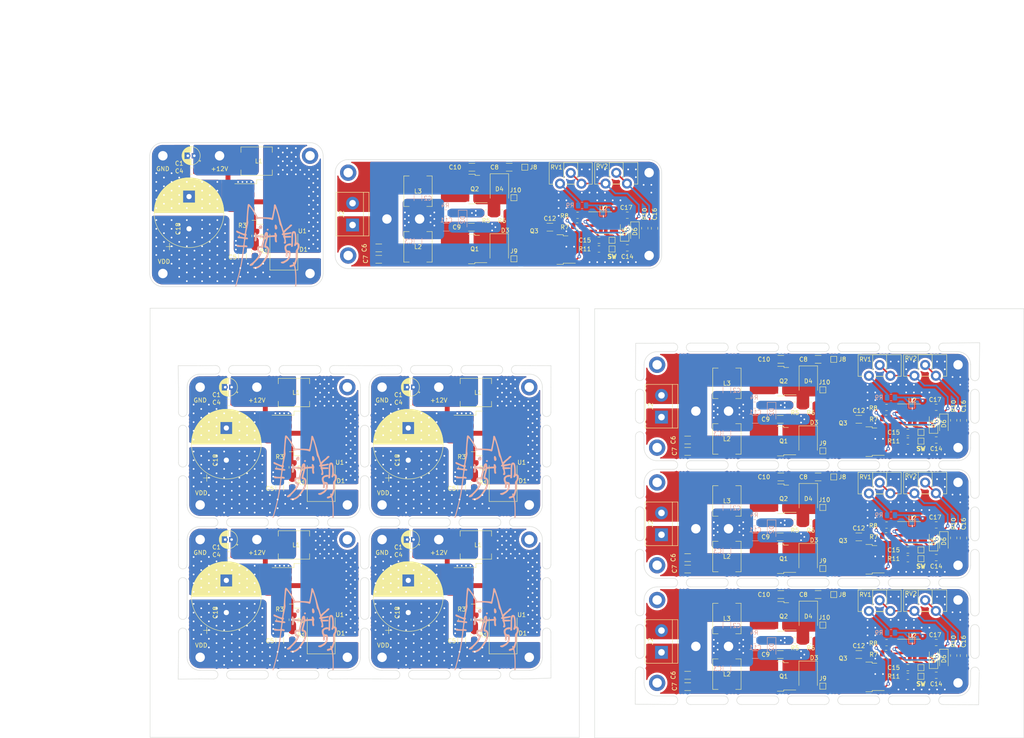
<source format=kicad_pcb>
(kicad_pcb (version 20211014) (generator pcbnew)
  (title_block (title "Mini Tesla") (date "2022-08-22") (rev "1.1") (company "Caraffa"))
  (layers (0 "F.Cu" signal) (31 "B.Cu" signal) (34 "B.Paste" user) (35 "F.Paste" user) (36 "B.SilkS" user "B.Silkscreen") (37 "F.SilkS" user "F.Silkscreen") (38 "B.Mask" user) (39 "F.Mask" user) (44 "Edge.Cuts" user))
  (net 0 "")
  (net 1 "+12V")
  (net 2 "GND")
  (net 3 "VDD")
  (net 4 "Net-(C6-Pad1)")
  (net 5 "Net-(C6-Pad2)")
  (net 6 "Net-(C8-Pad1)")
  (net 7 "Net-(C10-Pad2)")
  (net 8 "Net-(C10-Pad1)")
  (net 9 "Net-(C14-Pad1)")
  (net 10 "Net-(C15-Pad1)")
  (net 11 "Net-(C16-Pad1)")
  (net 12 "Net-(D1-Pad2)")
  (net 13 "Net-(D2-Pad1)")
  (net 14 "Net-(D3-Pad2)")
  (net 15 "Net-(D4-Pad2)")
  (net 16 "Net-(D5-Pad2)")
  (net 17 "Net-(D6-Pad1)")
  (net 18 "Net-(R1-Pad2)")
  (net 19 "Net-(R2-Pad2)")
  (net 20 "Net-(R7-Pad2)")
  (net 21 "Net-(R10-Pad1)")
  (net 25 "Net-(R9-Pad2)")
  (net 26 "Net-(Q3-Pad1)")
  (footprint "Resistor_SMD:R_0805_2012Metric" (layer "F.Cu") (at 175.19475 84.3815)
    (fp_text reference "R5")
    (fp_text value "6.8k")
  )
  (footprint "Library:mouse-bite-2mm-slot" (layer "F.Cu") (at 74.969 99.809893 90)
    (fp_text reference "mouse-bite-2mm-slot1" hide)
    (fp_text value "VAL**" hide)
    (fp_arc (start 2 1) (mid 1 0) (end 2 -1) (layer "Edge.Cuts") (width 0.1))
    (fp_arc (start -2 -1) (mid -1 0) (end -2 1) (layer "Edge.Cuts") (width 0.1))
  )
  (footprint "Library:mouse-bite-2mm-slot" (layer "F.Cu") (at 217.12225 107.093 90)
    (fp_text reference "mouse-bite-2mm-slot5" hide)
    (fp_text value "VAL**" hide)
    (fp_arc (start 2 1) (mid 1 0) (end 2 -1) (layer "Edge.Cuts") (width 0.1))
    (fp_arc (start -2 -1) (mid -1 0) (end -2 1) (layer "Edge.Cuts") (width 0.1))
  )
  (footprint "Resistor_SMD:R_0805_2012Metric" (layer "F.Cu") (at 178.90125 111.7815)
    (fp_text reference "R6")
    (fp_text value "4.7k")
  )
  (footprint "TestPoint:TestPoint_Pad_1.0x1.0mm" (layer "F.Cu") (at 132.588 45.974 180)
    (fp_text reference "J4" hide)
    (fp_text value "SW")
  )
  (footprint "Library:mouse-bite-2mm-slot" (layer "F.Cu") (at 41.778372 111.679893)
    (fp_text reference "mouse-bite-2mm-slot" hide)
    (fp_text value "VAL**" hide)
    (fp_arc (start 2 1) (mid 1 0) (end 2 -1) (layer "Edge.Cuts") (width 0.1))
    (fp_arc (start -2 -1) (mid -1 0) (end -2 1) (layer "Edge.Cuts") (width 0.1))
  )
  (footprint "Capacitor_SMD:C_1206_3216Metric" (layer "F.Cu") (at 99.822 42.926)
    (fp_text reference "C9")
    (fp_text value "1n 1kV")
  )
  (footprint "MountingHole:MountingHole_2.2mm_M2_DIN965_Pad" (layer "F.Cu") (at 36.631 115.699893)
    (fp_text reference "H11" hide)
    (fp_text value "GND")
  )
  (footprint "Resistor_SMD:R_0805_2012Metric" (layer "F.Cu") (at 175.19475 139.1815)
    (fp_text reference "R5")
    (fp_text value "6.8k")
  )
  (footprint "Capacitor_SMD:C_1206_3216Metric" (layer "F.Cu") (at 180.59625 128.5125 180)
    (fp_text reference "C8")
    (fp_text value "10n")
  )
  (footprint "Library:L 6.6x7.3" (layer "F.Cu") (at 100.859 116.953138)
    (fp_text reference "L1")
    (fp_text value "33u")
  )
  (footprint "Capacitor_SMD:C_0805_2012Metric" (layer "F.Cu") (at 136.144 40.132)
    (fp_text reference "C17")
    (fp_text value "100n")
  )
  (footprint "MountingHole:MountingHole_2.2mm_M2_DIN965_Pad" (layer "F.Cu") (at 141.224 49.53)
    (fp_text reference "H3" hide)
    (fp_text value "GND")
  )
  (footprint "Resistor_SMD:R_0805_2012Metric" (layer "F.Cu") (at 58.073 102.458574 90)
    (fp_text reference "R1")
    (fp_text value "7.5k")
  )
  (footprint "Library:mouse-bite-2mm-slot" (layer "F.Cu") (at 207.685904 70.93)
    (fp_text reference "mouse-bite-2mm-slot5" hide)
    (fp_text value "VAL**" hide)
    (fp_arc (start -2 -1) (mid -1 0) (end -2 1) (layer "Edge.Cuts") (width 0.1))
    (fp_arc (start 2 1) (mid 1 0) (end 2 -1) (layer "Edge.Cuts") (width 0.1))
  )
  (footprint "Diode_SMD:D_SMB" (layer "F.Cu") (at 178.31025 78.7925 -90)
    (fp_text reference "D4")
    (fp_text value "16V")
  )
  (footprint "LOGO" (layer "F.Cu") (at 150.32625 103.3995)
    (fp_text reference "G***" hide)
    (fp_text value "LOGO" hide)
  )
  (footprint "LOGO" (layer "F.Cu") (at 112.268 41.275)
    (fp_text reference "G***" hide)
    (fp_text value "LOGO" hide)
  )
  (footprint "Diode_SMD:D_SOD-123" (layer "F.Cu") (at 209.88925 88.6995 -90)
    (fp_text reference "D6")
    (fp_text value "1N4148")
  )
  (footprint "MountingHole:MountingHole_2.2mm_M2_DIN965_Pad" (layer "F.Cu") (at 152.10425 140.5785)
    (fp_text reference "H5" hide)
    (fp_text value "GND")
  )
  (footprint "Capacitor_SMD:C_0805_2012Metric" (layer "F.Cu") (at 208.11125 119.9095)
    (fp_text reference "C14")
    (fp_text value "10n")
  )
  (footprint "Capacitor_THT:CP_Radial_D16.0mm_P7.50mm" (layer "F.Cu") (at 85.111 97.208158 90)
    (fp_text reference "C18")
    (fp_text value "1000u")
  )
  (footprint "MountingHole:MountingHole_2.2mm_M2_DIN965_Pad" (layer "F.Cu") (at 113.305 80.199893)
    (fp_text reference "H8" hide)
    (fp_text value "X")
  )
  (footprint "Package_TO_SOT_SMD:TO-263-5_TabPin3" (layer "F.Cu") (at 52.759 37.067245)
    (fp_text reference "U1")
    (fp_text value "XL6009")
  )
  (footprint "Resistor_SMD:R_0805_2012Metric" (layer "F.Cu") (at 129.54 48.006 180)
    (fp_text reference "R11")
    (fp_text value "1k")
  )
  (footprint "Package_TO_SOT_SMD:TO-252-2" (layer "F.Cu") (at 170.18225 78.7925 180)
    (fp_text reference "Q2")
    (fp_text value "NCE0224K")
  )
  (footprint "Resistor_SMD:R_0805_2012Metric" (layer "F.Cu") (at 100.457 98.875638 90)
    (fp_text reference "R2")
    (fp_text value "7.5k")
  )
  (footprint "Library:L 6.6x7.1" (layer "F.Cu") (at 159.34325 92.2555 -90)
    (fp_text reference "L2")
    (fp_text value "2.2u")
  )
  (footprint "Capacitor_SMD:C_0805_2012Metric" (layer "F.Cu") (at 43.235 83.755893 180)
    (fp_text reference "C4")
    (fp_text value "1u 16V")
  )
  (footprint "Capacitor_THT:CP_Radial_D16.0mm_P7.50mm" (layer "F.Cu") (at 42.727 132.708158 90)
    (fp_text reference "C18")
    (fp_text value "1000u")
  )
  (footprint "Diode_SMD:D_SMB" (layer "F.Cu") (at 178.31025 106.1925 -90)
    (fp_text reference "D4")
    (fp_text value "16V")
  )
  (footprint "MountingHole:MountingHole_2.2mm_M2_DIN965_Pad" (layer "F.Cu") (at 159.72425 85.7785)
    (fp_text reference "H6" hide)
    (fp_text value "VDD")
  )
  (footprint "MountingHole:MountingHole_2.2mm_M2_DIN965_Pad" (layer "F.Cu") (at 213.19125 129.7835)
    (fp_text reference "H4" hide)
    (fp_text value "GND")
  )
  (footprint "Library:mouse-bite-2mm-slot" (layer "F.Cu") (at 195.925904 153.13)
    (fp_text reference "mouse-bite-2mm-slot4" hide)
    (fp_text value "VAL**" hide)
    (fp_arc (start -2 -1) (mid -1 0) (end -2 1) (layer "Edge.Cuts") (width 0.1))
    (fp_arc (start 2 1) (mid 1 0) (end 2 -1) (layer "Edge.Cuts") (width 0.1))
  )
  (footprint "Capacitor_SMD:C_0805_2012Metric" (layer "F.Cu") (at 34.544 29.845 180)
    (fp_text reference "C4")
    (fp_text value "1u 16V")
  )
  (footprint "Resistor_SMD:R_0805_2012Metric" (layer "F.Cu") (at 106.934 39.624)
    (fp_text reference "R6")
    (fp_text value "4.7k")
  )
  (footprint "Package_TO_SOT_SMD:TO-252-2" (layer "F.Cu") (at 118.755 48.133 180)
    (fp_text reference "Q3")
    (fp_text value "NCE0224K")
  )
  (footprint "Diode_SMD:D_SMB" (layer "F.Cu") (at 178.27625 120.1625 -90)
    (fp_text reference "D3")
    (fp_text value "16V")
  )
  (footprint "Capacitor_SMD:C_1206_3216Metric" (layer "F.Cu") (at 97.557 139.178138 90)
    (fp_text reference "C5")
    (fp_text value "1u 100V")
  )
  (footprint "MountingHole:MountingHole_2.2mm_M2_DIN965_Pad" (layer "F.Cu") (at 152.10425 113.1785)
    (fp_text reference "H5" hide)
    (fp_text value "GND")
  )
  (footprint "Diode_SMD:D_SMC" (layer "F.Cu") (at 64.825 102.027138 90)
    (fp_text reference "D1")
    (fp_text value "SS56")
  )
  (footprint "TerminalBlock:TerminalBlock_bornier-2_P5.08mm" (layer "F.Cu") (at 144.10325 141.9755 90)
    (fp_text reference "J2")
    (fp_text value "PRI")
  )
  (footprint "Resistor_SMD:R_0805_2012Metric" (layer "F.Cu") (at 100.457 134.375638 90)
    (fp_text reference "R2")
    (fp_text value "7.5k")
  )
  (footprint "Library:mouse-bite-2mm-slot" (layer "F.Cu") (at 32.585 88.049893 90)
    (fp_text reference "mouse-bite-2mm-slot2" hide)
    (fp_text value "VAL**" hide)
    (fp_arc (start -2 -1) (mid -1 0) (end -2 1) (layer "Edge.Cuts") (width 0.1))
    (fp_arc (start 2 1) (mid 1 0) (end 2 -1) (layer "Edge.Cuts") (width 0.1))
  )
  (footprint "Capacitor_SMD:C_1206_3216Metric" (layer "F.Cu") (at 78.232 50.412 180)
    (fp_text reference "C7")
    (fp_text value "10n 1kV")
  )
  (footprint "Package_TO_SOT_SMD:TO-263-5_TabPin3" (layer "F.Cu") (at 61.45 90.978138)
    (fp_text reference "U1")
    (fp_text value "XL6009")
  )
  (footprint "Library:mouse-bite-2mm-slot" (layer "F.Cu") (at 139.03925 116.978 -90)
    (fp_text reference "mouse-bite-2mm-slot5" hide)
    (fp_text value "VAL**" hide)
    (fp_arc (start 2 1) (mid 1 0) (end 2 -1) (layer "Edge.Cuts") (width 0.1))
    (fp_arc (start -2 -1) (mid -1 0) (end -2 1) (layer "Edge.Cuts") (width 0.1))
  )
  (footprint "Library:mouse-bite-2mm-slot" (layer "F.Cu") (at 139.03925 89.578 -90)
    (fp_text reference "mouse-bite-2mm-slot5" hide)
    (fp_text value "VAL**" hide)
    (fp_arc (start -2 -1) (mid -1 0) (end -2 1) (layer "Edge.Cuts") (width 0.1))
    (fp_arc (start 2 1) (mid 1 0) (end 2 -1) (layer "Edge.Cuts") (width 0.1))
  )
  (footprint "LOGO" (layer "F.Cu") (at 150.3262 75.9995)
    (fp_text reference "G***" hide)
    (fp_text value "LOGO" hide)
  )
  (footprint "Library:mouse-bite-2mm-slot" (layer "F.Cu") (at 148.885904 153.13)
    (fp_text reference "mouse-bite-2mm-slot" hide)
    (fp_text value "VAL**" hide)
    (fp_arc (start 2 1) (mid 1 0) (end 2 -1) (layer "Edge.Cuts") (width 0.1))
    (fp_arc (start -2 -1) (mid -1 0) (end -2 1) (layer "Edge.Cuts") (width 0.1))
  )
  (footprint "Library:mouse-bite-2mm-slot" (layer "F.Cu") (at 84.162372 111.679893)
    (fp_text reference "mouse-bite-2mm-slot" hide)
    (fp_text value "VAL**" hide)
    (fp_arc (start -2 -1) (mid -1 0) (end -2 1) (layer "Edge.Cuts") (width 0.1))
    (fp_arc (start 2 1) (mid 1 0) (end 2 -1) (layer "Edge.Cuts") (width 0.1))
  )
  (footprint "Potentiometer_THT:Potentiometer_ACP_CA9-H2,5_Horizontal" (layer "F.Cu") (at 203.03125 132.3235 90)
    (fp_text reference "RV2")
    (fp_text value "100k")
  )
  (footprint "Capacitor_SMD:C_1206_3216Metric" (layer "F.Cu") (at 46.482 49.767245 90)
    (fp_text reference "C5")
    (fp_text value "1u 100V")
  )
  (footprint "TestPoint:TestPoint_Pad_1.0x1.0mm" (layer "F.Cu") (at 181.69525 95.0495)
    (fp_text reference "J9")
    (fp_text value "T1")
  )
  (footprint "TestPoint:TestPoint_Pad_1.0x1.0mm" (layer "F.Cu") (at 184.23525 128.5135)
    (fp_text reference "J8")
    (fp_text value "T3")
  )
  (footprint "TestPoint:TestPoint_Pad_1.0x1.0mm" (layer "F.Cu") (at 181.69525 149.8495)
    (fp_text reference "J9")
    (fp_text value "T1")
  )
  (footprint "Library:mouse-bite-2mm-slot" (layer "F.Cu") (at 195.925904 98.33)
    (fp_text reference "mouse-bite-2mm-slot4" hide)
    (fp_text value "VAL**" hide)
    (fp_arc (start 2 1) (mid 1 0) (end 2 -1) (layer "Edge.Cuts") (width 0.1))
    (fp_arc (start -2 -1) (mid -1 0) (end -2 1) (layer "Edge.Cuts") (width 0.1))
  )
  (footprint "Diode_SMD:D_SOD-123" (layer "F.Cu") (at 137.922 43.942 -90)
    (fp_text reference "D6")
    (fp_text value "1N4148")
  )
  (footprint "Library:mouse-bite-2mm-slot" (layer "F.Cu") (at 217.12225 89.599 90)
    (fp_text reference "mouse-bite-2mm-slot5" hide)
    (fp_text value "VAL**" hide)
    (fp_arc (start 2 1) (mid 1 0) (end 2 -1) (layer "Edge.Cuts") (width 0.1))
    (fp_arc (start -2 -1) (mid -1 0) (end -2 1) (layer "Edge.Cuts") (width 0.1))
  )
  (footprint "Library:mouse-bite-2mm-slot" (layer "F.Cu") (at 84.162372 147.179893)
    (fp_text reference "mouse-bite-2mm-slot" hide)
    (fp_text value "VAL**" hide)
    (fp_arc (start -2 -1) (mid -1 0) (end -2 1) (layer "Edge.Cuts") (width 0.1))
    (fp_arc (start 2 1) (mid 1 0) (end 2 -1) (layer "Edge.Cuts") (width 0.1))
  )
  (footprint "Resistor_SMD:R_0805_2012Metric" (layer "F.Cu") (at 140.208 43.16 90)
    (fp_text reference "R10")
    (fp_text value "47k")
  )
  (footprint "Diode_SMD:D_SMB" (layer "F.Cu") (at 178.31025 133.5925 -90)
    (fp_text reference "D4")
    (fp_text value "16V")
  )
  (footprint "Package_SO:SOIC-8_3.9x4.9mm_P1.27mm" (layer "F.Cu") (at 202.52325 114.0675)
    (fp_text reference "U2")
    (fp_text value "NE555D")
  )
  (footprint "Package_TO_SOT_SMD:TO-263-5_TabPin3" (layer "F.Cu") (at 103.834 90.978138)
    (fp_text reference "U1")
    (fp_text value "XL6009")
  )
  (footprint "MountingHole:MountingHole_2.2mm_M2_DIN965_Pad" (layer "F.Cu") (at 79.015 80.199893)
    (fp_text reference "H11" hide)
    (fp_text value "GND")
  )
  (footprint "Capacitor_THT:CP_Radial_D16.0mm_P7.50mm" (layer "F.Cu") (at 34.036 43.297265 90)
    (fp_text reference "C18")
    (fp_text value "1000u")
  )
  (footprint "MountingHole:MountingHole_2.2mm_M2_DIN965_Pad" (layer "F.Cu") (at 213.19125 149.0875)
    (fp_text reference "H3" hide)
    (fp_text value "GND")
  )
  (footprint "Library:L 6.6x7.3" (layer "F.Cu") (at 100.859 81.453138)
    (fp_text reference "L1")
    (fp_text value "33u")
  )
  (footprint "Library:L 6.6x7.1" (layer "F.Cu") (at 159.34325 147.0555 -90)
    (fp_text reference "L2")
    (fp_text value "2.2u")
  )
  (footprint "Package_TO_SOT_SMD:TO-252-2" (layer "F.Cu") (at 170.18225 106.1925 180)
    (fp_text reference "Q2")
    (fp_text value "NCE0224K")
  )
  (footprint "Capacitor_SMD:C_1206_3216Metric" (layer "F.Cu") (at 108.629 28.955 180)
    (fp_text reference "C8")
    (fp_text value "10n")
  )
  (footprint "Library:mouse-bite-2mm-slot" (layer "F.Cu") (at 217.12225 116.999 90)
    (fp_text reference "mouse-bite-2mm-slot5" hide)
    (fp_text value "VAL**" hide)
    (fp_arc (start 2 1) (mid 1 0) (end 2 -1) (layer "Edge.Cuts") (width 0.1))
    (fp_arc (start -2 -1) (mid -1 0) (end -2 1) (layer "Edge.Cuts") (width 0.1))
  )
  (footprint "TestPoint:TestPoint_Pad_1.0x1.0mm" (layer "F.Cu") (at 204.55525 92.7635 180)
    (fp_text reference "J6" hide)
    (fp_text value "SW")
  )
  (footprint "Package_SO:SOIC-8_3.9x4.9mm_P1.27mm" (layer "F.Cu") (at 130.556 41.91)
    (fp_text reference "U2")
    (fp_text value "NE555D")
  )
  (footprint "TerminalBlock:TerminalBlock_bornier-2_P5.08mm" (layer "F.Cu") (at 144.10325 87.1755 90)
    (fp_text reference "J2")
    (fp_text value "PRI")
  )
  (footprint "MountingHole:MountingHole_2.2mm_M2_DIN965_Pad" (layer "F.Cu") (at 92.223 80.199893)
    (fp_text reference "H9" hide)
    (fp_text value "+12V")
  )
  (footprint "Capacitor_SMD:C_0805_2012Metric" (layer "F.Cu") (at 43.235 119.255893 180)
    (fp_text reference "C4")
    (fp_text value "1u 16V")
  )
  (footprint "Package_TO_SOT_SMD:TO-252-2" (layer "F.Cu") (at 170.11325 120.1635 180)
    (fp_text reference "Q1")
    (fp_text value "NCE0224K")
  )
  (footprint "Library:mouse-bite-2mm-slot" (layer "F.Cu") (at 160.645904 153.13)
    (fp_text reference "mouse-bite-2mm-slot1" hide)
    (fp_text value "VAL**" hide)
    (fp_arc (start 2 1) (mid 1 0) (end 2 -1) (layer "Edge.Cuts") (width 0.1))
    (fp_arc (start -2 -1) (mid -1 0) (end -2 1) (layer "Edge.Cuts") (width 0.1))
  )
  (footprint "Diode_SMD:D_SMC" (layer "F.Cu") (at 107.209 102.027138 90)
    (fp_text reference "D1")
    (fp_text value "SS56")
  )
  (footprint "Capacitor_SMD:C_1206_3216Metric" (layer "F.Cu") (at 150.19925 92.5095 180)
    (fp_text reference "C6")
    (fp_text value "10n 1kV")
  )
  (footprint "Capacitor_SMD:C_0805_2012Metric" (layer "F.Cu") (at 214.46125 87.9375 90)
    (fp_text reference "C16")
    (fp_text value "1u")
  )
  (footprint "Library:mouse-bite-2mm-slot" (layer "F.Cu") (at 139.03925 107.072 -90)
    (fp_text reference "mouse-bite-2mm-slot5" hide)
    (fp_text value "VAL**" hide)
    (fp_arc (start -2 -1) (mid -1 0) (end -2 1) (layer "Edge.Cuts") (width 0.1))
    (fp_arc (start 2 1) (mid 1 0) (end 2 -1) (layer "Edge.Cuts") (width 0.1))
  )
  (footprint "Library:mouse-bite-2mm-slot" (layer "F.Cu") (at 184.165904 125.73)
    (fp_text reference "mouse-bite-2mm-slot3" hide)
    (fp_text value "VAL**" hide)
    (fp_arc (start -2 -1) (mid -1 0) (end -2 1) (layer "Edge.Cuts") (width 0.1))
    (fp_arc (start 2 1) (mid 1 0) (end 2 -1) (layer "Edge.Cuts") (width 0.1))
  )
  (footprint "Resistor_SMD:R_0805_2012Metric" (layer "F.Cu") (at 55.173 98.875638 -90)
    (fp_text reference "R3")
    (fp_text value "330R")
  )
  (footprint "Resistor_SMD:R_0805_2012Metric" (layer "F.Cu") (at 178.90125 139.1815)
    (fp_text reference "R6")
    (fp_text value "4.7k")
  )
  (footprint "Capacitor_SMD:C_1206_3216Metric" (layer "F.Cu") (at 171.78925 142.4835)
    (fp_text reference "C9")
    (fp_text value "1n 1kV")
  )
  (footprint "Capacitor_SMD:C_0805_2012Metric" (layer "F.Cu") (at 214.46125 142.7375 90)
    (fp_text reference "C16")
    (fp_text value "1u")
  )
  (footprint "Package_TO_SOT_SMD:TO-263-5_TabPin3" (layer "F.Cu") (at 103.834 126.478138)
    (fp_text reference "U1")
    (fp_text value "XL6009")
  )
  (footprint "Diode_SMD:D_SMB" (layer "F.Cu") (at 178.27625 147.5625 -90)
    (fp_text reference "D3")
    (fp_text value "16V")
  )
  (footprint "Resistor_SMD:R_0805_2012Metric" (layer "F.Cu") (at 175.19475 111.7815)
    (fp_text reference "R5")
    (fp_text value "6.8k")
  )
  (footprint "Resistor_SMD:R_0805_2012Metric" (layer "F.Cu") (at 100.457 137.958574 90)
    (fp_text reference "R1")
    (fp_text value "7.5k")
  )
  (footprint "MountingHole:MountingHole_2.2mm_M2_DIN965_Pad" (layer "F.Cu") (at 143.08725 102.3835)
    (fp_text reference "H1" hide)
    (fp_text value "X")
  )
  (footprint "LOGO" (layer "F.Cu") (at 184.2352 140.8325)
    (fp_text reference "G***" hide)
    (fp_text value "LOGO" hide)
  )
  (footprint "Potentiometer_THT:Potentiometer_ACP_CA9-H2,5_Horizontal" (layer "F.Cu") (at 131.064 32.766 90)
    (fp_text reference "RV2")
    (fp_text value "100k")
  )
  (footprint "Library:L 6.6x7.1" (layer "F.Cu") (at 159.34325 106.7015 90)
    (fp_text reference "L3")
    (fp_text value "2.2u")
  )
  (footprint "Library:L 6.6x7.1" (layer "F.Cu") (at 159.34325 134.1015 90)
    (fp_text reference "L3")
    (fp_text value "2.2u")
  )
  (footprint "Library:mouse-bite-2mm-slot" (layer "F.Cu") (at 65.298372 111.679893)
    (fp_text reference "mouse-bite-2mm-slot2" hide)
    (fp_text value "VAL**" hide)
    (fp_arc (start 2 1) (mid 1 0) (end 2 -1) (layer "Edge.Cuts") (width 0.1))
    (fp_arc (start -2 -1) (mid -1 0) (end -2 1) (layer "Edge.Cuts") (width 0.1))
  )
  (footprint "TerminalBlock:TerminalBlock_bornier-2_P5.08mm" (layer "F.Cu") (at 144.10325 114.5755 90)
    (fp_text reference "J2")
    (fp_text value "PRI")
  )
  (footprint "Package_TO_SOT_SMD:TO-252-2" (layer "F.Cu") (at 190.72225 147.6905 180)
    (fp_text reference "Q3")
    (fp_text value "NCE0224K")
  )
  (footprint "Capacitor_THT:CP_Radial_D4.0mm_P1.50mm" (layer "F.Cu") (at 35.266599 26.289 180)
    (fp_text reference "C1")
    (fp_text value "47u 16v")
  )
  (footprint "Capacitor_SMD:C_1206_3216Metric" (layer "F.Cu") (at 190.07725 142.4835)
    (fp_text reference "C12")
    (fp_text value "1u 100V")
  )
  (footprint "Library:mouse-bite-2mm-slot" (layer "F.Cu") (at 53.538372 111.679893)
    (fp_text reference "mouse-bite-2mm-slot1" hide)
    (fp_text value "VAL**" hide)
    (fp_arc (start 2 1) (mid 1 0) (end 2 -1) (layer "Edge.Cuts") (width 0.1))
    (fp_arc (start -2 -1) (mid -1 0) (end -2 1) (layer "Edge.Cuts") (width 0.1))
  )
  (footprint "Library:mouse-bite-2mm-slot" (layer "F.Cu") (at 139.03925 144.378 -90)
    (fp_text reference "mouse-bite-2mm-slot5" hide)
    (fp_text value "VAL**" hide)
    (fp_arc (start 2 1) (mid 1 0) (end 2 -1) (layer "Edge.Cuts") (width 0.1))
    (fp_arc (start -2 -1) (mid -1 0) (end -2 1) (layer "Edge.Cuts") (width 0.1))
  )
  (footprint "Library:mouse-bite-2mm-slot" (layer "F.Cu") (at 107.682372 147.179893)
    (fp_text reference "mouse-bite-2mm-slot2" hide)
    (fp_text value "VAL**" hide)
    (fp_arc (start 2 1) (mid 1 0) (end 2 -1) (layer "Edge.Cuts") (width 0.1))
    (fp_arc (start -2 -1) (mid -1 0) (end -2 1) (layer "Edge.Cuts") (width 0.1))
  )
  (footprint "Diode_SMD:D_SOD-123" (layer "F.Cu") (at 207.48625 116.0995 90)
    (fp_text reference "D5")
    (fp_text value "1N4148")
  )
  (footprint "LOGO" (layer "F.Cu") (at 78.359 31.242)
    (fp_text reference "G***" hide)
    (fp_text value "LOGO" hide)
  )
  (footprint "MountingHole:MountingHole_2.2mm_M2_DIN965_Pad" (layer "F.Cu") (at 143.08725 149.0875)
    (fp_text reference "H2" hide)
    (fp_text value "X")
  )
  (footprint "Capacitor_SMD:C_1206_3216Metric" (layer "F.Cu") (at 171.78925 87.6835)
    (fp_text reference "C9")
    (fp_text value "1n 1kV")
  )
  (footprint "Library:mouse-bite-2mm-slot" (layer "F.Cu") (at 95.922372 111.679893)
    (fp_text reference "mouse-bite-2mm-slot1" hide)
    (fp_text value "VAL**" hide)
    (fp_arc (start 2 1) (mid 1 0) (end 2 -1) (layer "Edge.Cuts") (width 0.1))
    (fp_arc (start -2 -1) (mid -1 0) (end -2 1) (layer "Edge.Cuts") (width 0.1))
  )
  (footprint "Library:mouse-bite-2mm-slot" (layer "F.Cu") (at 148.885904 98.33)
    (fp_text reference "mouse-bite-2mm-slot" hide)
    (fp_text value "VAL**" hide)
    (fp_arc (start 2 1) (mid 1 0) (end 2 -1) (layer "Edge.Cuts") (width 0.1))
    (fp_arc (start -2 -1) (mid -1 0) (end -2 1) (layer "Edge.Cuts") (width 0.1))
  )
  (footprint "MountingHole:MountingHole_2.2mm_M2_DIN965_Pad" (layer "F.Cu") (at 143.08725 129.7835)
    (fp_text reference "H1" hide)
    (fp_text value "X")
  )
  (footprint "Diode_SMD:D_SOD-123" (layer "F.Cu") (at 209.88925 116.0995 -90)
    (fp_text reference "D6")
    (fp_text value "1N4148")
  )
  (footprint "TestPoint:TestPoint_Pad_1.0x1.0mm" (layer "F.Cu") (at 184.23525 73.7135)
    (fp_text reference "J8")
    (fp_text value "T3")
  )
  (footprint "Capacitor_SMD:C_1206_3216Metric" (layer "F.Cu") (at 97.557 103.678138 90)
    (fp_text reference "C5")
    (fp_text value "1u 100V")
  )
  (footprint "Package_TO_SOT_SMD:TO-252-2" (layer "F.Cu") (at 170.11325 92.7635 180)
    (fp_text reference "Q1")
    (fp_text value "NCE0224K")
  )
  (footprint "Library:mouse-bite-2mm-slot" (layer "F.Cu") (at 184.165904 98.33)
    (fp_text reference "mouse-bite-2mm-slot3" hide)
    (fp_text value "VAL**" hide)
    (fp_arc (start 2 1) (mid 1 0) (end 2 -1) (layer "Edge.Cuts") (width 0.1))
    (fp_arc (start -2 -1) (mid -1 0) (end -2 1) (layer "Edge.Cuts") (width 0.1))
  )
  (footprint "MountingHole:MountingHole_2.2mm_M2_DIN965_Pad" (layer "F.Cu") (at 41.148 26.289)
    (fp_text reference "H9" hide)
    (fp_text value "+12V")
  )
  (footprint "MountingHole:MountingHole_2.2mm_M2_DIN965_Pad" (layer "F.Cu") (at 49.839 115.699893)
    (fp_text reference "H9" hide)
    (fp_text value "+12V")
  )
  (footprint "Library:L 6.6x7.3" (layer "F.Cu") (at 49.784 27.542245)
    (fp_text reference "L1")
    (fp_text value "33u")
  )
  (footprint "MountingHole:MountingHole_2.2mm_M2_DIN965_Pad" (layer "F.Cu") (at 213.19125 121.6875)
    (fp_text reference "H3" hide)
    (fp_text value "GND")
  )
  (footprint "TestPoint:TestPoint_Pad_1.0x1.0mm" (layer "F.Cu") (at 132.588 48.006 180)
    (fp_text reference "J6" hide)
    (fp_text value "SW")
  )
  (footprint "Library:mouse-bite-2mm-slot" (layer "F.Cu") (at 108.136628 76.151893 180)
    (fp_text reference "mouse-bite-2mm-slot" hide)
    (fp_text value "VAL**" hide)
    (fp_arc (start -2 -1) (mid -1 0) (end -2 1) (layer "Edge.Cuts") (width 0.1))
    (fp_arc (start 2 1) (mid 1 0) (end 2 -1) (layer "Edge.Cuts") (width 0.1))
  )
  (footprint "TestPoint:TestPoint_Pad_1.0x1.0mm" (layer "F.Cu") (at 112.268 28.956)
    (fp_text reference "J8")
    (fp_text value "T3")
  )
  (footprint "MountingHole:MountingHole_2.2mm_M2_DIN965_Pad" (layer "F.Cu") (at 70.921 143.131893)
    (fp_text reference "H7" hide)
    (fp_text value "VDD")
  )
  (footprint "Capacitor_SMD:C_1206_3216Metric" (layer "F.Cu") (at 150.19925 122.5695 180)
    (fp_text reference "C7")
    (fp_text value "10n 1kV")
  )
  (footprint "Resistor_SMD:R_0805_2012Metric" (layer "F.Cu") (at 196.53075 84.9175)
    (fp_text reference "R8")
    (fp_text value "1k")
  )
  (footprint "Diode_SMD:D_SOD-123" (layer "F.Cu") (at 207.48625 143.4995 90)
    (fp_text reference "D5")
    (fp_text value "1N4148")
  )
  (footprint "Potentiometer_THT:Potentiometer_ACP_CA9-H2,5_Horizontal" (layer "F.Cu") (at 192.42825 77.5455 90)
    (fp_text reference "RV1")
    (fp_text value "10k")
  )
  (footprint "Capacitor_SMD:C_0805_2012Metric" (layer "F.Cu") (at 136.144 47.752)
    (fp_text reference "C14")
    (fp_text value "10n")
  )
  (footprint "MountingHole:MountingHole_2.2mm_M2_DIN965_Pad" (layer "F.Cu") (at 213.19125 102.3835)
    (fp_text reference "H4" hide)
    (fp_text value "GND")
  )
  (footprint "Resistor_SMD:R_0805_2012Metric" (layer "F.Cu") (at 103.2275 39.624)
    (fp_text reference "R5")
    (fp_text value "6.8k")
  )
  (footprint "LOGO" (layer "F.Cu") (at 103.399 144.909893)
    (fp_text reference "G***" hide)
    (fp_text value "LOGO" hide)
  )
  (footprint "Package_TO_SOT_SMD:TO-252-2" (layer "F.Cu") (at 190.72225 92.8905 180)
    (fp_text reference "Q3")
    (fp_text value "NCE0224K")
  )
  (footprint "Diode_SMD:D_SOD-123" (layer "F.Cu") (at 209.88925 143.4995 -90)
    (fp_text reference "D6")
    (fp_text value "1N4148")
  )
  (footprint "Library:L 6.6x7.3" (layer "F.Cu") (at 58.475 116.953138)
    (fp_text reference "L1")
    (fp_text value "33u")
  )
  (footprint "Package_TO_SOT_SMD:TO-252-2" (layer "F.Cu") (at 170.11325 147.5635 180)
    (fp_text reference "Q1")
    (fp_text value "NCE0224K")
  )
  (footprint "Library:mouse-bite-2mm-slot" (layer "F.Cu") (at 148.885904 70.93)
    (fp_text reference "mouse-bite-2mm-slot" hide)
    (fp_text value "VAL**" hide)
    (fp_arc (start -2 -1) (mid -1 0) (end -2 1) (layer "Edge.Cuts") (width 0.1))
    (fp_arc (start 2 1) (mid 1 0) (end 2 -1) (layer "Edge.Cuts") (width 0.1))
  )
  (footprint "Library:mouse-bite-2mm-slot" (layer "F.Cu") (at 117.353 99.809893 90)
    (fp_text reference "mouse-bite-2mm-slot1" hide)
    (fp_text value "VAL**" hide)
    (fp_arc (start 2 1) (mid 1 0) (end 2 -1) (layer "Edge.Cuts") (width 0.1))
    (fp_arc (start -2 -1) (mid -1 0) (end -2 1) (layer "Edge.Cuts") (width 0.1))
  )
  (footprint "Resistor_SMD:R_0805_2012Metric" (layer "F.Cu") (at 196.42725 114.8295)
    (fp_text reference "R7")
    (fp_text value "10R")
  )
  (footprint "Library:mouse-bite-2mm-slot" (layer "F.Cu") (at 195.925904 125.73)
    (fp_text reference "mouse-bite-2mm-slot4" hide)
    (fp_text value "VAL**" hide)
    (fp_arc (start 2 1) (mid 1 0) (end 2 -1) (layer "Edge.Cuts") (width 0.1))
    (fp_arc (start -2 -1) (mid -1 0) (end -2 1) (layer "Edge.Cuts") (width 0.1))
  )
  (footprint "MountingHole:MountingHole_2.2mm_M2_DIN965_Pad" (layer "F.Cu") (at 159.72425 113.1785)
    (fp_text reference "H6" hide)
    (fp_text value "VDD")
  )
  (footprint "Library:mouse-bite-2mm-slot" (layer "F.Cu") (at 217.12225 134.493 90)
    (fp_text reference "mouse-bite-2mm-slot5" hide)
    (fp_text value "VAL**" hide)
    (fp_arc (start -2 -1) (mid -1 0) (end -2 1) (layer "Edge.Cuts") (width 0.1))
    (fp_arc (start 2 1) (mid 1 0) (end 2 -1) (layer "Edge.Cuts") (width 0.1))
  )
  (footprint "Capacitor_SMD:C_1206_3216Metric" (layer "F.Cu") (at 150.19925 149.9695 180)
    (fp_text reference "C7")
    (fp_text value "10n 1kV")
  )
  (footprint "MountingHole:MountingHole_2.2mm_M2_DIN965_Pad" (layer "F.Cu") (at 143.08725 121.6875)
    (fp_text reference "H2" hide)
    (fp_text value "X")
  )
  (footprint "Capacitor_SMD:C_1206_3216Metric" (layer "F.Cu") (at 180.59625 73.7125 180)
    (fp_text reference "C8")
    (fp_text value "10n")
  )
  (footprint "Library:mouse-bite-2mm-slot" (layer "F.Cu") (at 172.405904 153.13)
    (fp_text reference "mouse-bite-2mm-slot2" hide)
    (fp_text value "VAL**" hide)
    (fp_arc (start -2 -1) (mid -1 0) (end -2 1) (layer "Edge.Cuts") (width 0.1))
    (fp_arc (start 2 1) (mid 1 0) (end 2 -1) (layer "Edge.Cuts") (width 0.1))
  )
  (footprint "Potentiometer_THT:Potentiometer_ACP_CA9-H2,5_Horizontal" (layer "F.Cu") (at 203.03125 104.9235 90)
    (fp_text reference "RV2")
    (fp_text value "100k")
  )
  (footprint "TestPoint:TestPoint_Pad_1.0x1.0mm" (layer "F.Cu") (at 181.69525 135.6245)
    (fp_text reference "J10")
    (fp_text value "T2")
  )
  (footprint "Capacitor_SMD:C_1206_3216Metric" (layer "F.Cu") (at 171.78925 115.0835)
    (fp_text reference "C9")
    (fp_text value "1n 1kV")
  )
  (footprint "LOGO" (layer "F.Cu") (at 184.2352 86.0325)
    (fp_text reference "G***" hide)
    (fp_text value "LOGO" hide)
  )
  (footprint "MountingHole:MountingHole_2.2mm_M2_DIN965_Pad" (layer "F.Cu") (at 141.224 30.226)
    (fp_text reference "H4" hide)
    (fp_text value "GND")
  )
  (footprint "Library:mouse-bite-2mm-slot" (layer "F.Cu") (at 172.405904 98.33)
    (fp_text reference "mouse-bite-2mm-slot2" hide)
    (fp_text value "VAL**" hide)
    (fp_arc (start 2 1) (mid 1 0) (end 2 -1) (layer "Edge.Cuts") (width 0.1))
    (fp_arc (start -2 -1) (mid -1 0) (end -2 1) (layer "Edge.Cuts") (width 0.1))
  )
  (footprint "MountingHole:MountingHole_2.2mm_M2_DIN965_Pad" (layer "F.Cu") (at 143.08725 74.9835)
    (fp_text reference "H1" hide)
    (fp_text value "X")
  )
  (footprint "Library:mouse-bite-2mm-slot" (layer "F.Cu") (at 172.405904 125.73)
    (fp_text reference "mouse-bite-2mm-slot2" hide)
    (fp_text value "VAL**" hide)
    (fp_arc (start 2 1) (mid 1 0) (end 2 -1) (layer "Edge.Cuts") (width 0.1))
    (fp_arc (start -2 -1) (mid -1 0) (end -2 1) (layer "Edge.Cuts") (width 0.1))
  )
  (footprint "Capacitor_SMD:C_1206_3216Metric" (layer "F.Cu") (at 171.90225 73.7125)
    (fp_text reference "C10")
    (fp_text value "1n 1kV")
  )
  (footprint "Capacitor_SMD:C_0805_2012Metric" (layer "F.Cu") (at 142.494 43.18 90)
    (fp_text reference "C16")
    (fp_text value "1u")
  )
  (footprint "MountingHole:MountingHole_2.2mm_M2_DIN965_Pad" (layer "F.Cu") (at 71.12 49.53)
    (fp_text reference "H2" hide)
    (fp_text value "X")
  )
  (footprint "Library:mouse-bite-2mm-slot" (layer "F.Cu") (at 160.645904 125.73)
    (fp_text reference "mouse-bite-2mm-slot1" hide)
    (fp_text value "VAL**" hide)
    (fp_arc (start 2 1) (mid 1 0) (end 2 -1) (layer "Edge.Cuts") (width 0.1))
    (fp_arc (start -2 -1) (mid -1 0) (end -2 1) (layer "Edge.Cuts") (width 0.1))
  )
  (footprint "Potentiometer_THT:Potentiometer_ACP_CA9-H2,5_Horizontal" (layer "F.Cu") (at 203.03125 77.5235 90)
    (fp_text reference "RV2")
    (fp_text value "100k")
  )
  (footprint "MountingHole:MountingHole_2.2mm_M2_DIN965_Pad" (layer "F.Cu") (at 49.839 80.199893)
    (fp_text reference "H9" hide)
    (fp_text value "+12V")
  )
  (footprint "Library:mouse-bite-2mm-slot" (layer "F.Cu") (at 74.969 88.049893 90)
    (fp_text reference "mouse-bite-2mm-slot2" hide)
    (fp_text value "VAL**" hide)
    (fp_arc (start 2 1) (mid 1 0) (end 2 -1) (layer "Edge.Cuts") (width 0.1))
    (fp_arc (start -2 -1) (mid -1 0) (end -2 1) (layer "Edge.Cuts") (width 0.1))
  )
  (footprint "MountingHole:MountingHole_2.2mm_M2_DIN965_Pad" (layer "F.Cu") (at 113.305 143.131893)
    (fp_text reference "H7" hide)
    (fp_text value "VDD")
  )
  (footprint "Resistor_SMD:R_0805_2012Metric" (layer "F.Cu") (at 49.382 48.547681 90)
    (fp_text reference "R1")
    (fp_text value "7.5k")
  )
  (footprint "TestPoint:TestPoint_Pad_1.0x1.0mm" (layer "F.Cu") (at 204.55525 145.5315 180)
    (fp_text reference "J4" hide)
    (fp_text value "SW")
  )
  (footprint "Library:mouse-bite-2mm-slot" (layer "F.Cu") (at 65.298372 147.179893)
    (fp_text reference "mouse-bite-2mm-slot2" hide)
    (fp_text value "VAL**" hide)
    (fp_arc (start 2 1) (mid 1 0) (end 2 -1) (layer "Edge.Cuts") (width 0.1))
    (fp_arc (start -2 -1) (mid -1 0) (end -2 1) (layer "Edge.Cuts") (width 0.1))
  )
  (footprint "Resistor_SMD:R_0805_2012Metric" (layer "F.Cu") (at 58.073 134.375638 90)
    (fp_text reference "R2")
    (fp_text value "7.5k")
  )
  (footprint "TestPoint:TestPoint_Pad_1.0x1.0mm" (layer "F.Cu") (at 109.728 36.067)
    (fp_text reference "J10")
    (fp_text value "T2")
  )
  (footprint "Resistor_SMD:R_0805_2012Metric" (layer "F.Cu") (at 196.42725 87.4295)
    (fp_text reference "R7")
    (fp_text value "10R")
  )
  (footprint "Package_SO:SOIC-8_3.9x4.9mm_P1.27mm" (layer "F.Cu") (at 202.52325 141.4675)
    (fp_text reference "U2")
    (fp_text value "NE555D")
  )
  (footprint "Capacitor_THT:CP_Radial_D4.0mm_P1.50mm" (layer "F.Cu") (at 86.341599 115.699893 180)
    (fp_text reference "C1")
    (fp_text value "47u 16v")
  )
  (footprint "Library:mouse-bite-2mm-slot" (layer "F.Cu") (at 107.682372 111.679893)
    (fp_text reference "mouse-bite-2mm-slot2" hide)
    (fp_text value "VAL**" hide)
    (fp_arc (start 2 1) (mid 1 0) (end 2 -1) (layer "Edge.Cuts") (width 0.1))
    (fp_arc (start -2 -1) (mid -1 0) (end -2 1) (layer "Edge.Cuts") (width 0.1))
  )
  (footprint "Library:mouse-bite-2mm-slot" (layer "F.Cu") (at 195.925904 70.93)
    (fp_text reference "mouse-bite-2mm-slot4" hide)
    (fp_text value "VAL**" hide)
    (fp_arc (start 2 1) (mid 1 0) (end 2 -1) (layer "Edge.Cuts") (width 0.1))
    (fp_arc (start -2 -1) (mid -1 0) (end -2 1) (layer "Edge.Cuts") (width 0.1))
  )
  (footprint "MountingHole:MountingHole_2.2mm_M2_DIN965_Pad" (layer "F.Cu") (at 213.19125 74.9835)
    (fp_text reference "H4" hide)
    (fp_text value "GND")
  )
  (footprint "MountingHole:MountingHole_2.2mm_M2_DIN965_Pad" (layer "F.Cu") (at 113.305 115.699893)
    (fp_text reference "H8" hide)
    (fp_text value "X")
  )
  (footprint "Library:L 6.6x7.1" (layer "F.Cu") (at 159.34325 79.3015 90)
    (fp_text reference "L3")
    (fp_text value "2.2u")
  )
  (footprint "MountingHole:MountingHole_2.2mm_M2_DIN965_Pad" (layer "F.Cu") (at 70.921 80.199893)
    (fp_text reference "H8" hide)
    (fp_text value "X")
  )
  (footprint "Capacitor_SMD:C_0805_2012Metric" (layer "F.Cu") (at 208.11125 147.3095)
    (fp_text reference "C14")
    (fp_text value "10n")
  )
  (footprint "Package_TO_SOT_SMD:TO-252-2" (layer "F.Cu") (at 190.72225 120.2905 180)
    (fp_text reference "Q3")
    (fp_text value "NCE0224K")
  )
  (footprint "MountingHole:MountingHole_2.2mm_M2_DIN965_Pad" (layer "F.Cu") (at 92.223 115.699893)
    (fp_text reference "H9" hide)
    (fp_text value "+12V")
  )
  (footprint "Resistor_SMD:R_0805_2012Metric" (layer "F.Cu") (at 196.53075 112.3175)
    (fp_text reference "R8")
    (fp_text value "1k")
  )
  (footprint "Capacitor_SMD:C_0805_2012Metric" (layer "F.Cu") (at 201.50725 145.5315 180)
    (fp_text reference "C15")
    (fp_text value "10n")
  )
  (footprint "Library:L 6.6x7.1" (layer "F.Cu") (at 87.376 47.498 -90)
    (fp_text reference "L2")
    (fp_text value "2.2u")
  )
  (footprint "Diode_SMD:D_SMC" (layer "F.Cu") (at 64.825 137.527138 90)
    (fp_text reference "D1")
    (fp_text value "SS56")
  )
  (footprint "Library:mouse-bite-2mm-slot" (layer "F.Cu") (at 217.12225 79.693 90)
    (fp_text reference "mouse-bite-2mm-slot5" hide)
    (fp_text value "VAL**" hide)
    (fp_arc (start -2 -1) (mid -1 0) (end -2 1) (layer "Edge.Cuts") (width 0.1))
    (fp_arc (start 2 1) (mid 1 0) (end 2 -1) (layer "Edge.Cuts") (width 0.1))
  )
  (footprint "Library:mouse-bite-2mm-slot" (layer "F.Cu") (at 148.885904 125.73)
    (fp_text reference "mouse-bite-2mm-slot" hide)
    (fp_text value "VAL**" hide)
    (fp_arc (start 2 1) (mid 1 0) (end 2 -1) (layer "Edge.Cuts") (width 0.1))
    (fp_arc (start -2 -1) (mid -1 0) (end -2 1) (layer "Edge.Cuts") (width 0.1))
  )
  (footprint "Capacitor_SMD:C_0805_2012Metric" (layer "F.Cu") (at 208.11125 139.6895)
    (fp_text reference "C17")
    (fp_text value "100n")
  )
  (footprint "Diode_SMD:D_SOD-123" (layer "F.Cu") (at 135.519 43.942 90)
    (fp_text reference "D5")
    (fp_text value "1N4148")
  )
  (footprint "LOGO" (layer "F.Cu") (at 61.015 109.409893)
    (fp_text reference "G***" hide)
    (fp_text value "LOGO" hide)
  )
  (footprint "Potentiometer_THT:Potentiometer_ACP_CA9-H2,5_Horizontal" (layer "F.Cu") (at 192.42825 132.3455 90)
    (fp_text reference "RV1")
    (fp_text value "10k")
  )
  (footprint "Library:mouse-bite-2mm-slot" (layer "F.Cu") (at 32.585 123.549893 90)
    (fp_text reference "mouse-bite-2mm-slot2" hide)
    (fp_text value "VAL**" hide)
    (fp_arc (start 2 1) (mid 1 0) (end 2 -1) (layer "Edge.Cuts") (width 0.1))
    (fp_arc (start -2 -1) (mid -1 0) (end -2 1) (layer "Edge.Cuts") (width 0.1))
  )
  (footprint "Resistor_SMD:R_0805_2012Metric" (layer "F.Cu") (at 201.50725 120.1635 180)
    (fp_text reference "R11")
    (fp_text value "1k")
  )
  (footprint "Capacitor_THT:CP_Radial_D4.0mm_P1.50mm" (layer "F.Cu") (at 86.341599 80.199893 180)
    (fp_text reference "C1")
    (fp_text value "47u 16v")
  )
  (footprint "MountingHole:MountingHole_2.2mm_M2_DIN965_Pad" (layer "F.Cu") (at 79.015 143.131893)
    (fp_text reference "H10" hide)
    (fp_text value "VDD")
  )
  (footprint "Capacitor_THT:CP_Radial_D4.0mm_P1.50mm" (layer "F.Cu") (at 43.957599 115.699893 180)
    (fp_text reference "C1")
    (fp_text value "47u 16v")
  )
  (footprint "MountingHole:MountingHole_2.2mm_M2_DIN965_Pad" (layer "F.Cu") (at 80.137 41.021)
    (fp_text reference "H5" hide)
    (fp_text value "GND")
  )
  (footprint "TestPoint:TestPoint_Pad_1.0x1.0mm" (layer "F.Cu") (at 204.55525 90.7315 180)
    (fp_text reference "J4" hide)
    (fp_text value "SW")
  )
  (footprint "MountingHole:MountingHole_2.2mm_M2_DIN965_Pad" (layer "F.Cu") (at 27.94 26.289)
    (fp_text reference "H11" hide)
    (fp_text value "GND")
  )
  (footprint "Capacitor_SMD:C_0805_2012Metric" (layer "F.Cu") (at 201.50725 90.7315 180)
    (fp_text reference "C15")
    (fp_text value "10n")
  )
  (footprint "TestPoint:TestPoint_Pad_1.0x1.0mm" (layer "F.Cu") (at 204.55525 147.5635 180)
    (fp_text reference "J6" hide)
    (fp_text value "SW")
  )
  (footprint "Capacitor_SMD:C_1206_3216Metric" (layer "F.Cu") (at 190.07725 87.6835)
    (fp_text reference "C12")
    (fp_text value "1u 100V")
  )
  (footprint "Resistor_SMD:R_0805_2012Metric" (layer "F.Cu") (at 46.482 44.964745 -90)
    (fp_text reference "R3")
    (fp_text value "330R")
  )
  (footprint "Resistor_SMD:R_0805_2012Metric" (layer "F.Cu") (at 124.46 42.672)
    (fp_text reference "R7")
    (fp_text value "10R")
  )
  (footprint "Capacitor_THT:CP_Radial_D16.0mm_P7.50mm" (layer "F.Cu") (at 85.111 132.708158 90)
    (fp_text reference "C18")
    (fp_text value "1000u")
  )
  (footprint "Library:mouse-bite-2mm-slot" (layer "F.Cu") (at 117.353 123.549893 90)
    (fp_text reference "mouse-bite-2mm-slot2" hide)
    (fp_text value "VAL**" hide)
    (fp_arc (start -2 -1) (mid -1 0) (end -2 1) (layer "Edge.Cuts") (width 0.1))
    (fp_arc (start 2 1) (mid 1 0) (end 2 -1) (layer "Edge.Cuts") (width 0.1))
  )
  (footprint "Potentiometer_THT:Potentiometer_ACP_CA9-H2,5_Horizontal" (layer "F.Cu") (at 120.461 32.788 90)
    (fp_text reference "RV1")
    (fp_text value "10k")
  )
  (footprint "Capacitor_SMD:C_1206_3216Metric" (layer "F.Cu") (at 55.173 139.178138 90)
    (fp_text reference "C5")
    (fp_text value "1u 100V")
  )
  (footprint "Library:mouse-bite-2mm-slot" (layer "F.Cu") (at 139.03925 134.472 -90)
    (fp_text reference "mouse-bite-2mm-slot5" hide)
    (fp_text value "VAL**" hide)
    (fp_arc (start 2 1) (mid 1 0) (end 2 -1) (layer "Edge.Cuts") (width 0.1))
    (fp_arc (start -2 -1) (mid -1 0) (end -2 1) (layer "Edge.Cuts") (width 0.1))
  )
  (footprint "Capacitor_SMD:C_1206_3216Metric" (layer "F.Cu") (at 171.90225 101.1125)
    (fp_text reference "C10")
    (fp_text value "1n 1kV")
  )
  (footprint "LOGO" (layer "F.Cu") (at 61.015 144.909893)
    (fp_text reference "G***" hide)
    (fp_text value "LOGO" hide)
  )
  (footprint "Package_SO:SOIC-8_3.9x4.9mm_P1.27mm" (layer "F.Cu") (at 202.52325 86.6675)
    (fp_text reference "U2")
    (fp_text value "NE555D")
  )
  (footprint "Library:mouse-bite-2mm-slot" (layer "F.Cu") (at 117.353 88.049893 90)
    (fp_text reference "mouse-bite-2mm-slot2" hide)
    (fp_text value "VAL**" hide)
    (fp_arc (start -2 -1) (mid -1 0) (end -2 1) (layer "Edge.Cuts") (width 0.1))
    (fp_arc (start 2 1) (mid 1 0) (end 2 -1) (layer "Edge.Cuts") (width 0.1))
  )
  (footprint "MountingHole:MountingHole_2.2mm_M2_DIN965_Pad" (layer "F.Cu") (at 213.19125 94.2875)
    (fp_text reference "H3" hide)
    (fp_text value "GND")
  )
  (footprint "Library:mouse-bite-2mm-slot" (layer "F.Cu") (at 74.969 135.309893 90)
    (fp_text reference "mouse-bite-2mm-slot1" hide)
    (fp_text value "VAL**" hide)
    (fp_arc (start -2 -1) (mid -1 0) (end -2 1) (layer "Edge.Cuts") (width 0.1))
    (fp_arc (start 2 1) (mid 1 0) (end 2 -1) (layer "Edge.Cuts") (width 0.1))
  )
  (footprint "Library:L 6.6x7.3" (layer "F.Cu") (at 58.475 81.453138)
    (fp_text reference "L1")
    (fp_text value "33u")
  )
  (footprint "TestPoint:TestPoint_Pad_1.0x1.0mm" (layer "F.Cu") (at 181.69525 80.8245)
    (fp_text reference "J10")
    (fp_text value "T2")
  )
  (footprint "MountingHole:MountingHole_2.2mm_M2_DIN965_Pad" (layer "F.Cu") (at 152.10425 85.7785)
    (fp_text reference "H5" hide)
    (fp_text value "GND")
  )
  (footprint "Library:mouse-bite-2mm-slot" (layer "F.Cu") (at 65.773628 76.151893 180)
    (fp_text reference "mouse-bite-2mm-slot" hide)
    (fp_text value "VAL**" hide)
    (fp_arc (start 2 1) (mid 1 0) (end 2 -1) (layer "Edge.Cuts") (width 0.1))
    (fp_arc (start -2 -1) (mid -1 0) (end -2 1) (layer "Edge.Cuts") (width 0.1))
  )
  (footprint "Package_TO_SOT_SMD:TO-252-2" (layer "F.Cu") (at 98.215 34.035 180)
    (fp_text reference "Q2")
    (fp_text value "NCE0224K")
  )
  (footprint "Resistor_SMD:R_0805_2012Metric" (layer "F.Cu") (at 58.073 98.875638 90)
    (fp_text reference "R2")
    (fp_text value "7.5k")
  )
  (footprint "LOGO" (layer "F.Cu") (at 184.23525 113.4325)
    (fp_text reference "G***" hide)
    (fp_text value "LOGO" hide)
  )
  (footprint "MountingHole:MountingHole_2.2mm_M2_DIN965_Pad" (layer "F.Cu") (at 36.631 80.199893)
    (fp_text reference "H11" hide)
    (fp_text value "GND")
  )
  (footprint "Capacitor_SMD:C_0805_2012Metric" (layer "F.Cu") (at 85.619 83.755893 180)
    (fp_text reference "C4")
    (fp_text value "1u 16V")
  )
  (footprint "Capacitor_SMD:C_1206_3216Metric" (layer "F.Cu") (at 190.07725 115.0835)
    (fp_text reference "C12")
    (fp_text value "1u 100V")
  )
  (footprint "Resistor_SMD:R_0805_2012Metric" (layer "F.Cu") (at 97.557 134.375638 -90)
    (fp_text reference "R3")
    (fp_text value "330R")
  )
  (footprint "Library:mouse-bite-2mm-slot" (layer "F.Cu") (at 54.013628 76.151893 180)
    (fp_text reference "mouse-bite-2mm-slot1" hide)
    (fp_text value "VAL**" hide)
    (fp_arc (start 2 1) (mid 1 0) (end 2 -1) (layer "Edge.Cuts") (width 0.1))
    (fp_arc (start -2 -1) (mid -1 0) (end -2 1) (layer "Edge.Cuts") (width 0.1))
  )
  (footprint "MountingHole:MountingHole_2.2mm_M2_DIN965_Pad" (layer "F.Cu") (at 36.631 143.131893)
    (fp_text reference "H10" hide)
    (fp_text value "VDD")
  )
  (footprint "Library:mouse-bite-2mm-slot" (layer "F.Cu") (at 117.353 135.309893 90)
    (fp_text reference "mouse-bite-2mm-slot1" hide)
    (fp_text value "VAL**" hide)
    (fp_arc (start 2 1) (mid 1 0) (end 2 -1) (layer "Edge.Cuts") (width 0.1))
    (fp_arc (start -2 -1) (mid -1 0) (end -2 1) (layer "Edge.Cuts") (width 0.1))
  )
  (footprint "Diode_SMD:D_SMB" (layer "F.Cu") (at 106.343 34.035 -90)
    (fp_text reference "D4")
    (fp_text value "16V")
  )
  (footprint "MountingHole:MountingHole_2.2mm_M2_DIN965_Pad" (layer "F.Cu") (at 27.94 53.721)
    (fp_text reference "H10" hide)
    (fp_text value "VDD")
  )
  (footprint "LOGO" (layer "F.Cu") (at 103.399 109.409893)
    (fp_text reference "G***" hide)
    (fp_text value "LOGO" hide)
  )
  (footprint "Library:mouse-bite-2mm-slot" (layer "F.Cu") (at 74.969 123.549893 90)
    (fp_text reference "mouse-bite-2mm-slot2" hide)
    (fp_text value "VAL**" hide)
    (fp_arc (start 2 1) (mid 1 0) (end 2 -1) (layer "Edge.Cuts") (width 0.1))
    (fp_arc (start -2 -1) (mid -1 0) (end -2 1) (layer "Edge.Cuts") (width 0.1))
  )
  (footprint "Capacitor_THT:CP_Radial_D4.0mm_P1.50mm" (layer "F.Cu") (at 43.957599 80.199893 180)
    (fp_text reference "C1")
    (fp_text value "47u 16v")
  )
  (footprint "MountingHole:MountingHole_2.2mm_M2_DIN965_Pad" (layer "F.Cu") (at 143.08725 94.2875)
    (fp_text reference "H2" hide)
    (fp_text value "X")
  )
  (footprint "Package_TO_SOT_SMD:TO-252-2" (layer "F.Cu") (at 170.18225 133.5925 180)
    (fp_text reference "Q2")
    (fp_text value "NCE0224K")
  )
  (footprint "Library:mouse-bite-2mm-slot" (layer "F.Cu") (at 207.685904 153.13)
    (fp_text reference "mouse-bite-2mm-slot5" hide)
    (fp_text value "VAL**" hide)
    (fp_arc (start 2 1) (mid 1 0) (end 2 -1) (layer "Edge.Cuts") (width 0.1))
    (fp_arc (start -2 -1) (mid -1 0) (end -2 1) (layer "Edge.Cuts") (width 0.1))
  )
  (footprint "Resistor_SMD:R_0805_2012Metric" (layer "F.Cu") (at 201.50725 147.5635 180)
    (fp_text reference "R11")
    (fp_text value "1k")
  )
  (footprint "Capacitor_SMD:C_1206_3216Metric" (layer "F.Cu") (at 150.19925 95.1695 180)
    (fp_text reference "C7")
    (fp_text value "10n 1kV")
  )
  (footprint "Library:mouse-bite-2mm-slot" (layer "F.Cu") (at 32.585 135.309893 90)
    (fp_text reference "mouse-bite-2mm-slot1" hide)
    (fp_text value "VAL**" hide)
    (fp_arc (start -2 -1) (mid -1 0) (end -2 1) (layer "Edge.Cuts") (width 0.1))
    (fp_arc (start 2 1) (mid 1 0) (end 2 -1) (layer "Edge.Cuts") (width 0.1))
  )
  (footprint "Library:mouse-bite-2mm-slot" (layer "F.Cu") (at 53.538372 147.179893)
    (fp_text reference "mouse-bite-2mm-slot1" hide)
    (fp_text value "VAL**" hide)
    (fp_arc (start 2 1) (mid 1 0) (end 2 -1) (layer "Edge.Cuts") (width 0.1))
    (fp_arc (start -2 -1) (mid -1 0) (end -2 1) (layer "Edge.Cuts") (width 0.1))
  )
  (footprint "TestPoint:TestPoint_Pad_1.0x1.0mm" (layer "F.Cu") (at 181.69525 122.4495)
    (fp_text reference "J9")
    (fp_text value "T1")
  )
  (footprint "Library:mouse-bite-2mm-slot" (layer "F.Cu") (at 184.165904 70.93)
    (fp_text reference "mouse-bite-2mm-slot3" hide)
    (fp_text value "VAL**" hide)
    (fp_arc (start 2 1) (mid 1 0) (end 2 -1) (layer "Edge.Cuts") (width 0.1))
    (fp_arc (start -2 -1) (mid -1 0) (end -2 1) (layer "Edge.Cuts") (width 0.1))
  )
  (footprint "MountingHole:MountingHole_2.2mm_M2_DIN965_Pad" (layer "F.Cu") (at 71.12 30.226)
    (fp_text reference "H1" hide)
    (fp_text value "X")
  )
  (footprint "Capacitor_SMD:C_0805_2012Metric" (layer "F.Cu") (at 129.54 45.974 180)
    (fp_text reference "C15")
    (fp_text value "10n")
  )
  (footprint "Resistor_SMD:R_0805_2012Metric" (layer "F.Cu") (at 178.90125 84.3815)
    (fp_text reference "R6")
    (fp_text value "4.7k")
  )
  (footprint "MountingHole:MountingHole_2.2mm_M2_DIN965_Pad" (layer "F.Cu") (at 62.23 53.721)
    (fp_text reference "H7" hide)
    (fp_text value "VDD")
  )
  (footprint "Capacitor_SMD:C_1206_3216Metric" (layer "F.Cu") (at 180.59625 101.1125 180)
    (fp_text reference "C8")
    (fp_text value "10n")
  )
  (footprint "Package_TO_SOT_SMD:TO-252-2" (layer "F.Cu") (at 98.146 48.006 180)
    (fp_text reference "Q1")
    (fp_text value "NCE0224K")
  )
  (footprint "TestPoint:TestPoint_Pad_1.0x1.0mm" (layer "F.Cu") (at 204.55525 118.1315 180)
    (fp_text reference "J4" hide)
    (fp_text value "SW")
  )
  (footprint "MountingHole:MountingHole_2.2mm_M2_DIN965_Pad" (layer "F.Cu") (at 70.921 115.699893)
    (fp_text reference "H8" hide)
    (fp_text value "X")
  )
  (footprint "Library:mouse-bite-2mm-slot" (layer "F.Cu") (at 95.922372 147.179893)
    (fp_text reference "mouse-bite-2mm-slot1" hide)
    (fp_text value "VAL**" hide)
    (fp_arc (start -2 -1) (mid -1 0) (end -2 1) (layer "Edge.Cuts") (width 0.1))
    (fp_arc (start 2 1) (mid 1 0) (end 2 -1) (layer "Edge.Cuts") (width 0.1))
  )
  (footprint "Capacitor_SMD:C_0805_2012Metric" (layer "F.Cu") (at 201.50725 118.1315 180)
    (fp_text reference "C15")
    (fp_text value "10n")
  )
  (footprint "MountingHole:MountingHole_2.2mm_M2_DIN965_Pad" (layer "F.Cu") (at 36.631 107.631893)
    (fp_text reference "H10" hide)
    (fp_text value "VDD")
  )
  (footprint "Resistor_SMD:R_0805_2012Metric" (layer "F.Cu") (at 212.17525 115.3175 90)
    (fp_text reference "R10")
    (fp_text value "47k")
  )
  (footprint "MountingHole:MountingHole_2.2mm_M2_DIN965_Pad" (layer "F.Cu") (at 87.757 41.021)
    (fp_text reference "H6" hide)
    (fp_text value "VDD")
  )
  (footprint "Library:mouse-bite-2mm-slot" (layer "F.Cu") (at 41.778372 147.179893)
    (fp_text reference "mouse-bite-2mm-slot" hide)
    (fp_text value "VAL**" hide)
    (fp_arc (start -2 -1) (mid -1 0) (end -2 1) (layer "Edge.Cuts") (width 0.1))
    (fp_arc (start 2 1) (mid 1 0) (end 2 -1) (layer "Edge.Cuts") (width 0.1))
  )
  (footprint "TerminalBlock:TerminalBlock_bornier-2_P5.08mm" (layer "F.Cu") (at 72.136 42.418 90)
    (fp_text reference "J2")
    (fp_text value "PRI")
  )
  (footprint "Library:mouse-bite-2mm-slot" (layer "F.Cu") (at 207.685904 98.33)
    (fp_text reference "mouse-bite-2mm-slot5" hide)
    (fp_text value "VAL**" hide)
    (fp_arc (start -2 -1) (mid -1 0) (end -2 1) (layer "Edge.Cuts") (width 0.1))
    (fp_arc (start 2 1) (mid 1 0) (end 2 -1) (layer "Edge.Cuts") (width 0.1))
  )
  (footprint "Resistor_SMD:R_0805_2012Metric" (layer "F.Cu") (at 212.17525 87.9175 90)
    (fp_text reference "R10")
    (fp_text value "47k")
  )
  (footprint "Resistor_SMD:R_0805_2012Metric" (layer "F.Cu") (at 124.5635 40.16)
    (fp_text reference "R8")
    (fp_text value "1k")
  )
  (footprint "Library:mouse-bite-2mm-slot" (layer "F.Cu") (at 84.616628 76.151893 180)
    (fp_text reference "mouse-bite-2mm-slot2" hide)
    (fp_text value "VAL**" hide)
    (fp_arc (start -2 -1) (mid -1 0) (end -2 1) (layer "Edge.Cuts") (width 0.1))
    (fp_arc (start 2 1) (mid 1 0) (end 2 -1) (layer "Edge.Cuts") (width 0.1))
  )
  (footprint "Library:mouse-bite-2mm-slot" (layer "F.Cu") (at 42.253628 76.151893 180)
    (fp_text reference "mouse-bite-2mm-slot2" hide)
    (fp_text value "VAL**" hide)
    (fp_arc (start -2 -1) (mid -1 0) (end -2 1) (layer "Edge.Cuts") (width 0.1))
    (fp_arc (start 2 1) (mid 1 0) (end 2 -1) (layer "Edge.Cuts") (width 0.1))
  )
  (footprint "Diode_SMD:D_SMC" (layer "F.Cu") (at 107.209 137.527138 90)
    (fp_text reference "D1")
    (fp_text value "SS56")
  )
  (footprint "Potentiometer_THT:Potentiometer_ACP_CA9-H2,5_Horizontal" (layer "F.Cu") (at 192.42825 104.9455 90)
    (fp_text reference "RV1")
    (fp_text value "10k")
  )
  (footprint "MountingHole:MountingHole_2.2mm_M2_DIN965_Pad" (layer "F.Cu") (at 70.921 107.631893)
    (fp_text reference "H7" hide)
    (fp_text value "VDD")
  )
  (footprint "Resistor_SMD:R_0805_2012Metric" (layer "F.Cu") (at 201.50725 92.7635 180)
    (fp_text reference "R11")
    (fp_text value "1k")
  )
  (footprint "Library:mouse-bite-2mm-slot" (layer "F.Cu") (at 32.585 99.809893 90)
    (fp_text reference "mouse-bite-2mm-slot1" hide)
    (fp_text value "VAL**" hide)
    (fp_arc (start -2 -1) (mid -1 0) (end -2 1) (layer "Edge.Cuts") (width 0.1))
    (fp_arc (start 2 1) (mid 1 0) (end 2 -1) (layer "Edge.Cuts") (width 0.1))
  )
  (footprint "MountingHole:MountingHole_2.2mm_M2_DIN965_Pad" (layer "F.Cu") (at 79.015 115.699893)
    (fp_text reference "H11" hide)
    (fp_text value "GND")
  )
  (footprint "MountingHole:MountingHole_2.2mm_M2_DIN965_Pad" (layer "F.Cu") (at 159.72425 140.5785)
    (fp_text reference "H6" hide)
    (fp_text value "VDD")
  )
  (footprint "Library:mouse-bite-2mm-slot" (layer "F.Cu") (at 96.376628 76.151893 180)
    (fp_text reference "mouse-bite-2mm-slot1" hide)
    (fp_text value "VAL**" hide)
    (fp_arc (start 2 1) (mid 1 0) (end 2 -1) (layer "Edge.Cuts") (width 0.1))
    (fp_arc (start -2 -1) (mid -1 0) (end -2 1) (layer "Edge.Cuts") (width 0.1))
  )
  (footprint "LOGO" (layer "F.Cu") (at 114.7228 34.4275)
    (fp_text reference "G***" hide)
    (fp_text value "LOGO" hide)
  )
  (footprint "Diode_SMD:D_SMC" (layer "F.Cu") (at 56.134 48.116245 90)
    (fp_text reference "D1")
    (fp_text value "SS56")
  )
  (footprint "Library:mouse-bite-2mm-slot" (layer "F.Cu") (at 207.685904 125.73)
    (fp_text reference "mouse-bite-2mm-slot5" hide)
    (fp_text value "VAL**" hide)
    (fp_arc (start -2 -1) (mid -1 0) (end -2 1) (layer "Edge.Cuts") (width 0.1))
    (fp_arc (start 2 1) (mid 1 0) (end 2 -1) (layer "Edge.Cuts") (width 0.1))
  )
  (footprint "Capacitor_SMD:C_1206_3216Metric" (layer "F.Cu") (at 171.90225 128.5125)
    (fp_text reference "C10")
    (fp_text value "1n 1kV")
  )
  (footprint "Library:mouse-bite-2mm-slot" (layer "F.Cu") (at 217.12225 144.399 90)
    (fp_text reference "mouse-bite-2mm-slot5" hide)
    (fp_text value "VAL**" hide)
    (fp_arc (start -2 -1) (mid -1 0) (end -2 1) (layer "Edge.Cuts") (width 0.1))
    (fp_arc (start 2 1) (mid 1 0) (end 2 -1) (layer "Edge.Cuts") (width 0.1))
  )
  (footprint "Capacitor_SMD:C_1206_3216Metric" (layer "F.Cu") (at 78.232 47.752 180)
    (fp_text reference "C6")
    (fp_text value "10n 1kV")
  )
  (footprint "TestPoint:TestPoint_Pad_1.0x1.0mm" (layer "F.Cu") (at 181.69525 108.2245)
    (fp_text reference "J10")
    (fp_text value "T2")
  )
  (footprint "Resistor_SMD:R_0805_2012Metric" (layer "F.Cu") (at 212.17525 142.7175 90)
    (fp_text reference "R10")
    (fp_text value "47k")
  )
  (footprint "Diode_SMD:D_SMB" (layer "F.Cu") (at 106.309 48.005 -90)
    (fp_text reference "D3")
    (fp_text value "16V")
  )
  (footprint "Capacitor_SMD:C_0805_2012Metric" (layer "F.Cu") (at 214.46125 115.3375 90)
    (fp_text reference "C16")
    (fp_text value "1u")
  )
  (footprint "LOGO" (layer "F.Cu") (at 186.69 79.185)
    (fp_text reference "G***" hide)
    (fp_text value "LOGO" hide)
  )
  (footprint "Diode_SMD:D_SOD-123" (layer "F.Cu") (at 207.48625 88.6995 90)
    (fp_text reference "D5")
    (fp_text value "1N4148")
  )
  (footprint "Resistor_SMD:R_0805_2012Metric" (layer "F.Cu") (at 196.42725 142.2295)
    (fp_text reference "R7")
    (fp_text value "10R")
  )
  (footprint "LOGO" (layer "F.Cu") (at 186.69005 106.585)
    (fp_text reference "G***" hide)
    (fp_text value "LOGO" hide)
  )
  (footprint "Library:mouse-bite-2mm-slot" (layer "F.Cu") (at 160.645904 70.93)
    (fp_text reference "mouse-bite-2mm-slot1" hide)
    (fp_text value "VAL**" hide)
    (fp_arc (start 2 1) (mid 1 0) (end 2 -1) (layer "Edge.Cuts") (width 0.1))
    (fp_arc (start -2 -1) (mid -1 0) (end -2 1) (layer "Edge.Cuts") (width 0.1))
  )
  (footprint "Capacitor_SMD:C_1206_3216Metric" (layer "F.Cu") (at 150.19925 147.3095 180)
    (fp_text reference "C6")
    (fp_text value "10n 1kV")
  )
  (footprint "MountingHole:MountingHole_2.2mm_M2_DIN965_Pad" (layer "F.Cu") (at 79.015 107.631893)
    (fp_text reference "H10" hide)
    (fp_text value "VDD")
  )
  (footprint "Capacitor_SMD:C_1206_3216Metric" (layer "F.Cu") (at 118.11 42.926)
    (fp_text reference "C12")
    (fp_text value "1u 100V")
  )
  (footprint "Resistor_SMD:R_0805_2012Metric" (layer "F.Cu") (at 100.457 102.458574 90)
    (fp_text reference "R1")
    (fp_text value "7.5k")
  )
  (footprint "Capacitor_SMD:C_1206_3216Metric" (layer "F.Cu") (at 55.173 103.678138 90)
    (fp_text reference "C5")
    (fp_text value "1u 100V")
  )
  (footprint "Resistor_SMD:R_0805_2012Metric" (layer "F.Cu") (at 196.53075 139.7175)
    (fp_text reference "R8")
    (fp_text value "1k")
  )
  (footprint "MountingHole:MountingHole_2.2mm_M2_DIN965_Pad" (layer "F.Cu") (at 62.23 26.289)
    (fp_text reference "H8" hide)
    (fp_text value "X")
  )
  (footprint "Capacitor_SMD:C_1206_3216Metric" (layer "F.Cu") (at 150.19925 119.9095 180)
    (fp_text reference "C6")
    (fp_text value "10n 1kV")
  )
  (footprint "Diode_SMD:D_SMB" (layer "F.Cu") (at 178.27625 92.7625 -90)
    (fp_text reference "D3")
    (fp_text value "16V")
  )
  (footprint "Capacitor_SMD:C_1206_3216Metric" (layer "F.Cu") (at 99.935 28.955)
    (fp_text reference "C10")
    (fp_text value "1n 1kV")
  )
  (footprint "LOGO" (layer "F.Cu") (at 186.69 133.985)
    (fp_text reference "G***" hide)
    (fp_text value "LOGO" hide)
  )
  (footprint "MountingHole:MountingHole_2.2mm_M2_DIN965_Pad" (layer "F.Cu") (at 113.305 107.631893)
    (fp_text reference "H7" hide)
    (fp_text value "VDD")
  )
  (footprint "Capacitor_THT:CP_Radial_D16.0mm_P7.50mm" (layer "F.Cu") (at 42.727 97.208158 90)
    (fp_text reference "C18")
    (fp_text value "1000u")
  )
  (footprint "Package_TO_SOT_SMD:TO-263-5_TabPin3" (layer "F.Cu") (at 61.45 126.478138)
    (fp_text reference "U1")
    (fp_text value "XL6009")
  )
  (footprint "Resistor_SMD:R_0805_2012Metric" (layer "F.Cu") (at 58.073 137.958574 90)
    (fp_text reference "R1")
    (fp_text value "7.5k")
  )
  (footprint "Library:L 6.6x7.1" (layer "F.Cu") (at 87.376 34.544 90)
    (fp_text reference "L3")
    (fp_text value "2.2u")
  )
  (footprint "Library:mouse-bite-2mm-slot" (layer "F.Cu") (at 139.03925 79.672 -90)
    (fp_text reference "mouse-bite-2mm-slot5" hide)
    (fp_text value "VAL**" hide)
    (fp_arc (start -2 -1) (mid -1 0) (end -2 1) (layer "Edge.Cuts") (width 0.1))
    (fp_arc (start 2 1) (mid 1 0) (end 2 -1) (layer "Edge.Cuts") (width 0.1))
  )
  (footprint "Library:mouse-bite-2mm-slot" (layer "F.Cu") (at 172.405904 70.93)
    (fp_text reference "mouse-bite-2mm-slot2" hide)
    (fp_text value "VAL**" hide)
    (fp_arc (start -2 -1) (mid -1 0) (end -2 1) (layer "Edge.Cuts") (width 0.1))
    (fp_arc (start 2 1) (mid 1 0) (end 2 -1) (layer "Edge.Cuts") (width 0.1))
  )
  (footprint "TestPoint:TestPoint_Pad_1.0x1.0mm" (layer "F.Cu") (at 109.728 50.292)
    (fp_text reference "J9")
    (fp_text value "T1")
  )
  (footprint "Capacitor_SMD:C_0805_2012Metric" (layer "F.Cu") (at 208.11125 84.8895)
    (fp_text reference "C17")
    (fp_text value "100n")
  )
  (footprint "LOGO" (layer "F.Cu") (at 52.324 55.499)
    (fp_text reference "G***" hide)
    (fp_text value "LOGO" hide)
  )
  (footprint "Capacitor_SMD:C_0805_2012Metric" (layer "F.Cu") (at 208.11125 92.5095)
    (fp_text reference "C14")
    (fp_text value "10n")
  )
  (footprint "TestPoint:TestPoint_Pad_1.0x1.0mm" (layer "F.Cu") (at 204.55525 120.1635 180)
    (fp_text reference "J6" hide)
    (fp_text value "SW")
  )
  (footprint "Library:mouse-bite-2mm-slot" (layer "F.Cu") (at 160.645904 98.33)
    (fp_text reference "mouse-bite-2mm-slot1" hide)
    (fp_text value "VAL**" hide)
    (fp_arc (start -2 -1) (mid -1 0) (end -2 1) (layer "Edge.Cuts") (width 0.1))
    (fp_arc (start 2 1) (mid 1 0) (end 2 -1) (layer "Edge.Cuts") (width 0.1))
  )
  (footprint "LOGO" (layer "F.Cu") (at 150.3262 130.7995)
    (fp_text reference "G***" hide)
    (fp_text value "LOGO" hide)
  )
  (footprint "Capacitor_SMD:C_0805_2012Metric" (layer "F.Cu") (at 85.619 119.255893 180)
    (fp_text reference "C4")
    (fp_text value "1u 16V")
  )
  (footprint "TestPoint:TestPoint_Pad_1.0x1.0mm" (layer "F.Cu") (at 184.23525 101.1135)
    (fp_text reference "J8")
    (fp_text value "T3")
  )
  (footprint "Resistor_SMD:R_0805_2012Metric" (layer "F.Cu") (at 49.382 44.964745 90)
    (fp_text reference "R2")
    (fp_text value "7.5k")
  )
  (footprint "Library:mouse-bite-2mm-slot" (layer "F.Cu") (at 184.165904 153.13)
    (fp_text reference "mouse-bite-2mm-slot3" hide)
    (fp_text value "VAL**" hide)
    (fp_arc (start 2 1) (mid 1 0) (end 2 -1) (layer "Edge.Cuts") (width 0.1))
    (fp_arc (start -2 -1) (mid -1 0) (end -2 1) (layer "Edge.Cuts") (width 0.1))
  )
  (footprint "Library:L 6.6x7.1" (layer "F.Cu") (at 159.34325 119.6555 -90)
    (fp_text reference "L2")
    (fp_text value "2.2u")
  )
  (footprint "Resistor_SMD:R_0805_2012Metric" (layer "F.Cu") (at 97.557 98.875638 -90)
    (fp_text reference "R3")
    (fp_text value "330R")
  )
  (footprint "Resistor_SMD:R_0805_2012Metric" (layer "F.Cu") (at 55.173 134.375638 -90)
    (fp_text reference "R3")
    (fp_text value "330R")
  )
  (footprint "Capacitor_SMD:C_0805_2012Metric" (layer "F.Cu") (at 208.11125 112.2895)
    (fp_text reference "C17")
    (fp_text value "100n")
  )
  (footprint "Resistor_SMD:R_0805_2012Metric" (layer "B.Cu") (at 197.58025 110.0035 180)
    (fp_text reference "R9")
    (fp_text value "470")
  )
  (footprint "Resistor_SMD:R_0805_2012Metric" (layer "B.Cu") (at 165.82025 111.7815)
    (fp_text reference "R4")
    (fp_text value "15k")
  )
  (footprint "Capacitor_SMD:C_1206_3216Metric" (layer "B.Cu") (at 87.376 46.228 -90)
    (fp_text reference "C3")
    (fp_text value "10n 1kV")
  )
  (footprint "LOGO" (layer "B.Cu") (at 132.715 49.784 180)
    (fp_text reference "G***" hide)
    (fp_text value "LOGO" hide)
  )
  (footprint "LOGO" (layer "B.Cu") (at 52.324 47.117 180)
    (fp_text reference "G***" hide)
    (fp_text value "LOGO" hide)
  )
  (footprint "LOGO" (layer "B.Cu") (at 61.015 109.409893 180)
    (fp_text reference "G***" hide)
    (fp_text value "LOGO" hide)
  )
  (footprint "Capacitor_SMD:C_1206_3216Metric" (layer "B.Cu") (at 159.34325 135.6255 90)
    (fp_text reference "C2")
    (fp_text value "10n 1kV")
  )
  (footprint "LOGO" (layer "B.Cu") (at 204.68225 121.9415 180)
    (fp_text reference "G***" hide)
    (fp_text value "LOGO" hide)
  )
  (footprint "LOGO" (layer "B.Cu") (at 103.399 144.909893 180)
    (fp_text reference "G***" hide)
    (fp_text value "LOGO" hide)
  )
  (footprint "Capacitor_SMD:C_1206_3216Metric" (layer "B.Cu") (at 159.34325 118.3855 -90)
    (fp_text reference "C3")
    (fp_text value "10n 1kV")
  )
  (footprint "Capacitor_SMD:C_1206_3216Metric" (layer "B.Cu") (at 165.94725 87.6835)
    (fp_text reference "C11")
    (fp_text value "1u 100V")
  )
  (footprint "Diode_SMD:D_SOD-123" (layer "B.Cu") (at 169.75725 140.7755 -90)
    (fp_text reference "D2")
    (fp_text value "12V")
  )
  (footprint "LOGO" (layer "B.Cu") (at 103.399 136.527893 180)
    (fp_text reference "G***" hide)
    (fp_text value "LOGO" hide)
  )
  (footprint "Resistor_SMD:R_0805_2012Metric" (layer "B.Cu") (at 93.853 39.624)
    (fp_text reference "R4")
    (fp_text value "15k")
  )
  (footprint "LOGO" (layer "B.Cu") (at 61.015 144.909893 180)
    (fp_text reference "G***" hide)
    (fp_text value "LOGO" hide)
  )
  (footprint "Capacitor_SMD:C_1206_3216Metric" (layer "B.Cu") (at 159.34325 90.9855 -90)
    (fp_text reference "C3")
    (fp_text value "10n 1kV")
  )
  (footprint "Resistor_SMD:R_0805_2012Metric" (layer "B.Cu") (at 197.58025 82.6035 180)
    (fp_text reference "R9")
    (fp_text value "470")
  )
  (footprint "LOGO" (layer "B.Cu") (at 182.96525 139.5625 180)
    (fp_text reference "G***" hide)
    (fp_text value "LOGO" hide)
  )
  (footprint "Capacitor_SMD:C_1206_3216Metric" (layer "B.Cu") (at 165.94725 115.0835)
    (fp_text reference "C11")
    (fp_text value "1u 100V")
  )
  (footprint "LOGO" (layer "B.Cu") (at 103.399 109.409893 180)
    (fp_text reference "G***" hide)
    (fp_text value "LOGO" hide)
  )
  (footprint "LOGO" (layer "B.Cu") (at 110.998 40.005 180)
    (fp_text reference "G***" hide)
    (fp_text value "LOGO" hide)
  )
  (footprint "Capacitor_SMD:C_1206_3216Metric" (layer "B.Cu") (at 159.34325 108.2255 90)
    (fp_text reference "C2")
    (fp_text value "10n 1kV")
  )
  (footprint "Diode_SMD:D_SOD-123" (layer "B.Cu") (at 169.75725 85.9755 -90)
    (fp_text reference "D2")
    (fp_text value "12V")
  )
  (footprint "LOGO" (layer "B.Cu") (at 182.96525 112.1625 180)
    (fp_text reference "G***" hide)
    (fp_text value "LOGO" hide)
  )
  (footprint "LOGO" (layer "B.Cu") (at 182.96525 84.7625 180)
    (fp_text reference "G***" hide)
    (fp_text value "LOGO" hide)
  )
  (footprint "LOGO" (layer "B.Cu") (at 52.324 55.499 180)
    (fp_text reference "G***" hide)
    (fp_text value "LOGO" hide)
  )
  (footprint "LOGO" (layer "B.Cu") (at 204.68225 149.3415 180)
    (fp_text reference "G***" hide)
    (fp_text value "LOGO" hide)
  )
  (footprint "Capacitor_SMD:C_1206_3216Metric" (layer "B.Cu") (at 159.34325 145.7855 -90)
    (fp_text reference "C3")
    (fp_text value "10n 1kV")
  )
  (footprint "Capacitor_SMD:C_1206_3216Metric" (layer "B.Cu") (at 165.94725 142.4835)
    (fp_text reference "C11")
    (fp_text value "1u 100V")
  )
  (footprint "Diode_SMD:D_SOD-123" (layer "B.Cu") (at 97.79 41.218 -90)
    (fp_text reference "D2")
    (fp_text value "12V")
  )
  (footprint "Capacitor_SMD:C_1206_3216Metric" (layer "B.Cu") (at 87.376 36.068 90)
    (fp_text reference "C2")
    (fp_text value "10n 1kV")
  )
  (footprint "Resistor_SMD:R_0805_2012Metric" (layer "B.Cu") (at 125.613 37.846 180)
    (fp_text reference "R9")
    (fp_text value "470")
  )
  (footprint "Resistor_SMD:R_0805_2012Metric" (layer "B.Cu") (at 197.58025 137.4035 180)
    (fp_text reference "R9")
    (fp_text value "470")
  )
  (footprint "Capacitor_SMD:C_1206_3216Metric" (layer "B.Cu") (at 159.34325 80.8255 90)
    (fp_text reference "C2")
    (fp_text value "10n 1kV")
  )
  (footprint "Capacitor_SMD:C_1206_3216Metric" (layer "B.Cu") (at 93.98 42.926)
    (fp_text reference "C11")
    (fp_text value "1u 100V")
  )
  (footprint "TestPoint:TestPoint_Pad_1.0x1.0mm" (layer "B.Cu") (at 202.40625 84.3815 180)
    (fp_text reference "J12" hide)
    (fp_text value "12V")
  )
  (footprint "LOGO" (layer "B.Cu") (at 103.399 101.027893 180)
    (fp_text reference "G***" hide)
    (fp_text value "LOGO" hide)
  )
  (footprint "LOGO" (layer "B.Cu") (at 61.015 101.027893 180)
    (fp_text reference "G***" hide)
    (fp_text value "LOGO" hide)
  )
  (footprint "Resistor_SMD:R_0805_2012Metric" (layer "B.Cu") (at 165.82025 139.1815)
    (fp_text reference "R4")
    (fp_text value "15k")
  )
  (footprint "TestPoint:TestPoint_Pad_1.0x1.0mm" (layer "B.Cu") (at 130.439 39.624 180)
    (fp_text reference "J12" hide)
    (fp_text value "12V")
  )
  (footprint "Diode_SMD:D_SOD-123" (layer "B.Cu") (at 169.75725 113.3755 -90)
    (fp_text reference "D2")
    (fp_text value "12V")
  )
  (footprint "LOGO" (layer "B.Cu") (at 61.015 136.527893 180)
    (fp_text reference "G***" hide)
    (fp_text value "LOGO" hide)
  )
  (footprint "LOGO" (layer "B.Cu") (at 204.68225 94.5415 180)
    (fp_text reference "G***" hide)
    (fp_text value "LOGO" hide)
  )
  (footprint "TestPoint:TestPoint_Pad_1.0x1.0mm" (layer "B.Cu") (at 202.40625 111.7815 180)
    (fp_text reference "J12" hide)
    (fp_text value "12V")
  )
  (footprint "TestPoint:TestPoint_Pad_1.0x1.0mm" (layer "B.Cu") (at 202.40625 139.1815 180)
    (fp_text reference "J12" hide)
    (fp_text value "12V")
  )
  (footprint "Resistor_SMD:R_0805_2012Metric" (layer "B.Cu") (at 165.82025 84.3815)
    (fp_text reference "R4")
    (fp_text value "15k")
  )
  (gr_line (start 97.922372 112.679893) (end 105.682372 112.679893) (layer "Edge.Cuts") (width 0.1))
  (gr_line (start 205.685904 154.13) (end 197.925904 154.13) (layer "Edge.Cuts") (width 0.1))
  (gr_line (start 109.682372 148.179893) (end 113.305 148.151893) (layer "Edge.Cuts") (width 0.1))
  (gr_line (start 216.12225 136.493) (end 216.12225 142.399) (layer "Edge.Cuts") (width 0.1))
  (gr_line (start 128.524 61.925) (end 128.524 161.925) (layer "Edge.Cuts") (width 0.1))
  (gr_line (start 31.585 80.199893) (end 31.496 75.184) (layer "Edge.Cuts") (width 0.1))
  (gr_arc (start 36.631 146.179893) (mid 34.475739 145.287154) (end 33.583 143.131893) (layer "Edge.Cuts") (width 0.1))
  (gr_line (start 218.12225 118.999) (end 218.12225 132.493) (layer "Edge.Cuts") (width 0.1))
  (gr_line (start 158.645904 71.93) (end 150.885904 71.93) (layer "Edge.Cuts") (width 0.1))
  (gr_line (start 52.013628 75.151893) (end 44.253628 75.151893) (layer "Edge.Cuts") (width 0.1))
  (gr_arc (start 143.08725 124.7355) (mid 140.932021 123.842744) (end 140.03925 121.6875) (layer "Edge.Cuts") (width 0.1))
  (gr_line (start 75.969 133.309893) (end 75.969 125.549893) (layer "Edge.Cuts") (width 0.1))
  (gr_line (start 141.224 27.178) (end 71.12 27.178) (layer "Edge.Cuts") (width 0.1))
  (gr_line (start 150.885904 124.73) (end 158.645904 124.73) (layer "Edge.Cuts") (width 0.1))
  (gr_line (start 31.585 107.631893) (end 31.585 115.699893) (layer "Edge.Cuts") (width 0.1))
  (gr_line (start 128.524 161.925) (end 228.524 161.925) (layer "Edge.Cuts") (width 0.1))
  (gr_line (start 228.524 61.925) (end 228.524 161.925) (layer "Edge.Cuts") (width 0.1))
  (gr_line (start 27.688406 23.253278) (end 62.23 23.241) (layer "Edge.Cuts") (width 0.1))
  (gr_arc (start 70.921 112.651893) (mid 73.076261 113.544632) (end 73.969 115.699893) (layer "Edge.Cuts") (width 0.1))
  (gr_line (start 118.353 97.809893) (end 118.353 90.049893) (layer "Edge.Cuts") (width 0.1))
  (gr_line (start 31.496 75.184) (end 36.631 75.179893) (layer "Edge.Cuts") (width 0.1))
  (gr_line (start 113.535594 75.167615) (end 110.136628 75.151893) (layer "Edge.Cuts") (width 0.1))
  (gr_line (start 182.165904 99.33) (end 174.405904 99.33) (layer "Edge.Cuts") (width 0.1))
  (gr_line (start 106.136628 77.151893) (end 98.376628 77.151893) (layer "Edge.Cuts") (width 0.1))
  (gr_line (start 73.969 137.309893) (end 73.969 143.131893) (layer "Edge.Cuts") (width 0.1))
  (gr_line (start 31.585 125.549893) (end 31.585 133.309893) (layer "Edge.Cuts") (width 0.1))
  (gr_line (start 73.969 80.199893) (end 73.969 86.049893) (layer "Edge.Cuts") (width 0.1))
  (gr_line (start 97.922372 146.179893) (end 105.682372 146.179893) (layer "Edge.Cuts") (width 0.1))
  (gr_line (start 70.921 148.151893) (end 78.763406 148.164171) (layer "Edge.Cuts") (width 0.1))
  (gr_arc (start 140.03925 102.3835) (mid 140.931985 100.228221) (end 143.08725 99.3355) (layer "Edge.Cuts") (width 0.1))
  (gr_line (start 55.538372 146.179893) (end 63.298372 146.179893) (layer "Edge.Cuts") (width 0.1))
  (gr_line (start 209.685904 99.33) (end 213.19125 99.3355) (layer "Edge.Cuts") (width 0.1))
  (gr_arc (start 68.072 30.226) (mid 68.964739 28.070739) (end 71.12 27.178) (layer "Edge.Cuts") (width 0.1))
  (gr_arc (start 141.224 27.178) (mid 143.30335 28.111695) (end 144.155 30.226) (layer "Edge.Cuts") (width 0.1))
  (gr_line (start 140.03925 118.978) (end 140.03925 121.6875) (layer "Edge.Cuts") (width 0.1))
  (gr_line (start 31.585 137.309893) (end 31.585 143.131893) (layer "Edge.Cuts") (width 0.1))
  (gr_line (start 143.08725 152.1355) (end 146.885904 152.13) (layer "Edge.Cuts") (width 0.1))
  (gr_line (start 216.12225 94.2875) (end 216.12225 91.599) (layer "Edge.Cuts") (width 0.1))
  (gr_line (start 118.364 75.184) (end 113.535594 75.167615) (layer "Edge.Cuts") (width 0.1))
  (gr_line (start 218.237 69.85) (end 218.12225 77.693) (layer "Edge.Cuts") (width 0.1))
  (gr_line (start 43.778372 148.179893) (end 51.538372 148.179893) (layer "Edge.Cuts") (width 0.1))
  (gr_line (start 55.538372 148.179893) (end 63.298372 148.179893) (layer "Edge.Cuts") (width 0.1))
  (gr_arc (start 36.631 110.679893) (mid 34.475739 109.787154) (end 33.583 107.631893) (layer "Edge.Cuts") (width 0.1))
  (gr_line (start 63.773628 77.151893) (end 56.013628 77.151893) (layer "Edge.Cuts") (width 0.1))
  (gr_line (start 174.405904 124.73) (end 182.165904 124.73) (layer "Edge.Cuts") (width 0.1))
  (gr_line (start 113.305 148.151893) (end 118.364 147.955) (layer "Edge.Cuts") (width 0.1))
  (gr_line (start 216.12225 109.093) (end 216.12225 114.999) (layer "Edge.Cuts") (width 0.1))
  (gr_line (start 78.763406 148.164171) (end 82.162372 148.179893) (layer "Edge.Cuts") (width 0.1))
  (gr_line (start 140.03925 129.7835) (end 140.03925 132.472) (layer "Edge.Cuts") (width 0.1))
  (gr_line (start 158.645904 126.73) (end 150.885904 126.73) (layer "Edge.Cuts") (width 0.1))
  (gr_line (start 138.03925 87.578) (end 138.03925 81.672) (layer "Edge.Cuts") (width 0.1))
  (gr_line (start 73.969 90.049893) (end 73.969 97.809893) (layer "Edge.Cuts") (width 0.1))
  (gr_line (start 70.921 77.151893) (end 67.773628 77.151893) (layer "Edge.Cuts") (width 0.1))
  (gr_line (start 170.405904 71.93) (end 162.645904 71.93) (layer "Edge.Cuts") (width 0.1))
  (gr_line (start 75.969 86.049893) (end 75.96887 80.199893) (layer "Edge.Cuts") (width 0.1))
  (gr_line (start 31.585 90.049893) (end 31.585 97.809893) (layer "Edge.Cuts") (width 0.1))
  (gr_line (start 75.967 143.131893) (end 75.969 137.309893) (layer "Edge.Cuts") (width 0.1))
  (gr_arc (start 71.12 52.578) (mid 68.964739 51.685261) (end 68.072 49.53) (layer "Edge.Cuts") (width 0.1))
  (gr_arc (start 143.08725 97.3355) (mid 140.932021 96.442744) (end 140.03925 94.2875) (layer "Edge.Cuts") (width 0.1))
  (gr_line (start 146.885904 126.73) (end 143.08725 126.7355) (layer "Edge.Cuts") (width 0.1))
  (gr_line (start 109.682372 146.179893) (end 113.305 146.179893) (layer "Edge.Cuts") (width 0.1))
  (gr_arc (start 216.12225 121.6875) (mid 215.270608 123.801772) (end 213.19125 124.7355) (layer "Edge.Cuts") (width 0.1))
  (gr_line (start 68.072 49.53) (end 68.072 30.226) (layer "Edge.Cuts") (width 0.1))
  (gr_line (start 33.585 97.809893) (end 33.585 90.049893) (layer "Edge.Cuts") (width 0.1))
  (gr_arc (start 116.353 143.131893) (mid 115.460261 145.287154) (end 113.305 146.179893) (layer "Edge.Cuts") (width 0.1))
  (gr_arc (start 113.305 77.151893) (mid 115.460261 78.044632) (end 116.353 80.199893) (layer "Edge.Cuts") (width 0.1))
  (gr_line (start 186.165904 97.33) (end 193.925904 97.33) (layer "Edge.Cuts") (width 0.1))
  (gr_line (start 67.298372 146.179893) (end 70.921 146.179893) (layer "Edge.Cuts") (width 0.1))
  (gr_line (start 31.585 101.809893) (end 31.585 107.631893) (layer "Edge.Cuts") (width 0.1))
  (gr_line (start 209.685904 124.73) (end 213.19125 124.7355) (layer "Edge.Cuts") (width 0.1))
  (gr_line (start 138.03925 105.072) (end 138.03925 91.578) (layer "Edge.Cuts") (width 0.1))
  (gr_line (start 137.973 154.051) (end 138.03925 146.378) (layer "Edge.Cuts") (width 0.1))
  (gr_line (start 140.03925 91.578) (end 140.03925 94.2875) (layer "Edge.Cuts") (width 0.1))
  (gr_line (start 79.015 146.179893) (end 82.162372 146.179893) (layer "Edge.Cuts") (width 0.1))
  (gr_arc (start 62.23 23.241) (mid 64.385261 24.133739) (end 65.278 26.289) (layer "Edge.Cuts") (width 0.1))
  (gr_line (start 33.585 133.309893) (end 33.585 125.549893) (layer "Edge.Cuts") (width 0.1))
  (gr_line (start 118.35287 80.199893) (end 118.364 75.184) (layer "Edge.Cuts") (width 0.1))
  (gr_line (start 24.892 53.721) (end 24.89387 26.289) (layer "Edge.Cuts") (width 0.1))
  (gr_line (start 118.351 143.131893) (end 118.353 137.309893) (layer "Edge.Cuts") (width 0.1))
  (gr_line (start 67.298372 112.679893) (end 70.921 112.651893) (layer "Edge.Cuts") (width 0.1))
  (gr_line (start 182.165904 71.93) (end 174.405904 71.93) (layer "Edge.Cuts") (width 0.1))
  (gr_arc (start 73.969 107.631893) (mid 73.076261 109.787154) (end 70.921 110.679893) (layer "Edge.Cuts") (width 0.1))
  (gr_line (start 193.925904 99.33) (end 186.165904 99.33) (layer "Edge.Cuts") (width 0.1))
  (gr_line (start 193.925904 126.73) (end 186.165904 126.73) (layer "Edge.Cuts") (width 0.1))
  (gr_line (start 118.353 121.549893) (end 118.35287 115.699893) (layer "Edge.Cuts") (width 0.1))
  (gr_line (start 216.12225 77.693) (end 216.12225 74.9835) (layer "Edge.Cuts") (width 0.1))
  (gr_line (start 63.773628 75.151893) (end 56.013628 75.151893) (layer "Edge.Cuts") (width 0.1))
  (gr_line (start 170.405904 154.13) (end 162.645904 154.13) (layer "Edge.Cuts") (width 0.1))
  (gr_line (start 94.376628 75.151893) (end 86.616628 75.151893) (layer "Edge.Cuts") (width 0.1))
  (gr_line (start 162.645904 152.13) (end 170.405904 152.13) (layer "Edge.Cuts") (width 0.1))
  (gr_line (start 216.12225 81.693) (end 216.12225 87.599) (layer "Edge.Cuts") (width 0.1))
  (gr_arc (start 33.58487 80.199893) (mid 34.389873 78.136822) (end 36.379406 77.164171) (layer "Edge.Cuts") (width 0.1))
  (gr_line (start 55.538372 110.679893) (end 63.298372 110.679893) (layer "Edge.Cuts") (width 0.1))
  (gr_line (start 218.12225 91.599) (end 218.12225 105.093) (layer "Edge.Cuts") (width 0.1))
  (gr_line (start 138.03925 77.672) (end 138.1 69.977) (layer "Edge.Cuts") (width 0.1))
  (gr_line (start 24.968 61.798) (end 124.968 61.798) (layer "Edge.Cuts") (width 0.1))
  (gr_line (start 186.165904 69.93) (end 193.925904 69.93) (layer "Edge.Cuts") (width 0.1))
  (gr_line (start 97.922372 110.679893) (end 105.682372 110.679893) (layer "Edge.Cuts") (width 0.1))
  (gr_line (start 43.778372 112.679893) (end 51.538372 112.679893) (layer "Edge.Cuts") (width 0.1))
  (gr_line (start 116.353 101.809893) (end 116.353 107.631893) (layer "Edge.Cuts") (width 0.1))
  (gr_arc (start 140.03925 74.9835) (mid 140.931985 72.828221) (end 143.08725 71.9355) (layer "Edge.Cuts") (width 0.1))
  (gr_arc (start 113.305 112.651893) (mid 115.460261 113.544632) (end 116.353 115.699893) (layer "Edge.Cuts") (width 0.1))
  (gr_line (start 209.685904 71.93) (end 213.19125 71.9355) (layer "Edge.Cuts") (width 0.1))
  (gr_line (start 62.23 56.769) (end 27.94 56.769) (layer "Edge.Cuts") (width 0.1))
  (gr_line (start 144.155 49.53) (end 144.155 30.226) (layer "Edge.Cuts") (width 0.1))
  (gr_line (start 182.165904 126.73) (end 174.405904 126.73) (layer "Edge.Cuts") (width 0.1))
  (gr_arc (start 216.12225 94.2875) (mid 215.270608 96.401772) (end 213.19125 97.3355) (layer "Edge.Cuts") (width 0.1))
  (gr_arc (start 213.19125 71.9355) (mid 215.270605 72.869205) (end 216.12225 74.9835) (layer "Edge.Cuts") (width 0.1))
  (gr_line (start 138.1 69.977) (end 146.885904 69.93) (layer "Edge.Cuts") (width 0.1))
  (gr_line (start 170.405904 99.33) (end 162.645904 99.33) (layer "Edge.Cuts") (width 0.1))
  (gr_line (start 43.778372 146.179893) (end 51.538372 146.179893) (layer "Edge.Cuts") (width 0.1))
  (gr_arc (start 144.155 49.53) (mid 143.303368 51.644322) (end 141.224 52.578) (layer "Edge.Cuts") (width 0.1))
  (gr_line (start 158.645904 99.33) (end 150.885904 99.33) (layer "Edge.Cuts") (width 0.1))
  (gr_line (start 197.925904 97.33) (end 205.685904 97.33) (layer "Edge.Cuts") (width 0.1))
  (gr_line (start 94.376628 77.151893) (end 86.616628 77.151893) (layer "Edge.Cuts") (width 0.1))
  (gr_arc (start 33.58487 115.699893) (mid 34.389873 113.636822) (end 36.379406 112.664171) (layer "Edge.Cuts") (width 0.1))
  (gr_line (start 197.925904 71.93) (end 205.685904 71.93) (layer "Edge.Cuts") (width 0.1))
  (gr_arc (start 65.278 53.721) (mid 64.385261 55.876261) (end 62.23 56.769) (layer "Edge.Cuts") (width 0.1))
  (gr_line (start 141.224 52.578) (end 71.12 52.578) (layer "Edge.Cuts") (width 0.1))
  (gr_arc (start 73.969 143.131893) (mid 73.076261 145.287154) (end 70.921 146.179893) (layer "Edge.Cuts") (width 0.1))
  (gr_line (start 75.969 121.549893) (end 75.96887 115.699893) (layer "Edge.Cuts") (width 0.1))
  (gr_line (start 140.03925 146.378) (end 140.03925 149.0875) (layer "Edge.Cuts") (width 0.1))
  (gr_line (start 118.353 86.049893) (end 118.35287 80.199893) (layer "Edge.Cuts") (width 0.1))
  (gr_line (start 33.585 86.049893) (end 33.58487 80.199893) (layer "Edge.Cuts") (width 0.1))
  (gr_arc (start 143.08725 152.1355) (mid 140.932021 151.242744) (end 140.03925 149.0875) (layer "Edge.Cuts") (width 0.1))
  (gr_line (start 174.405904 97.33) (end 182.165904 97.33) (layer "Edge.Cuts") (width 0.1))
  (gr_arc (start 75.96887 115.699893) (mid 76.773873 113.636822) (end 78.763406 112.664171) (layer "Edge.Cuts") (width 0.1))
  (gr_line (start 143.08725 97.3355) (end 146.885904 97.33) (layer "Edge.Cuts") (width 0.1))
  (gr_line (start 218.12225 87.599) (end 218.12225 81.693) (layer "Edge.Cuts") (width 0.1))
  (gr_line (start 209.685904 126.73) (end 213.19125 126.7355) (layer "Edge.Cuts") (width 0.1))
  (gr_line (start 31.496 148.209) (end 36.379406 148.164171) (layer "Edge.Cuts") (width 0.1))
  (gr_line (start 71.172594 75.167615) (end 67.773628 75.151893) (layer "Edge.Cuts") (width 0.1))
  (gr_line (start 218.12225 114.999) (end 218.12225 109.093) (layer "Edge.Cuts") (width 0.1))
  (gr_line (start 209.685904 152.13) (end 213.19125 152.1355) (layer "Edge.Cuts") (width 0.1))
  (gr_line (start 73.969 115.699893) (end 73.969 121.549893) (layer "Edge.Cuts") (width 0.1))
  (gr_line (start 33.583 107.631893) (end 33.585 101.809893) (layer "Edge.Cuts") (width 0.1))
  (gr_line (start 116.353 115.699893) (end 116.353 121.549893) (layer "Edge.Cuts") (width 0.1))
  (gr_arc (start 140.03925 129.7835) (mid 140.931985 127.628221) (end 143.08725 126.7355) (layer "Edge.Cuts") (width 0.1))
  (gr_arc (start 27.94 56.769) (mid 25.784739 55.876261) (end 24.892 53.721) (layer "Edge.Cuts") (width 0.1))
  (gr_line (start 24.968 161.798) (end 124.968 161.798) (layer "Edge.Cuts") (width 0.1))
  (gr_line (start 31.585 143.131893) (end 31.496 148.209) (layer "Edge.Cuts") (width 0.1))
  (gr_line (start 116.353 90.049893) (end 116.353 97.809893) (layer "Edge.Cuts") (width 0.1))
  (gr_line (start 86.162372 110.679893) (end 93.922372 110.679893) (layer "Edge.Cuts") (width 0.1))
  (gr_line (start 217.983 154.178) (end 209.685904 154.13) (layer "Edge.Cuts") (width 0.1))
  (gr_line (start 146.885904 154.13) (end 137.973 154.051) (layer "Edge.Cuts") (width 0.1))
  (gr_arc (start 213.19125 126.7355) (mid 215.270605 127.669205) (end 216.12225 129.7835) (layer "Edge.Cuts") (width 0.1))
  (gr_line (start 197.925904 69.93) (end 205.685904 69.93) (layer "Edge.Cuts") (width 0.1))
  (gr_arc (start 216.12225 149.0875) (mid 215.270608 151.201772) (end 213.19125 152.1355) (layer "Edge.Cuts") (width 0.1))
  (gr_arc (start 213.19125 99.3355) (mid 215.270605 100.269205) (end 216.12225 102.3835) (layer "Edge.Cuts") (width 0.1))
  (gr_line (start 78.763406 112.664171) (end 82.162372 112.679893) (layer "Edge.Cuts") (width 0.1))
  (gr_line (start 162.645904 69.93) (end 170.405904 69.93) (layer "Edge.Cuts") (width 0.1))
  (gr_line (start 150.885904 69.93) (end 158.645904 69.93) (layer "Edge.Cuts") (width 0.1))
  (gr_line (start 116.353 137.309893) (end 116.353 143.131893) (layer "Edge.Cuts") (width 0.1))
  (gr_line (start 197.925904 126.73) (end 205.685904 126.73) (layer "Edge.Cuts") (width 0.1))
  (gr_line (start 150.885904 152.13) (end 158.645904 152.13) (layer "Edge.Cuts") (width 0.1))
  (gr_line (start 193.925904 154.13) (end 186.165904 154.13) (layer "Edge.Cuts") (width 0.1))
  (gr_line (start 36.631 146.179893) (end 39.778372 146.179893) (layer "Edge.Cuts") (width 0.1))
  (gr_line (start 55.538372 112.679893) (end 63.298372 112.679893) (layer "Edge.Cuts") (width 0.1))
  (gr_line (start 140.03925 74.9835) (end 140.03925 77.672) (layer "Edge.Cuts") (width 0.1))
  (gr_arc (start 24.89387 26.289) (mid 25.698873 24.225929) (end 27.688406 23.253278) (layer "Edge.Cuts") (width 0.1))
  (gr_line (start 116.353 125.549893) (end 116.353 133.309893) (layer "Edge.Cuts") (width 0.1))
  (gr_line (start 216.12225 121.6875) (end 216.12225 118.999) (layer "Edge.Cuts") (width 0.1))
  (gr_line (start 79.015 110.679893) (end 82.162372 110.679893) (layer "Edge.Cuts") (width 0.1))
  (gr_line (start 138.03925 132.472) (end 138.03925 118.978) (layer "Edge.Cuts") (width 0.1))
  (gr_line (start 218.12225 146.558) (end 217.983 154.178) (layer "Edge.Cuts") (width 0.1))
  (gr_line (start 86.162372 148.179893) (end 93.922372 148.179893) (layer "Edge.Cuts") (width 0.1))
  (gr_line (start 218.12225 142.399) (end 218.12225 136.493) (layer "Edge.Cuts") (width 0.1))
  (gr_line (start 170.405904 126.73) (end 162.645904 126.73) (layer "Edge.Cuts") (width 0.1))
  (gr_line (start 118.364 147.955) (end 118.351 143.131893) (layer "Edge.Cuts") (width 0.1))
  (gr_line (start 40.253628 77.151893) (end 36.379406 77.164171) (layer "Edge.Cuts") (width 0.1))
  (gr_line (start 186.165904 152.13) (end 193.925904 152.13) (layer "Edge.Cuts") (width 0.1))
  (gr_line (start 140.03925 87.578) (end 140.03925 81.672) (layer "Edge.Cuts") (width 0.1))
  (gr_line (start 182.165904 154.13) (end 174.405904 154.13) (layer "Edge.Cuts") (width 0.1))
  (gr_line (start 118.35287 115.699893) (end 118.351 107.631893) (layer "Edge.Cuts") (width 0.1))
  (gr_line (start 52.013628 77.151893) (end 44.253628 77.151893) (layer "Edge.Cuts") (width 0.1))
  (gr_line (start 106.136628 75.151893) (end 98.376628 75.151893) (layer "Edge.Cuts") (width 0.1))
  (gr_line (start 36.631 110.679893) (end 39.778372 110.679893) (layer "Edge.Cuts") (width 0.1))
  (gr_arc (start 75.96887 80.199893) (mid 76.773873 78.136822) (end 78.763406 77.164171) (layer "Edge.Cuts") (width 0.1))
  (gr_line (start 209.685904 97.33) (end 213.19125 97.3355) (layer "Edge.Cuts") (width 0.1))
  (gr_line (start 82.616628 75.151893) (end 78.994 75.179893) (layer "Edge.Cuts") (width 0.1))
  (gr_arc (start 70.921 77.151893) (mid 73.076261 78.044632) (end 73.969 80.199893) (layer "Edge.Cuts") (width 0.1))
  (gr_line (start 124.968 61.798) (end 124.968 161.798) (layer "Edge.Cuts") (width 0.1))
  (gr_line (start 40.253628 75.151893) (end 36.631 75.179893) (layer "Edge.Cuts") (width 0.1))
  (gr_line (start 75.967 107.631893) (end 75.969 101.809893) (layer "Edge.Cuts") (width 0.1))
  (gr_line (start 209.685904 69.93) (end 218.237 69.85) (layer "Edge.Cuts") (width 0.1))
  (gr_line (start 138.03925 142.378) (end 138.03925 136.472) (layer "Edge.Cuts") (width 0.1))
  (gr_line (start 33.585 121.549893) (end 33.58487 115.699893) (layer "Edge.Cuts") (width 0.1))
  (gr_line (start 197.925904 152.13) (end 205.685904 152.13) (layer "Edge.Cuts") (width 0.1))
  (gr_line (start 67.298372 148.179893) (end 70.921 148.151893) (layer "Edge.Cuts") (width 0.1))
  (gr_line (start 109.682372 112.679893) (end 113.305 112.651893) (layer "Edge.Cuts") (width 0.1))
  (gr_line (start 75.969 97.809893) (end 75.969 90.049893) (layer "Edge.Cuts") (width 0.1))
  (gr_line (start 150.885904 97.33) (end 158.645904 97.33) (layer "Edge.Cuts") (width 0.1))
  (gr_line (start 71.172594 75.167615) (end 78.994 75.179893) (layer "Edge.Cuts") (width 0.1))
  (gr_line (start 186.165904 124.73) (end 193.925904 124.73) (layer "Edge.Cuts") (width 0.1))
  (gr_line (start 162.645904 97.33) (end 170.405904 97.33) (layer "Edge.Cuts") (width 0.1))
  (gr_line (start 113.305 77.151893) (end 110.136628 77.151893) (layer "Edge.Cuts") (width 0.1))
  (gr_line (start 65.278 26.289) (end 65.278 53.721) (layer "Edge.Cuts") (width 0.1))
  (gr_line (start 146.885904 99.33) (end 143.08725 99.3355) (layer "Edge.Cuts") (width 0.1))
  (gr_line (start 116.353 80.199893) (end 116.353 86.049893) (layer "Edge.Cuts") (width 0.1))
  (gr_line (start 109.682372 110.679893) (end 113.305 110.679893) (layer "Edge.Cuts") (width 0.1))
  (gr_line (start 31.585 115.699893) (end 31.585 121.549893) (layer "Edge.Cuts") (width 0.1))
  (gr_line (start 43.778372 110.679893) (end 51.538372 110.679893) (layer "Edge.Cuts") (width 0.1))
  (gr_line (start 36.379406 112.664171) (end 39.778372 112.679893) (layer "Edge.Cuts") (width 0.1))
  (gr_line (start 174.405904 69.93) (end 182.165904 69.93) (layer "Edge.Cuts") (width 0.1))
  (gr_line (start 97.922372 148.179893) (end 105.682372 148.179893) (layer "Edge.Cuts") (width 0.1))
  (gr_line (start 158.645904 154.13) (end 150.885904 154.13) (layer "Edge.Cuts") (width 0.1))
  (gr_line (start 33.583 143.131893) (end 33.585 137.309893) (layer "Edge.Cuts") (width 0.1))
  (gr_line (start 86.162372 146.179893) (end 93.922372 146.179893) (layer "Edge.Cuts") (width 0.1))
  (gr_line (start 82.616628 77.151893) (end 78.763406 77.164171) (layer "Edge.Cuts") (width 0.1))
  (gr_line (start 138.03925 114.978) (end 138.03925 109.072) (layer "Edge.Cuts") (width 0.1))
  (gr_line (start 216.12225 132.493) (end 216.12225 129.7835) (layer "Edge.Cuts") (width 0.1))
  (gr_line (start 174.405904 152.13) (end 182.165904 152.13) (layer "Edge.Cuts") (width 0.1))
  (gr_line (start 36.379406 148.164171) (end 39.778372 148.179893) (layer "Edge.Cuts") (width 0.1))
  (gr_line (start 67.298372 110.679893) (end 70.921 110.679893) (layer "Edge.Cuts") (width 0.1))
  (gr_line (start 140.03925 102.3835) (end 140.03925 105.072) (layer "Edge.Cuts") (width 0.1))
  (gr_line (start 197.925904 124.73) (end 205.685904 124.73) (layer "Edge.Cuts") (width 0.1))
  (gr_line (start 216.12225 149.0875) (end 216.12225 146.399) (layer "Edge.Cuts") (width 0.1))
  (gr_line (start 73.969 125.549893) (end 73.969 133.309893) (layer "Edge.Cuts") (width 0.1))
  (gr_line (start 24.968 61.798) (end 24.968 161.798) (layer "Edge.Cuts") (width 0.1))
  (gr_line (start 197.925904 99.33) (end 205.685904 99.33) (layer "Edge.Cuts") (width 0.1))
  (gr_line (start 146.885904 71.93) (end 143.08725 71.9355) (layer "Edge.Cuts") (width 0.1))
  (gr_line (start 118.353 133.309893) (end 118.353 125.549893) (layer "Edge.Cuts") (width 0.1))
  (gr_line (start 73.969 101.809893) (end 73.969 107.631893) (layer "Edge.Cuts") (width 0.1))
  (gr_line (start 162.645904 124.73) (end 170.405904 124.73) (layer "Edge.Cuts") (width 0.1))
  (gr_line (start 216.12225 105.093) (end 216.12225 102.3835) (layer "Edge.Cuts") (width 0.1))
  (gr_line (start 118.351 107.631893) (end 118.353 101.809893) (layer "Edge.Cuts") (width 0.1))
  (gr_line (start 143.08725 124.7355) (end 146.885904 124.73) (layer "Edge.Cuts") (width 0.1))
  (gr_line (start 140.03925 114.978) (end 140.03925 109.072) (layer "Edge.Cuts") (width 0.1))
  (gr_line (start 128.524 61.925) (end 228.524 61.925) (layer "Edge.Cuts") (width 0.1))
  (gr_arc (start 79.015 146.179893) (mid 76.859739 145.287154) (end 75.967 143.131893) (layer "Edge.Cuts") (width 0.1))
  (gr_arc (start 116.353 107.631893) (mid 115.460261 109.787154) (end 113.305 110.679893) (layer "Edge.Cuts") (width 0.1))
  (gr_line (start 31.585 80.199893) (end 31.585 86.049893) (layer "Edge.Cuts") (width 0.1))
  (gr_arc (start 79.015 110.679893) (mid 76.859739 109.787154) (end 75.967 107.631893) (layer "Edge.Cuts") (width 0.1))
  (gr_line (start 86.162372 112.679893) (end 93.922372 112.679893) (layer "Edge.Cuts") (width 0.1))
  (gr_line (start 140.03925 142.378) (end 140.03925 136.472) (layer "Edge.Cuts") (width 0.1))
  (gr_line (start 193.925904 71.93) (end 186.165904 71.93) (layer "Edge.Cuts") (width 0.1))
  (gr_text "SW" (at 204.55525 94.5415) (layer "F.SilkS") (effects (font (size 1 1) (thickness 0.25))))
  (gr_text "SW" (at 204.55525 121.9415) (layer "F.SilkS") (effects (font (size 1 1) (thickness 0.25))))
  (gr_text "SW" (at 204.55525 149.3415) (layer "F.SilkS") (effects (font (size 1 1) (thickness 0.25))))
  (gr_text "SW" (at 132.588 49.784) (layer "F.SilkS") (effects (font (size 1 1) (thickness 0.25))))
  (via (at 132.979 38.608) (size 0.8) (drill 0.4) (layers "F.Cu" "B.Cu") (net 1))
  (via (at 204.94625 138.1655) (size 0.8) (drill 0.4) (layers "F.Cu" "B.Cu") (net 1))
  (via (at 204.94625 110.7655) (size 0.8) (drill 0.4) (layers "F.Cu" "B.Cu") (net 1))
  (via (at 204.94625 83.3655) (size 0.8) (drill 0.4) (layers "F.Cu" "B.Cu") (net 1))
  (segment (start 204.18425 110.0035) (end 204.94625 110.7655) (width 0.381) (layer "B.Cu") (net 1))
  (segment (start 198.49275 110.0035) (end 200.62825 110.0035) (width 0.381) (layer "B.Cu") (net 1))
  (segment (start 200.62825 110.0035) (end 204.18425 110.0035) (width 0.381) (layer "B.Cu") (net 1))
  (segment (start 204.18425 82.6035) (end 204.94625 83.3655) (width 0.381) (layer "B.Cu") (net 1))
  (segment (start 198.49275 82.6035) (end 200.62825 82.6035) (width 0.381) (layer "B.Cu") (net 1))
  (segment (start 204.18425 137.4035) (end 204.94625 138.1655) (width 0.381) (layer "B.Cu") (net 1))
  (segment (start 128.661 37.846) (end 130.439 39.624) (width 0.381) (layer "B.Cu") (net 1))
  (segment (start 198.49275 137.4035) (end 200.62825 137.4035) (width 0.381) (layer "B.Cu") (net 1))
  (segment (start 200.62825 110.0035) (end 202.40625 111.7815) (width 0.381) (layer "B.Cu") (net 1))
  (segment (start 128.661 37.846) (end 132.217 37.846) (width 0.381) (layer "B.Cu") (net 1))
  (segment (start 200.62825 82.6035) (end 204.18425 82.6035) (width 0.381) (layer "B.Cu") (net 1))
  (segment (start 132.217 37.846) (end 132.979 38.608) (width 0.381) (layer "B.Cu") (net 1))
  (segment (start 200.62825 82.6035) (end 202.40625 84.3815) (width 0.381) (layer "B.Cu") (net 1))
  (segment (start 200.62825 137.4035) (end 202.40625 139.1815) (width 0.381) (layer "B.Cu") (net 1))
  (segment (start 126.5255 37.846) (end 128.661 37.846) (width 0.381) (layer "B.Cu") (net 1))
  (segment (start 200.62825 137.4035) (end 204.18425 137.4035) (width 0.381) (layer "B.Cu") (net 1))
  (via (at 208.30925 95.8255) (size 0.8) (drill 0.4) (layers "F.Cu" "B.Cu") (net 2))
  (via (at 211.90925 105.2255) (size 0.8) (drill 0.4) (layers "F.Cu" "B.Cu") (net 2))
  (via (at 38.663 88.327893) (size 0.8) (drill 0.4) (layers "F.Cu" "B.Cu") (net 2))
  (via (at 121.942 43.868) (size 0.8) (drill 0.4) (layers "F.Cu" "B.Cu") (net 2))
  (via (at 35.107 92.391893) (size 0.8) (drill 0.4) (layers "F.Cu" "B.Cu") (net 2))
  (via (at 42.219 127.891893) (size 0.8) (drill 0.4) (layers "F.Cu" "B.Cu") (net 2))
  (via (at 195.70925 92.2255) (size 0.8) (drill 0.4) (layers "F.Cu" "B.Cu") (net 2))
  (via (at 38.663 125.859893) (size 0.8) (drill 0.4) (layers "F.Cu" "B.Cu") (net 2))
  (via (at 193.90925 81.4255) (size 0.8) (drill 0.4) (layers "F.Cu" "B.Cu") (net 2))
  (via (at 82.825 124.843893) (size 0.8) (drill 0.4) (layers "F.Cu" "B.Cu") (net 2))
  (via (at 204.70925 95.8255) (size 0.8) (drill 0.4) (layers "F.Cu" "B.Cu") (net 2))
  (via (at 29.972 36.449) (size 0.8) (drill 0.4) (layers "F.Cu" "B.Cu") (net 2))
  (via (at 206.50925 136.2255) (size 0.8) (drill 0.4) (layers "F.Cu" "B.Cu") (net 2))
  (via (at 45.775 86.295893) (size 0.8) (drill 0.4) (layers "F.Cu" "B.Cu") (net 2))
  (via (at 202.90925 129.0255) (size 0.8) (drill 0.4) (layers "F.Cu" "B.Cu") (net 2))
  (via (at 211.90925 77.8255) (size 0.8) (drill 0.4) (layers "F.Cu" "B.Cu") (net 2))
  (via (at 82.825 120.779893) (size 0.8) (drill 0.4) (layers "F.Cu" "B.Cu") (net 2))
  (via (at 132.742 51.068) (size 0.8) (drill 0.4) (layers "F.Cu" "B.Cu") (net 2))
  (via (at 35.306 33.401) (size 0.8) (drill 0.4) (layers "F.Cu" "B.Cu") (net 2))
  (via (at 192.10925 110.6255) (size 0.8) (drill 0.4) (layers "F.Cu" "B.Cu") (net 2))
  (via (at 202.90925 74.2255) (size 0.8) (drill 0.4) (layers "F.Cu" "B.Cu") (net 2))
  (via (at 132.742 36.668) (size 0.8) (drill 0.4) (layers "F.Cu" "B.Cu") (net 2))
  (via (at 37.084 32.385) (size 0.8) (drill 0.4) (layers "F.Cu" "B.Cu") (net 2))
  (via (at 84.603 86.295893) (size 0.8) (drill 0.4) (layers "F.Cu" "B.Cu") (net 2))
  (via (at 202.90925 136.2255) (size 0.8) (drill 0.4) (layers "F.Cu" "B.Cu") (net 2))
  (via (at 38.663 127.891893) (size 0.8) (drill 0.4) (layers "F.Cu" "B.Cu") (net 2))
  (via (at 29.972 38.481) (size 0.8) (drill 0.4) (layers "F.Cu" "B.Cu") (net 2))
  (via (at 79.269 91.375893) (size 0.8) (drill 0.4) (layers "F.Cu" "B.Cu") (net 2))
  (via (at 197.50925 134.4255) (size 0.8) (drill 0.4) (layers "F.Cu" "B.Cu") (net 2))
  (via (at 81.047 125.859893) (size 0.8) (drill 0.4) (layers "F.Cu" "B.Cu") (net 2))
  (via (at 206.50925 95.8255) (size 0.8) (drill 0.4) (layers "F.Cu" "B.Cu") (net 2))
  (via (at 77.491 84.263893) (size 0.8) (drill 0.4) (layers "F.Cu" "B.Cu") (net 2))
  (via (at 192.10925 112.4255) (size 0.8) (drill 0.4) (layers "F.Cu" "B.Cu") (net 2))
  (via (at 193.90925 110.6255) (size 0.8) (drill 0.4) (layers "F.Cu" "B.Cu") (net 2))
  (via (at 210.10925 101.6255) (size 0.8) (drill 0.4) (layers "F.Cu" "B.Cu") (net 2))
  (via (at 213.70925 107.0255) (size 0.8) (drill 0.4) (layers "F.Cu" "B.Cu") (net 2))
  (via (at 202.90925 134.4255) (size 0.8) (drill 0.4) (layers "F.Cu" "B.Cu") (net 2))
  (via (at 38.862 33.401) (size 0.8) (drill 0.4) (layers "F.Cu" "B.Cu") (net 2))
  (via (at 35.107 125.859893) (size 0.8) (drill 0.4) (layers "F.Cu" "B.Cu") (net 2))
  (via (at 81.047 119.763893) (size 0.8) (drill 0.4) (layers "F.Cu" "B.Cu") (net 2))
  (via (at 56.189 121.7979) (size 0.8) (drill 0.4) (layers "F.Cu" "B.Cu") (net 2))
  (via (at 36.885 87.311893) (size 0.8) (drill 0.4) (layers "F.Cu" "B.Cu") (net 2))
  (via (at 81.047 121.795893) (size 0.8) (drill 0.4) (layers "F.Cu" "B.Cu") (net 2))
  (via (at 38.862 35.433) (size 0.8) (drill 0.4) (layers "F.Cu" "B.Cu") (net 2))
  (via (at 201.10925 95.8255) (size 0.8) (drill 0.4) (layers "F.Cu" "B.Cu") (net 2))
  (via (at 127.342 51.068) (size 0.8) (drill 0.4) (layers "F.Cu" "B.Cu") (net 2))
  (via (at 81.047 92.391893) (size 0.8) (drill 0.4) (layers "F.Cu" "B.Cu") (net 2))
  (via (at 202.90925 79.6255) (size 0.8) (drill 0.4) (layers "F.Cu" "B.Cu") (net 2))
  (via (at 208.30925 150.6255) (size 0.8) (drill 0.4) (layers "F.Cu" "B.Cu") (net 2))
  (via (at 206.50925 108.8255) (size 0.8) (drill 0.4) (layers "F.Cu" "B.Cu") (net 2))
  (via (at 125.542 34.868) (size 0.8) (drill 0.4) (layers "F.Cu" "B.Cu") (net 2))
  (via (at 89.937 126.875893) (size 0.8) (drill 0.4) (layers "F.Cu" "B.Cu") (net 2))
  (via (at 192.10925 83.2255) (size 0.8) (drill 0.4) (layers "F.Cu" "B.Cu") (net 2))
  (via (at 89.937 91.375893) (size 0.8) (drill 0.4) (layers "F.Cu" "B.Cu") (net 2))
  (via (at 120.142 34.868) (size 0.8) (drill 0.4) (layers "F.Cu" "B.Cu") (net 2))
  (via (at 57.204885 121.795893) (size 0.8) (drill 0.4) (layers "F.Cu" "B.Cu") (net 2))
  (via (at 53.649 137.543893) (size 0.8) (drill 0.4) (layers "F.Cu" "B.Cu") (net 2))
  (via (at 31.75 37.465) (size 0.8) (drill 0.4) (layers "F.Cu" "B.Cu") (net 2))
  (via (at 129.142 51.068) (size 0.8) (drill 0.4) (layers "F.Cu" "B.Cu") (net 2))
  (via (at 201.10925 101.6255) (size 0.8) (drill 0.4) (layers "F.Cu" "B.Cu") (net 2))
  (via (at 129.142 29.468) (size 0.8) (drill 0.4) (layers "F.Cu" "B.Cu") (net 2))
  (via (at 54.157 121.7979) (size 0.8) (drill 0.4) (layers "F.Cu" "B.Cu") (net 2))
  (via (at 206.50925 123.2255) (size 0.8) (drill 0.4) (layers "F.Cu" "B.Cu") (net 2))
  (via (at 28.194 33.401) (size 0.8) (drill 0.4) (layers "F.Cu" "B.Cu") (net 2))
  (via (at 96.033 137.543893) (size 0.8) (drill 0.4) (layers "F.Cu" "B.Cu") (net 2))
  (via (at 210.10925 150.6255) (size 0.8) (drill 0.4) (layers "F.Cu" "B.Cu") (net 2))
  (via (at 84.603 121.795893) (size 0.8) (drill 0.4) (layers "F.Cu" "B.Cu") (net 2))
  (via (at 82.825 126.875893) (size 0.8) (drill 0.4) (layers "F.Cu" "B.Cu") (net 2))
  (via (at 77.491 90.359893) (size 0.8) (drill 0.4) (layers "F.Cu" "B.Cu") (net 2))
  (via (at 91.715 92.391893) (size 0.8) (drill 0.4) (layers "F.Cu" "B.Cu") (net 2))
  (via (at 49.331 86.295893) (size 0.8) (drill 0.4) (layers "F.Cu" "B.Cu") (net 2))
  (via (at 82.825 85.279893) (size 0.8) (drill 0.4) (layers "F.Cu" "B.Cu") (net 2))
  (via (at 91.715 127.891893) (size 0.8) (drill 0.4) (layers "F.Cu" "B.Cu") (net 2))
  (via (at 201.10925 123.2255) (size 0.8) (drill 0.4) (layers "F.Cu" "B.Cu") (net 2))
  (via (at 47.553 87.311893) (size 0.8) (drill 0.4) (layers "F.Cu" "B.Cu") (net 2))
  (via (at 29.972 32.385) (size 0.8) (drill 0.4) (layers "F.Cu" "B.Cu") (net 2))
  (via (at 86.381 122.811893) (size 0.8) (drill 0.4) (layers "F.Cu" "B.Cu") (net 2))
  (via (at 28.194 35.433) (size 0.8) (drill 0.4) (layers "F.Cu" "B.Cu") (net 2))
  (via (at 127.342 29.468) (size 0.8) (drill 0.4) (layers "F.Cu" "B.Cu") (net 2))
  (via (at 35.107 127.891893) (size 0.8) (drill 0.4) (layers "F.Cu" "B.Cu") (net 2))
  (via (at 201.10925 130.8255) (size 0.8) (drill 0.4) (layers "F.Cu" "B.Cu") (net 2))
  (via (at 38.663 92.391893) (size 0.8) (drill 0.4) (layers "F.Cu" "B.Cu") (net 2))
  (via (at 35.107 119.763893) (size 0.8) (drill 0.4) (layers "F.Cu" "B.Cu") (net 2))
  (via (at 49.331 127.891893) (size 0.8) (drill 0.4) (layers "F.Cu" "B.Cu") (net 2))
  (via (at 49.331 121.795893) (size 0.8) (drill 0.4) (layers "F.Cu" "B.Cu") (net 2))
  (via (at 91.715 90.359893) (size 0.8) (drill 0.4) (layers "F.Cu" "B.Cu") (net 2))
  (via (at 53.649 135.511893) (size 0.8) (drill 0.4) (layers "F.Cu" "B.Cu") (net 2))
  (via (at 201.10925 150.6255) (size 0.8) (drill 0.4) (layers "F.Cu" "B.Cu") (net 2))
  (via (at 88.159 125.859893) (size 0.8) (drill 0.4) (layers "F.Cu" "B.Cu") (net 2))
  (via (at 49.331 90.359893) (size 0.8) (drill 0.4) (layers "F.Cu" "B.Cu") (net 2))
  (via (at 37.084 36.449) (size 0.8) (drill 0.4) (layers "F.Cu" "B.Cu") (net 2))
  (via (at 40.441 126.875893) (size 0.8) (drill 0.4) (layers "F.Cu" "B.Cu") (net 2))
  (via (at 195.70925 147.0255) (size 0.8) (drill 0.4) (layers "F.Cu" "B.Cu") (net 2))
  (via (at 77.491 86.295893) (size 0.8) (drill 0.4) (layers "F.Cu" "B.Cu") (net 2))
  (via (at 193.90925 136.2255) (size 0.8) (drill 0.4) (layers "F.Cu" "B.Cu") (net 2))
  (via (at 129.142 36.668) (size 0.8) (drill 0.4) (layers "F.Cu" "B.Cu") (net 2))
  (via (at 210.10925 103.4255) (size 0.8) (drill 0.4) (layers "F.Cu" "B.Cu") (net 2))
  (via (at 99.588885 86.295893) (size 0.8) (drill 0.4) (layers "F.Cu" "B.Cu") (net 2))
  (via (at 192.10925 134.4255) (size 0.8) (drill 0.4) (layers "F.Cu" "B.Cu") (net 2))
  (via (at 199.30925 101.6255) (size 0.8) (drill 0.4) (layers "F.Cu" "B.Cu") (net 2))
  (via (at 44.958 46.101) (size 0.8) (drill 0.4) (layers "F.Cu" "B.Cu") (net 2))
  (via (at 37.084 34.417) (size 0.8) (drill 0.4) (layers "F.Cu" "B.Cu") (net 2))
  (via (at 193.90925 83.2255) (size 0.8) (drill 0.4) (layers "F.Cu" "B.Cu") (net 2))
  (via (at 88.159 121.795893) (size 0.8) (drill 0.4) (layers "F.Cu" "B.Cu") (net 2))
  (via (at 197.50925 74.2255) (size 0.8) (drill 0.4) (layers "F.Cu" "B.Cu") (net 2))
  (via (at 120.142 38.468) (size 0.8) (drill 0.4) (layers "F.Cu" "B.Cu") (net 2))
  (via (at 36.885 89.343893) (size 0.8) (drill 0.4) (layers "F.Cu" "B.Cu") (net 2))
  (via (at 37.084 38.481) (size 0.8) (drill 0.4) (layers "F.Cu" "B.Cu") (net 2))
  (via (at 130.942 51.068) (size 0.8) (drill 0.4) (layers "F.Cu" "B.Cu") (net 2))
  (via (at 206.50925 81.4255) (size 0.8) (drill 0.4) (layers "F.Cu" "B.Cu") (net 2))
  (via (at 40.441 124.843893) (size 0.8) (drill 0.4) (layers "F.Cu" "B.Cu") (net 2))
  (via (at 40.441 91.375893) (size 0.8) (drill 0.4) (layers "F.Cu" "B.Cu") (net 2))
  (via (at 129.142 31.268) (size 0.8) (drill 0.4) (layers "F.Cu" "B.Cu") (net 2))
  (via (at 38.663 84.263893) (size 0.8) (drill 0.4) (layers "F.Cu" "B.Cu") (net 2))
  (via (at 36.885 122.811893) (size 0.8) (drill 0.4) (layers "F.Cu" "B.Cu") (net 2))
  (via (at 96.033 102.043893) (size 0.8) (drill 0.4) (layers "F.Cu" "B.Cu") (net 2))
  (via (at 130.942 36.668) (size 0.8) (drill 0.4) (layers "F.Cu" "B.Cu") (net 2))
  (via (at 47.553 122.811893) (size 0.8) (drill 0.4) (layers "F.Cu" "B.Cu") (net 2))
  (via (at 79.269 120.779893) (size 0.8) (drill 0.4) (layers "F.Cu" "B.Cu") (net 2))
  (via (at 134.542 36.668) (size 0.8) (drill 0.4) (layers "F.Cu" "B.Cu") (net 2))
  (via (at 49.331 125.859893) (size 0.8) (drill 0.4) (layers "F.Cu" "B.Cu") (net 2))
  (via (at 121.942 38.468) (size 0.8) (drill 0.4) (layers "F.Cu" "B.Cu") (net 2))
  (via (at 36.885 91.375893) (size 0.8) (drill 0.4) (layers "F.Cu" "B.Cu") (net 2))
  (via (at 79.269 85.279893) (size 0.8) (drill 0.4) (layers "F.Cu" "B.Cu") (net 2))
  (via (at 201.10925 79.6255) (size 0.8) (drill 0.4) (layers "F.Cu" "B.Cu") (net 2))
  (via (at 201.10925 134.4255) (size 0.8) (drill 0.4) (layers "F.Cu" "B.Cu") (net 2))
  (via (at 54.157 86.2979) (size 0.8) (drill 0.4) (layers "F.Cu" "B.Cu") (net 2))
  (via (at 193.90925 119.6255) (size 0.8) (drill 0.4) (layers "F.Cu" "B.Cu") (net 2))
  (via (at 97.557 86.2979) (size 0.8) (drill 0.4) (layers "F.Cu" "B.Cu") (net 2))
  (via (at 204.70925 81.4255) (size 0.8) (drill 0.4) (layers "F.Cu" "B.Cu") (net 2))
  (via (at 208.30925 123.2255) (size 0.8) (drill 0.4) (layers "F.Cu" "B.Cu") (net 2))
  (via (at 53.649 101.027893) (size 0.8) (drill 0.4) (layers "F.Cu" "B.Cu") (net 2))
  (via (at 210.10925 95.8255) (size 0.8) (drill 0.4) (layers "F.Cu" "B.Cu") (net 2))
  (via (at 86.381 87.311893) (size 0.8) (drill 0.4) (layers "F.Cu" "B.Cu") (net 2))
  (via (at 138.142 51.068) (size 0.8) (drill 0.4) (layers "F.Cu" "B.Cu") (net 2))
  (via (at 202.90925 123.2255) (size 0.8) (drill 0.4) (layers "F.Cu" "B.Cu") (net 2))
  (via (at 201.10925 74.2255) (size 0.8) (drill 0.4) (layers "F.Cu" "B.Cu") (net 2))
  (via (at 88.159 127.891893) (size 0.8) (drill 0.4) (layers "F.Cu" "B.Cu") (net 2))
  (via (at 199.30925 74.2255) (size 0.8) (drill 0.4) (layers "F.Cu" "B.Cu") (net 2))
  (via (at 29.972 34.417) (size 0.8) (drill 0.4) (layers "F.Cu" "B.Cu") (net 2))
  (via (at 48.513885 32.385) (size 0.8) (drill 0.4) (layers "F.Cu" "B.Cu") (net 2))
  (via (at 40.441 89.343893) (size 0.8) (drill 0.4) (layers "F.Cu" "B.Cu") (net 2))
  (via (at 84.603 92.391893) (size 0.8) (drill 0.4) (layers "F.Cu" "B.Cu") (net 2))
  (via (at 202.90925 81.4255) (size 0.8) (drill 0.4) (layers "F.Cu" "B.Cu") (net 2))
  (via (at 213.70925 132.6255) (size 0.8) (drill 0.4) (layers "F.Cu" "B.Cu") (net 2))
  (via (at 202.90925 95.8255) (size 0.8) (drill 0.4) (layers "F.Cu" "B.Cu") (net 2))
  (via (at 139.942 33.068) (size 0.8) (drill 0.4) (layers "F.Cu" "B.Cu") (net 2))
  (via (at 79.269 124.843893) (size 0.8) (drill 0.4) (layers "F.Cu" "B.Cu") (net 2))
  (via (at 193.90925 92.2255) (size 0.8) (drill 0.4) (layers "F.Cu" "B.Cu") (net 2))
  (via (at 204.70925 136.2255) (size 0.8) (drill 0.4) (layers "F.Cu" "B.Cu") (net 2))
  (via (at 192.10925 138.0255) (size 0.8) (drill 0.4) (layers "F.Cu" "B.Cu") (net 2))
  (via (at 49.331 92.391893) (size 0.8) (drill 0.4) (layers "F.Cu" "B.Cu") (net 2))
  (via (at 202.90925 150.6255) (size 0.8) (drill 0.4) (layers "F.Cu" "B.Cu") (net 2))
  (via (at 79.269 89.343893) (size 0.8) (drill 0.4) (layers "F.Cu" "B.Cu") (net 2))
  (via (at 201.10925 107.0255) (size 0.8) (drill 0.4) (layers "F.Cu" "B.Cu") (net 2))
  (via (at 47.553 89.343893) (size 0.8) (drill 0.4) (layers "F.Cu" "B.Cu") (net 2))
  (via (at 192.10925 81.4255) (size 0.8) (drill 0.4) (layers "F.Cu" "B.Cu") (net 2))
  (via (at 26.416 34.417) (size 0.8) (drill 0.4) (layers "F.Cu" "B.Cu") (net 2))
  (via (at 46.482 32.387007) (size 0.8) (drill 0.4) (layers "F.Cu" "B.Cu") (net 2))
  (via (at 36.885 120.779893) (size 0.8) (drill 0.4) (layers "F.Cu" "B.Cu") (net 2))
  (via (at 43.997 122.811893) (size 0.8) (drill 0.4) (layers "F.Cu" "B.Cu") (net 2))
  (via (at 47.498 32.387007) (size 0.8) (drill 0.4) (layers "F.Cu" "B.Cu") (net 2))
  (via (at 98.573 86.2979) (size 0.8) (drill 0.4) (layers "F.Cu" "B.Cu") (net 2))
  (via (at 55.173 86.2979) (size 0.8) (drill 0.4) (layers "F.Cu" "B.Cu") (net 2))
  (via (at 55.173 121.7979) (size 0.8) (drill 0.4) (layers "F.Cu" "B.Cu") (net 2))
  (via (at 210.10925 74.2255) (size 0.8) (drill 0.4) (layers "F.Cu" "B.Cu") (net 2))
  (via (at 208.30925 101.6255) (size 0.8) (drill 0.4) (layers "F.Cu" "B.Cu") (net 2))
  (via (at 40.64 34.417) (size 0.8) (drill 0.4) (layers "F.Cu" "B.Cu") (net 2))
  (via (at 38.663 119.763893) (size 0.8) (drill 0.4) (layers "F.Cu" "B.Cu") (net 2))
  (via (at 210.10925 130.8255) (size 0.8) (drill 0.4) (layers "F.Cu" "B.Cu") (net 2))
  (via (at 96.033 136.527893) (size 0.8) (drill 0.4) (layers "F.Cu" "B.Cu") (net 2))
  (via (at 204.70925 108.8255) (size 0.8) (drill 0.4) (layers "F.Cu" "B.Cu") (net 2))
  (via (at 91.715 125.859893) (size 0.8) (drill 0.4) (layers "F.Cu" "B.Cu") (net 2))
  (via (at 36.885 126.875893) (size 0.8) (drill 0.4) (layers "F.Cu" "B.Cu") (net 2))
  (via (at 199.30925 79.6255) (size 0.8) (drill 0.4) (layers "F.Cu" "B.Cu") (net 2))
  (via (at 141.742 33.068) (size 0.8) (drill 0.4) (layers "F.Cu" "B.Cu") (net 2))
  (via (at 138.142 29.468) (size 0.8) (drill 0.4) (layers "F.Cu" "B.Cu") (net 2))
  (via (at 202.90925 107.0255) (size 0.8) (drill 0.4) (layers "F.Cu" "B.Cu") (net 2))
  (via (at 193.90925 143.4255) (size 0.8) (drill 0.4) (layers "F.Cu" "B.Cu") (net 2))
  (via (at 197.50925 79.6255) (size 0.8) (drill 0.4) (layers "F.Cu" "B.Cu") (net 2))
  (via (at 138.142 31.268) (size 0.8) (drill 0.4) (layers "F.Cu" "B.Cu") (net 2))
  (via (at 40.441 85.279893) (size 0.8) (drill 0.4) (layers "F.Cu" "B.Cu") (net 2))
  (via (at 81.047 84.263893) (size 0.8) (drill 0.4) (layers "F.Cu" "B.Cu") (net 2))
  (via (at 35.107 88.327893) (size 0.8) (drill 0.4) (layers "F.Cu" "B.Cu") (net 2))
  (via (at 45.775 127.891893) (size 0.8) (drill 0.4) (layers "F.Cu" "B.Cu") (net 2))
  (via (at 77.491 121.795893) (size 0.8) (drill 0.4) (layers "F.Cu" "B.Cu") (net 2))
  (via (at 45.775 90.359893) (size 0.8) (drill 0.4) (layers "F.Cu" "B.Cu") (net 2))
  (via (at 31.75 33.401) (size 0.8) (drill 0.4) (layers "F.Cu" "B.Cu") (net 2))
  (via (at 88.159 123.827893) (size 0.8) (drill 0.4) (layers "F.Cu" "B.Cu") (net 2))
  (via (at 45.775 92.391893) (size 0.8) (drill 0.4) (layers "F.Cu" "B.Cu") (net 2))
  (via (at 201.10925 76.0255) (size 0.8) (drill 0.4) (layers "F.Cu" "B.Cu") (net 2))
  (via (at 53.649 136.527893) (size 0.8) (drill 0.4) (layers "F.Cu" "B.Cu") (net 2))
  (via (at 40.64 38.481) (size 0.8) (drill 0.4) (layers "F.Cu" "B.Cu") (net 2))
  (via (at 199.30925 150.6255) (size 0.8) (drill 0.4) (layers "F.Cu" "B.Cu") (net 2))
  (via (at 36.885 85.279893) (size 0.8) (drill 0.4) (layers "F.Cu" "B.Cu") (net 2))
  (via (at 127.342 34.868) (size 0.8) (drill 0.4) (layers "F.Cu" "B.Cu") (net 2))
  (via (at 79.269 87.311893) (size 0.8) (drill 0.4) (layers "F.Cu" "B.Cu") (net 2))
  (via (at 213.70925 77.8255) (size 0.8) (drill 0.4) (layers "F.Cu" "B.Cu") (net 2))
  (via (at 193.90925 116.0255) (size 0.8) (drill 0.4) (layers "F.Cu" "B.Cu") (net 2))
  (via (at 77.491 127.891893) (size 0.8) (drill 0.4) (layers "F.Cu" "B.Cu") (net 2))
  (via (at 45.775 88.327893) (size 0.8) (drill 0.4) (layers "F.Cu" "B.Cu") (net 2))
  (via (at 26.416 30.353) (size 0.8) (drill 0.4) (layers "F.Cu" "B.Cu") (net 2))
  (via (at 26.416 32.385) (size 0.8) (drill 0.4) (layers "F.Cu" "B.Cu") (net 2))
  (via (at 201.10925 136.2255) (size 0.8) (drill 0.4) (layers "F.Cu" "B.Cu") (net 2))
  (via (at 82.825 89.343893) (size 0.8) (drill 0.4) (layers "F.Cu" "B.Cu") (net 2))
  (via (at 35.107 121.795893) (size 0.8) (drill 0.4) (layers "F.Cu" "B.Cu") (net 2))
  (via (at 35.107 84.263893) (size 0.8) (drill 0.4) (layers "F.Cu" "B.Cu") (net 2))
  (via (at 40.64 36.449) (size 0.8) (drill 0.4) (layers "F.Cu" "B.Cu") (net 2))
  (via (at 79.269 126.875893) (size 0.8) (drill 0.4) (layers "F.Cu" "B.Cu") (net 2))
  (via (at 204.70925 150.6255) (size 0.8) (drill 0.4) (layers "F.Cu" "B.Cu") (net 2))
  (via (at 197.50925 129.0255) (size 0.8) (drill 0.4) (layers "F.Cu" "B.Cu") (net 2))
  (via (at 88.159 90.359893) (size 0.8) (drill 0.4) (layers "F.Cu" "B.Cu") (net 2))
  (via (at 141.742 34.868) (size 0.8) (drill 0.4) (layers "F.Cu" "B.Cu") (net 2))
  (via (at 33.528 38.481) (size 0.8) (drill 0.4) (layers "F.Cu" "B.Cu") (net 2))
  (via (at 98.573 121.7979) (size 0.8) (drill 0.4) (layers "F.Cu" "B.Cu") (net 2))
  (via (at 57.204885 86.295893) (size 0.8) (drill 0.4) (layers "F.Cu" "B.Cu") (net 2))
  (via (at 44.958 47.117) (size 0.8) (drill 0.4) (layers "F.Cu" "B.Cu") (net 2))
  (via (at 53.649 100.011893) (size 0.8) (drill 0.4) (layers "F.Cu" "B.Cu") (net 2))
  (via (at 45.775 125.859893) (size 0.8) (drill 0.4) (layers "F.Cu" "B.Cu") (net 2))
  (via (at 42.219 121.795893) (size 0.8) (drill 0.4) (layers "F.Cu" "B.Cu") (net 2))
  (via (at 193.90925 147.0255) (size 0.8) (drill 0.4) (layers "F.Cu" "B.Cu") (net 2))
  (via (at 26.416 38.481) (size 0.8) (drill 0.4) (layers "F.Cu" "B.Cu") (net 2))
  (via (at 49.331 88.327893) (size 0.8) (drill 0.4) (layers "F.Cu" "B.Cu") (net 2))
  (via (at 213.70925 79.6255) (size 0.8) (drill 0.4) (layers "F.Cu" "B.Cu") (net 2))
  (via (at 210.10925 123.2255) (size 0.8) (drill 0.4) (layers "F.Cu" "B.Cu") (net 2))
  (via (at 77.491 125.859893) (size 0.8) (drill 0.4) (layers "F.Cu" "B.Cu") (net 2))
  (via (at 28.194 31.369) (size 0.8) (drill 0.4) (layers "F.Cu" "B.Cu") (net 2))
  (via (at 31.75 31.369) (size 0.8) (drill 0.4) (layers "F.Cu" "B.Cu") (net 2))
  (via (at 82.825 122.811893) (size 0.8) (drill 0.4) (layers "F.Cu" "B.Cu") (net 2))
  (via (at 204.70925 123.2255) (size 0.8) (drill 0.4) (layers "F.Cu" "B.Cu") (net 2))
  (via (at 193.90925 138.0255) (size 0.8) (drill 0.4) (layers "F.Cu" "B.Cu") (net 2))
  (via (at 210.10925 76.0255) (size 0.8) (drill 0.4) (layers "F.Cu" "B.Cu") (net 2))
  (via (at 82.825 87.311893) (size 0.8) (drill 0.4) (layers "F.Cu" "B.Cu") (net 2))
  (via (at 202.90925 101.6255) (size 0.8) (drill 0.4) (layers "F.Cu" "B.Cu") (net 2))
  (via (at 136.342 29.468) (size 0.8) (drill 0.4) (layers "F.Cu" "B.Cu") (net 2))
  (via (at 53.649 102.043893) (size 0.8) (drill 0.4) (layers "F.Cu" "B.Cu") (net 2))
  (via (at 96.033 135.511893) (size 0.8) (drill 0.4) (layers "F.Cu" "B.Cu") (net 2))
  (via (at 192.10925 136.2255) (size 0.8) (drill 0.4) (layers "F.Cu" "B.Cu") (net 2))
  (via (at 201.10925 81.4255) (size 0.8) (drill 0.4) (layers "F.Cu" "B.Cu") (net 2))
  (via (at 211.90925 132.6255) (size 0.8) (drill 0.4) (layers "F.Cu" "B.Cu") (net 2))
  (via (at 44.958 48.133) (size 0.8) (drill 0.4) (layers "F.Cu" "B.Cu") (net 2))
  (via (at 43.997 87.311893) (size 0.8) (drill 0.4) (layers "F.Cu" "B.Cu") (net 2))
  (via (at 84.603 127.891893) (size 0.8) (drill 0.4) (layers "F.Cu" "B.Cu") (net 2))
  (via (at 38.663 90.359893) (size 0.8) (drill 0.4) (layers "F.Cu" "B.Cu") (net 2))
  (via (at 77.491 119.763893) (size 0.8) (drill 0.4) (layers "F.Cu" "B.Cu") (net 2))
  (via (at 210.10925 129.0255) (size 0.8) (drill 0.4) (layers "F.Cu" "B.Cu") (net 2))
  (via (at 38.663 121.795893) (size 0.8) (drill 0.4) (layers "F.Cu" "B.Cu") (net 2))
  (via (at 199.30925 123.2255) (size 0.8) (drill 0.4) (layers "F.Cu" "B.Cu") (net 2))
  (via (at 42.219 86.295893) (size 0.8) (drill 0.4) (layers "F.Cu" "B.Cu") (net 2))
  (via (at 91.715 86.295893) (size 0.8) (drill 0.4) (layers "F.Cu" "B.Cu") (net 2))
  (via (at 89.937 122.811893) (size 0.8) (drill 0.4) (layers "F.Cu" "B.Cu") (net 2))
  (via (at 79.269 122.811893) (size 0.8) (drill 0.4) (layers "F.Cu" "B.Cu") (net 2))
  (via (at 197.50925 101.6255) (size 0.8) (drill 0.4) (layers "F.Cu" "B.Cu") (net 2))
  (via (at 88.159 88.327893) (size 0.8) (drill 0.4) (layers "F.Cu" "B.Cu") (net 2))
  (via (at 199.30925 95.8255) (size 0.8) (drill 0.4) (layers "F.Cu" "B.Cu") (net 2))
  (via (at 120.142 40.268) (size 0.8) (drill 0.4) (layers "F.Cu" "B.Cu") (net 2))
  (via (at 96.033 100.011893) (size 0.8) (drill 0.4) (layers "F.Cu" "B.Cu") (net 2))
  (via (at 193.90925 88.6255) (size 0.8) (drill 0.4) (layers "F.Cu" "B.Cu") (net 2))
  (via (at 130.942 29.468) (size 0.8) (drill 0.4) (layers "F.Cu" "B.Cu") (net 2))
  (via (at 213.70925 105.2255) (size 0.8) (drill 0.4) (layers "F.Cu" "B.Cu") (net 2))
  (via (at 40.441 120.779893) (size 0.8) (drill 0.4) (layers "F.Cu" "B.Cu") (net 2))
  (via (at 89.937 87.311893) (size 0.8) (drill 0.4) (layers "F.Cu" "B.Cu") (net 2))
  (via (at 42.219 92.391893) (size 0.8) (drill 0.4) (layers "F.Cu" "B.Cu") (net 2))
  (via (at 120.142 36.668) (size 0.8) (drill 0.4) (layers "F.Cu" "B.Cu") (net 2))
  (via (at 199.30925 134.4255) (size 0.8) (drill 0.4) (layers "F.Cu" "B.Cu") (net 2))
  (via (at 192.10925 79.6255) (size 0.8) (drill 0.4) (layers "F.Cu" "B.Cu") (net 2))
  (via (at 199.30925 129.0255) (size 0.8) (drill 0.4) (layers "F.Cu" "B.Cu") (net 2))
  (via (at 123.742 47.468) (size 0.8) (drill 0.4) (layers "F.Cu" "B.Cu") (net 2))
  (via (at 49.331 123.827893) (size 0.8) (drill 0.4) (layers "F.Cu" "B.Cu") (net 2))
  (via (at 31.75 35.433) (size 0.8) (drill 0.4) (layers "F.Cu" "B.Cu") (net 2))
  (via (at 208.30925 129.0255) (size 0.8) (drill 0.4) (layers "F.Cu" "B.Cu") (net 2))
  (via (at 192.10925 107.0255) (size 0.8) (drill 0.4) (layers "F.Cu" "B.Cu") (net 2))
  (via (at 81.047 90.359893) (size 0.8) (drill 0.4) (layers "F.Cu" "B.Cu") (net 2))
  (via (at 89.937 89.343893) (size 0.8) (drill 0.4) (layers "F.Cu" "B.Cu") (net 2))
  (via (at 97.557 121.7979) (size 0.8) (drill 0.4) (layers "F.Cu" "B.Cu") (net 2))
  (via (at 136.342 51.068) (size 0.8) (drill 0.4) (layers "F.Cu" "B.Cu") (net 2))
  (via (at 77.491 92.391893) (size 0.8) (drill 0.4) (layers "F.Cu" "B.Cu") (net 2))
  (via (at 26.416 36.449) (size 0.8) (drill 0.4) (layers "F.Cu" "B.Cu") (net 2))
  (via (at 99.588885 121.795893) (size 0.8) (drill 0.4) (layers "F.Cu" "B.Cu") (net 2))
  (via (at 28.194 37.465) (size 0.8) (drill 0.4) (layers "F.Cu" "B.Cu") (net 2))
  (via (at 121.942 36.668) (size 0.8) (drill 0.4) (layers "F.Cu" "B.Cu") (net 2))
  (via (at 35.107 86.295893) (size 0.8) (drill 0.4) (layers "F.Cu" "B.Cu") (net 2))
  (via (at 81.047 123.827893) (size 0.8) (drill 0.4) (layers "F.Cu" "B.Cu") (net 2))
  (via (at 197.50925 107.0255) (size 0.8) (drill 0.4) (layers "F.Cu" "B.Cu") (net 2))
  (via (at 40.441 122.811893) (size 0.8) (drill 0.4) (layers "F.Cu" "B.Cu") (net 2))
  (via (at 134.542 51.068) (size 0.8) (drill 0.4) (layers "F.Cu" "B.Cu") (net 2))
  (via (at 45.775 123.827893) (size 0.8) (drill 0.4) (layers "F.Cu" "B.Cu") (net 2))
  (via (at 81.047 86.295893) (size 0.8) (drill 0.4) (layers "F.Cu" "B.Cu") (net 2))
  (via (at 202.90925 108.8255) (size 0.8) (drill 0.4) (layers "F.Cu" "B.Cu") (net 2))
  (via (at 47.553 91.375893) (size 0.8) (drill 0.4) (layers "F.Cu" "B.Cu") (net 2))
  (via (at 193.90925 108.8255) (size 0.8) (drill 0.4) (layers "F.Cu" "B.Cu") (net 2))
  (via (at 192.10925 139.8255) (size 0.8) (drill 0.4) (layers "F.Cu" "B.Cu") (net 2))
  (via (at 29.972 30.353) (size 0.8) (drill 0.4) (layers "F.Cu" "B.Cu") (net 2))
  (via (at 201.10925 103.4255) (size 0.8) (drill 0.4) (layers "F.Cu" "B.Cu") (net 2))
  (via (at 121.942 47.468) (size 0.8) (drill 0.4) (layers "F.Cu" "B.Cu") (net 2))
  (via (at 47.553 126.875893) (size 0.8) (drill 0.4) (layers "F.Cu" "B.Cu") (net 2))
  (via (at 213.70925 134.4255) (size 0.8) (drill 0.4) (layers "F.Cu" "B.Cu") (net 2))
  (via (at 88.159 92.391893) (size 0.8) (drill 0.4) (layers "F.Cu" "B.Cu") (net 2))
  (via (at 38.862 37.465) (size 0.8) (drill 0.4) (layers "F.Cu" "B.Cu") (net 2))
  (via (at 192.10925 85.0255) (size 0.8) (drill 0.4) (layers "F.Cu" "B.Cu") (net 2))
  (via (at 81.047 127.891893) (size 0.8) (drill 0.4) (layers "F.Cu" "B.Cu") (net 2))
  (via (at 201.10925 129.0255) (size 0.8) (drill 0.4) (layers "F.Cu" "B.Cu") (net 2))
  (via (at 208.30925 74.2255) (size 0.8) (drill 0.4) (layers "F.Cu" "B.Cu") (net 2))
  (via (at 81.047 88.327893) (size 0.8) (drill 0.4) (layers "F.Cu" "B.Cu") (net 2))
  (via (at 45.466 32.387007) (size 0.8) (drill 0.4) (layers "F.Cu" "B.Cu") (net 2))
  (via (at 91.715 123.827893) (size 0.8) (drill 0.4) (layers "F.Cu" "B.Cu") (net 2))
  (via (at 129.142 34.868) (size 0.8) (drill 0.4) (layers "F.Cu" "B.Cu") (net 2))
  (via (at 199.30925 107.0255) (size 0.8) (drill 0.4) (layers "F.Cu" "B.Cu") (net 2))
  (via (at 36.885 124.843893) (size 0.8) (drill 0.4) (layers "F.Cu" "B.Cu") (net 2))
  (via (at 130.942 34.868) (size 0.8) (drill 0.4) (layers "F.Cu" "B.Cu") (net 2))
  (via (at 56.189 86.2979) (size 0.8) (drill 0.4) (layers "F.Cu" "B.Cu") (net 2))
  (via (at 96.541 86.2979) (size 0.8) (drill 0.4) (layers "F.Cu" "B.Cu") (net 2))
  (via (at 91.715 121.795893) (size 0.8) (drill 0.4) (layers "F.Cu" "B.Cu") (net 2))
  (via (at 192.10925 108.8255) (size 0.8) (drill 0.4) (layers "F.Cu" "B.Cu") (net 2))
  (via (at 45.775 121.795893) (size 0.8) (drill 0.4) (layers "F.Cu" "B.Cu") (net 2))
  (via (at 125.542 29.468) (size 0.8) (drill 0.4) (layers "F.Cu" "B.Cu") (net 2))
  (via (at 35.107 90.359893) (size 0.8) (drill 0.4) (layers "F.Cu" "B.Cu") (net 2))
  (via (at 38.663 86.295893) (size 0.8) (drill 0.4) (layers "F.Cu" "B.Cu") (net 2))
  (via (at 77.491 123.827893) (size 0.8) (drill 0.4) (layers "F.Cu" "B.Cu") (net 2))
  (via (at 89.937 124.843893) (size 0.8) (drill 0.4) (layers "F.Cu" "B.Cu") (net 2))
  (via (at 82.825 91.375893) (size 0.8) (drill 0.4) (layers "F.Cu" "B.Cu") (net 2))
  (via (at 91.715 88.327893) (size 0.8) (drill 0.4) (layers "F.Cu" "B.Cu") (net 2))
  (via (at 96.541 121.7979) (size 0.8) (drill 0.4) (layers "F.Cu" "B.Cu") (net 2))
  (via (at 88.159 86.295893) (size 0.8) (drill 0.4) (layers "F.Cu" "B.Cu") (net 2))
  (via (at 195.70925 119.6255) (size 0.8) (drill 0.4) (layers "F.Cu" "B.Cu") (net 2))
  (via (at 38.663 123.827893) (size 0.8) (drill 0.4) (layers "F.Cu" "B.Cu") (net 2))
  (via (at 206.50925 150.6255) (size 0.8) (drill 0.4) (layers "F.Cu" "B.Cu") (net 2))
  (via (at 201.10925 108.8255) (size 0.8) (drill 0.4) (layers "F.Cu" "B.Cu") (net 2))
  (via (at 35.107 123.827893) (size 0.8) (drill 0.4) (layers "F.Cu" "B.Cu") (net 2))
  (via (at 33.528 32.385) (size 0.8) (drill 0.4) (layers "F.Cu" "B.Cu") (net 2))
  (via (at 96.033 101.027893) (size 0.8) (drill 0.4) (layers "F.Cu" "B.Cu") (net 2))
  (via (at 77.491 88.327893) (size 0.8) (drill 0.4) (layers "F.Cu" "B.Cu") (net 2))
  (via (at 40.64 32.385) (size 0.8) (drill 0.4) (layers "F.Cu" "B.Cu") (net 2))
  (via (at 40.441 87.311893) (size 0.8) (drill 0.4) (layers "F.Cu" "B.Cu") (net 2))
  (via (at 47.553 124.843893) (size 0.8) (drill 0.4) (layers "F.Cu" "B.Cu") (net 2))
  (via (at 49.331 109.409893) (size 0.8) (drill 0.4) (layers "F.Cu" "B.Cu") (net 3))
  (via (at 93.493 104.329893) (size 0.8) (drill 0.4) (layers "F.Cu" "B.Cu") (net 3))
  (via (at 93.518084 135.765893) (size 0.8) (drill 0.4) (layers "F.Cu" "B.Cu") (net 3))
  (via (at 97.049 141.861893) (size 0.8) (drill 0.4) (layers "F.Cu" "B.Cu") (net 3))
  (via (at 38.663 132.717893) (size 0.8) (drill 0.4) (layers "F.Cu" "B.Cu") (net 3))
  (via (at 40.441 104.329893) (size 0.8) (drill 0.4) (layers "F.Cu" "B.Cu") (net 3))
  (via (at 38.663 95.185893) (size 0.8) (drill 0.4) (layers "F.Cu" "B.Cu") (net 3))
  (via (at 42.219 101.281893) (size 0.8) (drill 0.4) (layers "F.Cu" "B.Cu") (net 3))
  (via (at 162.26425 112.4165) (size 0.8) (drill 0.4) (layers "F.Cu" "B.Cu") (net 3))
  (via (at 38.862 52.451) (size 0.8) (drill 0.4) (layers "F.Cu" "B.Cu") (net 3))
  (via (at 35.107 138.813893) (size 0.8) (drill 0.4) (layers "F.Cu" "B.Cu") (net 3))
  (via (at 95.271 107.377893) (size 0.8) (drill 0.4) (layers "F.Cu" "B.Cu") (net 3))
  (via (at 40.466084 96.201893) (size 0.8) (drill 0.4) (layers "F.Cu" "B.Cu") (net 3))
  (via (at 45.775 97.217893) (size 0.8) (drill 0.4) (layers "F.Cu" "B.Cu") (net 3))
  (via (at 35.107 103.313893) (size 0.8) (drill 0.4) (layers "F.Cu" "B.Cu") (net 3))
  (via (at 95.271 144.909893) (size 0.8) (drill 0.4) (layers "F.Cu" "B.Cu") (net 3))
  (via (at 42.219 140.845893) (size 0.8) (drill 0.4) (layers "F.Cu" "B.Cu") (net 3))
  (via (at 89.937 98.233893) (size 0.8) (drill 0.4) (layers "F.Cu" "B.Cu") (net 3))
  (via (at 163.15325 87.3025) (size 0.8) (drill 0.4) (layers "F.Cu" "B.Cu") (net 3))
  (via (at 43.997 137.797893) (size 0.8) (drill 0.4) (layers "F.Cu" "B.Cu") (net 3))
  (via (at 89.937 137.797893) (size 0.8) (drill 0.4) (layers "F.Cu" "B.Cu") (net 3))
  (via (at 51.109 137.797893) (size 0.8) (drill 0.4) (layers "F.Cu" "B.Cu") (net 3))
  (via (at 82.825 137.797893) (size 0.8) (drill 0.4) (layers "F.Cu" "B.Cu") (net 3))
  (via (at 29.972 41.275) (size 0.8) (drill 0.4) (layers "F.Cu" "B.Cu") (net 3))
  (via (at 51.109 141.861893) (size 0.8) (drill 0.4) (layers "F.Cu" "B.Cu") (net 3))
  (via (at 102.383 140.845893) (size 0.8) (drill 0.4) (layers "F.Cu" "B.Cu") (net 3))
  (via (at 42.219 99.249893) (size 0.8) (drill 0.4) (layers "F.Cu" "B.Cu") (net 3))
  (via (at 49.331 134.749893) (size 0.8) (drill 0.4) (layers "F.Cu" "B.Cu") (net 3))
  (via (at 88.159 138.813893) (size 0.8) (drill 0.4) (layers "F.Cu" "B.Cu") (net 3))
  (via (at 89.937 108.393893) (size 0.8) (drill 0.4) (layers "F.Cu" "B.Cu") (net 3))
  (via (at 91.715 130.685893) (size 0.8) (drill 0.4) (layers "F.Cu" "B.Cu") (net 3))
  (via (at 102.383 142.877893) (size 0.8) (drill 0.4) (layers "F.Cu" "B.Cu") (net 3))
  (via (at 93.493 143.893893) (size 0.8) (drill 0.4) (layers "F.Cu" "B.Cu") (net 3))
  (via (at 77.491 134.749893) (size 0.8) (drill 0.4) (layers "F.Cu" "B.Cu") (net 3))
  (via (at 35.306 46.355) (size 0.8) (drill 0.4) (layers "F.Cu" "B.Cu") (net 3))
  (via (at 93.518084 100.265893) (size 0.8) (drill 0.4) (layers "F.Cu" "B.Cu") (net 3))
  (via (at 97.049 108.393893) (size 0.8) (drill 0.4) (layers "F.Cu" "B.Cu") (net 3))
  (via (at 47.553 141.861893) (size 0.8) (drill 0.4) (layers "F.Cu" "B.Cu") (net 3))
  (via (at 163.15325 84.2545) (size 0.8) (drill 0.4) (layers "F.Cu" "B.Cu") (net 3))
  (via (at 36.885 98.233893) (size 0.8) (drill 0.4) (layers "F.Cu" "B.Cu") (net 3))
  (via (at 91.715 132.717893) (size 0.8) (drill 0.4) (layers "F.Cu" "B.Cu") (net 3))
  (via (at 40.64 51.435) (size 0.8) (drill 0.4) (layers "F.Cu" "B.Cu") (net 3))
  (via (at 163.15325 142.1025) (size 0.8) (drill 0.4) (layers "F.Cu" "B.Cu") (net 3))
  (via (at 40.441 137.797893) (size 0.8) (drill 0.4) (layers "F.Cu" "B.Cu") (net 3))
  (via (at 42.219 95.185893) (size 0.8) (drill 0.4) (layers "F.Cu" "B.Cu") (net 3))
  (via (at 52.887 109.409893) (size 0.8) (drill 0.4) (layers "F.Cu" "B.Cu") (net 3))
  (via (at 47.553 102.297893) (size 0.8) (drill 0.4) (layers "F.Cu" "B.Cu") (net 3))
  (via (at 88.159 95.185893) (size 0.8) (drill 0.4) (layers "F.Cu" "B.Cu") (net 3))
  (via (at 47.553 106.361893) (size 0.8) (drill 0.4) (layers "F.Cu" "B.Cu") (net 3))
  (via (at 91.715 95.185893) (size 0.8) (drill 0.4) (layers "F.Cu" "B.Cu") (net 3))
  (via (at 91.715 105.345893) (size 0.8) (drill 0.4) (layers "F.Cu" "B.Cu") (net 3))
  (via (at 51.109 106.361893) (size 0.8) (drill 0.4) (layers "F.Cu" "B.Cu") (net 3))
  (via (at 163.15325 113.1785) (size 0.8) (drill 0.4) (layers "F.Cu" "B.Cu") (net 3))
  (via (at 29.972 45.339) (size 0.8) (drill 0.4) (layers "F.Cu" "B.Cu") (net 3))
  (via (at 97.049 143.893893) (size 0.8) (drill 0.4) (layers "F.Cu" "B.Cu") (net 3))
  (via (at 93.493 106.361893) (size 0.8) (drill 0.4) (layers "F.Cu" "B.Cu") (net 3))
  (via (at 91.186 42.545) (size 0.8) (drill 0.4) (layers "F.Cu" "B.Cu") (net 3))
  (via (at 47.553 100.265893) (size 0.8) (drill 0.4) (layers "F.Cu" "B.Cu") (net 3))
  (via (at 89.937 102.297893) (size 0.8) (drill 0.4) (layers "F.Cu" "B.Cu") (net 3))
  (via (at 86.381 135.765893) (size 0.8) (drill 0.4) (layers "F.Cu" "B.Cu") (net 3))
  (via (at 44.196 53.467) (size 0.8) (drill 0.4) (layers "F.Cu" "B.Cu") (net 3))
  (via (at 82.825 98.233893) (size 0.8) (drill 0.4) (layers "F.Cu" "B.Cu") (net 3))
  (via (at 42.219 109.409893) (size 0.8) (drill 0.4) (layers "F.Cu" "B.Cu") (net 3))
  (via (at 84.603 95.185893) (size 0.8) (drill 0.4) (layers "F.Cu" "B.Cu") (net 3))
  (via (at 43.997 135.765893) (size 0.8) (drill 0.4) (layers "F.Cu" "B.Cu") (net 3))
  (via (at 81.047 132.717893) (size 0.8) (drill 0.4) (layers "F.Cu" "B.Cu") (net 3))
  (via (at 89.937 141.861893) (size 0.8) (drill 0.4) (layers "F.Cu" "B.Cu") (net 3))
  (via (at 91.715 109.409893) (size 0.8) (drill 0.4) (layers "F.Cu" "B.Cu") (net 3))
  (via (at 91.715 97.217893) (size 0.8) (drill 0.4) (layers "F.Cu" "B.Cu") (net 3))
  (via (at 89.937 133.733893) (size 0.8) (drill 0.4) (layers "F.Cu" "B.Cu") (net 3))
  (via (at 102.383 107.377893) (size 0.8) (drill 0.4) (layers "F.Cu" "B.Cu") (net 3))
  (via (at 40.64 43.307) (size 0.8) (drill 0.4) (layers "F.Cu" "B.Cu") (net 3))
  (via (at 82.825 133.733893) (size 0.8) (drill 0.4) (layers "F.Cu" "B.Cu") (net 3))
  (via (at 47.752 53.467) (size 0.8) (drill 0.4) (layers "F.Cu" "B.Cu") (net 3))
  (via (at 86.381 108.393893) (size 0.8) (drill 0.4) (layers "F.Cu" "B.Cu") (net 3))
  (via (at 84.603 99.249893) (size 0.8) (drill 0.4) (layers "F.Cu" "B.Cu") (net 3))
  (via (at 81.047 103.313893) (size 0.8) (drill 0.4) (layers "F.Cu" "B.Cu") (net 3))
  (via (at 77.491 130.685893) (size 0.8) (drill 0.4) (layers "F.Cu" "B.Cu") (net 3))
  (via (at 38.663 138.813893) (size 0.8) (drill 0.4) (layers "F.Cu" "B.Cu") (net 3))
  (via (at 31.75 50.419) (size 0.8) (drill 0.4) (layers "F.Cu" "B.Cu") (net 3))
  (via (at 81.047 136.781893) (size 0.8) (drill 0.4) (layers "F.Cu" "B.Cu") (net 3))
  (via (at 61.523 108.393893) (size 0.8) (drill 0.4) (layers "F.Cu" "B.Cu") (net 3))
  (via (at 103.907 108.393893) (size 0.8) (drill 0.4) (layers "F.Cu" "B.Cu") (net 3))
  (via (at 28.194 48.387) (size 0.8) (drill 0.4) (layers "F.Cu" "B.Cu") (net 3))
  (via (at 89.937 143.893893) (size 0.8) (drill 0.4) (layers "F.Cu" "B.Cu") (net 3))
  (via (at 51.109 102.297893) (size 0.8) (drill 0.4) (layers "F.Cu" "B.Cu") (net 3))
  (via (at 89.937 139.829893) (size 0.8) (drill 0.4) (layers "F.Cu" "B.Cu") (net 3))
  (via (at 82.825 104.329893) (size 0.8) (drill 0.4) (layers "F.Cu" "B.Cu") (net 3))
  (via (at 42.219 107.377893) (size 0.8) (drill 0.4) (layers "F.Cu" "B.Cu") (net 3))
  (via (at 26.416 47.371) (size 0.8) (drill 0.4) (layers "F.Cu" "B.Cu") (net 3))
  (via (at 58.221 106.361893) (size 0.8) (drill 0.4) (layers "F.Cu" "B.Cu") (net 3))
  (via (at 85.217 40.259) (size 0.8) (drill 0.4) (layers "F.Cu" "B.Cu") (net 3))
  (via (at 86.381 143.893893) (size 0.8) (drill 0.4) (layers "F.Cu" "B.Cu") (net 3))
  (via (at 31.775084 42.291) (size 0.8) (drill 0.4) (layers "F.Cu" "B.Cu") (net 3))
  (via (at 52.887 144.909893) (size 0.8) (drill 0.4) (layers "F.Cu" "B.Cu") (net 3))
  (via (at 79.269 96.201893) (size 0.8) (drill 0.4) (layers "F.Cu" "B.Cu") (net 3))
  (via (at 45.775 138.813893) (size 0.8) (drill 0.4) (layers "F.Cu" "B.Cu") (net 3))
  (via (at 88.159 97.217893) (size 0.8) (drill 0.4) (layers "F.Cu" "B.Cu") (net 3))
  (via (at 82.825 106.361893) (size 0.8) (drill 0.4) (layers "F.Cu" "B.Cu") (net 3))
  (via (at 88.159 142.877893) (size 0.8) (drill 0.4) (layers "F.Cu" "B.Cu") (net 3))
  (via (at 61.523 143.893893) (size 0.8) (drill 0.4) (layers "F.Cu" "B.Cu") (net 3))
  (via (at 93.518084 96.201893) (size 0.8) (drill 0.4) (layers "F.Cu" "B.Cu") (net 3))
  (via (at 100.605 106.361893) (size 0.8) (drill 0.4) (layers "F.Cu" "B.Cu") (net 3))
  (via (at 162.26425 139.8165) (size 0.8) (drill 0.4) (layers "F.Cu" "B.Cu") (net 3))
  (via (at 163.15325 85.7785) (size 0.8) (drill 0.4) (layers "F.Cu" "B.Cu") (net 3))
  (via (at 40.64 55.499) (size 0.8) (drill 0.4) (layers "F.Cu" "B.Cu") (net 3))
  (via (at 56.443 107.377893) (size 0.8) (drill 0.4) (layers "F.Cu" "B.Cu") (net 3))
  (via (at 91.715 142.877893) (size 0.8) (drill 0.4) (layers "F.Cu" "B.Cu") (net 3))
  (via (at 51.109 98.233893) (size 0.8) (drill 0.4) (layers "F.Cu" "B.Cu") (net 3))
  (via (at 163.15325 114.7025) (size 0.8) (drill 0.4) (layers "F.Cu" "B.Cu") (net 3))
  (via (at 37.084 49.403) (size 0.8) (drill 0.4) (layers "F.Cu" "B.Cu") (net 3))
  (via (at 58.221 143.893893) (size 0.8) (drill 0.4) (layers "F.Cu" "B.Cu") (net 3))
  (via (at 86.381 137.797893) (size 0.8) (drill 0.4) (layers "F.Cu" "B.Cu") (net 3))
  (via (at 42.418 50.419) (size 0.8) (drill 0.4) (layers "F.Cu" "B.Cu") (net 3))
  (via (at 89.937 135.765893) (size 0.8) (drill 0.4) (layers "F.Cu" "B.Cu") (net 3))
  (via (at 42.219 138.813893) (size 0.8) (drill 0.4) (layers "F.Cu" "B.Cu") (net 3))
  (via (at 45.974 54.483) (size 0.8) (drill 0.4) (layers "F.Cu" "B.Cu") (net 3))
  (via (at 42.418 44.323) (size 0.8) (drill 0.4) (layers "F.Cu" "B.Cu") (net 3))
  (via (at 38.862 44.323) (size 0.8) (drill 0.4) (layers "F.Cu" "B.Cu") (net 3))
  (via (at 40.441 133.733893) (size 0.8) (drill 0.4) (layers "F.Cu" "B.Cu") (net 3))
  (via (at 157.18425 86.5405) (size 0.8) (drill 0.4) (layers "F.Cu" "B.Cu") (net 3))
  (via (at 84.328 41.021) (size 0.8) (drill 0.4) (layers "F.Cu" "B.Cu") (net 3))
  (via (at 89.937 100.265893) (size 0.8) (drill 0.4) (layers "F.Cu" "B.Cu") (net 3))
  (via (at 52.887 142.877893) (size 0.8) (drill 0.4) (layers "F.Cu" "B.Cu") (net 3))
  (via (at 42.443084 42.291) (size 0.8) (drill 0.4) (layers "F.Cu" "B.Cu") (net 3))
  (via (at 35.107 101.281893) (size 0.8) (drill 0.4) (layers "F.Cu" "B.Cu") (net 3))
  (via (at 86.381 141.861893) (size 0.8) (drill 0.4) (layers "F.Cu" "B.Cu") (net 3))
  (via (at 88.159 144.909893) (size 0.8) (drill 0.4) (layers "F.Cu" "B.Cu") (net 3))
  (via (at 51.109 104.329893) (size 0.8) (drill 0.4) (layers "F.Cu" "B.Cu") (net 3))
  (via (at 89.937 104.329893) (size 0.8) (drill 0.4) (layers "F.Cu" "B.Cu") (net 3))
  (via (at 163.15325 111.6545) (size 0.8) (drill 0.4) (layers "F.Cu" "B.Cu") (net 3))
  (via (at 40.441 106.361893) (size 0.8) (drill 0.4) (layers "F.Cu" "B.Cu") (net 3))
  (via (at 49.331 107.377893) (size 0.8) (drill 0.4) (layers "F.Cu" "B.Cu") (net 3))
  (via (at 49.53 54.483) (size 0.8) (drill 0.4) (layers "F.Cu" "B.Cu") (net 3))
  (via (at 84.328 39.497) (size 0.8) (drill 0.4) (layers "F.Cu" "B.Cu") (net 3))
  (via (at 91.715 107.377893) (size 0.8) (drill 0.4) (layers "F.Cu" "B.Cu") (net 3))
  (via (at 37.084 55.499) (size 0.8) (drill 0.4) (layers "F.Cu" "B.Cu") (net 3))
  (via (at 29.972 43.307) (size 0.8) (drill 0.4) (layers "F.Cu" "B.Cu") (net 3))
  (via (at 84.603 130.685893) (size 0.8) (drill 0.4) (layers "F.Cu" "B.Cu") (net 3))
  (via (at 81.047 105.345893) (size 0.8) (drill 0.4) (layers "F.Cu" "B.Cu") (net 3))
  (via (at 49.331 99.249893) (size 0.8) (drill 0.4) (layers "F.Cu" "B.Cu") (net 3))
  (via (at 40.64 45.339) (size 0.8) (drill 0.4) (layers "F.Cu" "B.Cu") (net 3))
  (via (at 45.775 132.717893) (size 0.8) (drill 0.4) (layers "F.Cu" "B.Cu") (net 3))
  (via (at 157.18425 112.4165) (size 0.8) (drill 0.4) (layers "F.Cu" "B.Cu") (net 3))
  (via (at 162.26425 113.9405) (size 0.8) (drill 0.4) (layers "F.Cu" "B.Cu") (net 3))
  (via (at 84.603 144.909893) (size 0.8) (drill 0.4) (layers "F.Cu" "B.Cu") (net 3))
  (via (at 156.29525 85.7785) (size 0.8) (drill 0.4) (layers "F.Cu" "B.Cu") (net 3))
  (via (at 58.221 108.393893) (size 0.8) (drill 0.4) (layers "F.Cu" "B.Cu") (net 3))
  (via (at 35.306 54.483) (size 0.8) (drill 0.4) (layers "F.Cu" "B.Cu") (net 3))
  (via (at 54.665 141.861893) (size 0.8) (drill 0.4) (layers "F.Cu" "B.Cu") (net 3))
  (via (at 44.196 51.435) (size 0.8) (drill 0.4) (layers "F.Cu" "B.Cu") (net 3))
  (via (at 38.663 97.217893) (size 0.8) (drill 0.4) (layers "F.Cu" "B.Cu") (net 3))
  (via (at 89.937 96.201893) (size 0.8) (drill 0.4) (layers "F.Cu" "B.Cu") (net 3))
  (via (at 56.443 105.345893) (size 0.8) (drill 0.4) (layers "F.Cu" "B.Cu") (net 3))
  (via (at 86.381 106.361893) (size 0.8) (drill 0.4) (layers "F.Cu" "B.Cu") (net 3))
  (via (at 33.528 41.275) (size 0.8) (drill 0.4) (layers "F.Cu" "B.Cu") (net 3))
  (via (at 84.603 142.877893) (size 0.8) (drill 0.4) (layers "F.Cu" "B.Cu") (net 3))
  (via (at 33.528 47.371) (size 0.8) (drill 0.4) (layers "F.Cu" "B.Cu") (net 3))
  (via (at 36.885 102.297893) (size 0.8) (drill 0.4) (layers "F.Cu" "B.Cu") (net 3))
  (via (at 35.306 48.387) (size 0.8) (drill 0.4) (layers "F.Cu" "B.Cu") (net 3))
  (via (at 40.441 100.265893) (size 0.8) (drill 0.4) (layers "F.Cu" "B.Cu") (net 3))
  (via (at 93.518084 131.701893) (size 0.8) (drill 0.4) (layers "F.Cu" "B.Cu") (net 3))
  (via (at 59.999 107.377893) (size 0.8) (drill 0.4) (layers "F.Cu" "B.Cu") (net 3))
  (via (at 37.084 47.371) (size 0.8) (drill 0.4) (layers "F.Cu" "B.Cu") (net 3))
  (via (at 156.29525 87.3025) (size 0.8) (drill 0.4) (layers "F.Cu" "B.Cu") (net 3))
  (via (at 44.196 55.499) (size 0.8) (drill 0.4) (layers "F.Cu" "B.Cu") (net 3))
  (via (at 157.18425 85.0165) (size 0.8) (drill 0.4) (layers "F.Cu" "B.Cu") (net 3))
  (via (at 45.775 109.409893) (size 0.8) (drill 0.4) (layers "F.Cu" "B.Cu") (net 3))
  (via (at 162.26425 85.0165) (size 0.8) (drill 0.4) (layers "F.Cu" "B.Cu") (net 3))
  (via (at 35.306 50.419) (size 0.8) (drill 0.4) (layers "F.Cu" "B.Cu") (net 3))
  (via (at 98.827 140.845893) (size 0.8) (drill 0.4) (layers "F.Cu" "B.Cu") (net 3))
  (via (at 43.997 141.861893) (size 0.8) (drill 0.4) (layers "F.Cu" "B.Cu") (net 3))
  (via (at 100.605 143.893893) (size 0.8) (drill 0.4) (layers "F.Cu" "B.Cu") (net 3))
  (via (at 31.75 48.387) (size 0.8) (drill 0.4) (layers "F.Cu" "B.Cu") (net 3))
  (via (at 88.159 105.345893) (size 0.8) (drill 0.4) (layers "F.Cu" "B.Cu") (net 3))
  (via (at 81.047 140.845893) (size 0.8) (drill 0.4) (layers "F.Cu" "B.Cu") (net 3))
  (via (at 88.159 99.249893) (size 0.8) (drill 0.4) (layers "F.Cu" "B.Cu") (net 3))
  (via (at 47.553 137.797893) (size 0.8) (drill 0.4) (layers "F.Cu" "B.Cu") (net 3))
  (via (at 37.084 53.467) (size 0.8) (drill 0.4) (layers "F.Cu" "B.Cu") (net 3))
  (via (at 47.553 108.393893) (size 0.8) (drill 0.4) (layers "F.Cu" "B.Cu") (net 3))
  (via (at 49.331 132.717893) (size 0.8) (drill 0.4) (layers "F.Cu" "B.Cu") (net 3))
  (via (at 91.715 140.845893) (size 0.8) (drill 0.4) (layers "F.Cu" "B.Cu") (net 3))
  (via (at 91.715 138.813893) (size 0.8) (drill 0.4) (layers "F.Cu" "B.Cu") (net 3))
  (via (at 98.827 107.377893) (size 0.8) (drill 0.4) (layers "F.Cu" "B.Cu") (net 3))
  (via (at 93.493 139.829893) (size 0.8) (drill 0.4) (layers "F.Cu" "B.Cu") (net 3))
  (via (at 82.825 143.893893) (size 0.8) (drill 0.4) (layers "F.Cu" "B.Cu") (net 3))
  (via (at 37.084 45.339) (size 0.8) (drill 0.4) (layers "F.Cu" "B.Cu") (net 3))
  (via (at 38.862 42.291) (size 0.8) (drill 0.4) (layers "F.Cu" "B.Cu") (net 3))
  (via (at 56.443 140.845893) (size 0.8) (drill 0.4) (layers "F.Cu" "B.Cu") (net 3))
  (via (at 84.328 42.545) (size 0.8) (drill 0.4) (layers "F.Cu" "B.Cu") (net 3))
  (via (at 35.107 95.185893) (size 0.8) (drill 0.4) (layers "F.Cu" "B.Cu") (net 3))
  (via (at 42.219 144.909893) (size 0.8) (drill 0.4) (layers "F.Cu" "B.Cu") (net 3))
  (via (at 43.997 100.265893) (size 0.8) (drill 0.4) (layers "F.Cu" "B.Cu") (net 3))
  (via (at 82.850084 131.701893) (size 0.8) (drill 0.4) (layers "F.Cu" "B.Cu") (net 3))
  (via (at 82.825 108.393893) (size 0.8) (drill 0.4) (layers "F.Cu" "B.Cu") (net 3))
  (via (at 45.775 134.749893) (size 0.8) (drill 0.4) (layers "F.Cu" "B.Cu") (net 3))
  (via (at 38.663 105.345893) (size 0.8) (drill 0.4) (layers "F.Cu" "B.Cu") (net 3))
  (via (at 102.383 105.345893) (size 0.8) (drill 0.4) (layers "F.Cu" "B.Cu") (net 3))
  (via (at 29.972 49.403) (size 0.8) (drill 0.4) (layers "F.Cu" "B.Cu") (net 3))
  (via (at 38.862 50.419) (size 0.8) (drill 0.4) (layers "F.Cu" "B.Cu") (net 3))
  (via (at 42.418 52.451) (size 0.8) (drill 0.4) (layers "F.Cu" "B.Cu") (net 3))
  (via (at 163.15325 139.0545) (size 0.8) (drill 0.4) (layers "F.Cu" "B.Cu") (net 3))
  (via (at 36.885 135.765893) (size 0.8) (drill 0.4) (layers "F.Cu" "B.Cu") (net 3))
  (via (at 49.331 97.217893) (size 0.8) (drill 0.4) (layers "F.Cu" "B.Cu") (net 3))
  (via (at 51.134084 100.265893) (size 0.8) (drill 0.4) (layers "F.Cu" "B.Cu") (net 3))
  (via (at 77.491 136.781893) (size 0.8) (drill 0.4) (layers "F.Cu" "B.Cu") (net 3))
  (via (at 77.491 138.813893) (size 0.8) (drill 0.4) (layers "F.Cu" "B.Cu") (net 3))
  (via (at 81.047 101.281893) (size 0.8) (drill 0.4) (layers "F.Cu" "B.Cu") (net 3))
  (via (at 47.553 96.201893) (size 0.8) (drill 0.4) (layers "F.Cu" "B.Cu") (net 3))
  (via (at 77.491 99.249893) (size 0.8) (drill 0.4) (layers "F.Cu" "B.Cu") (net 3))
  (via (at 156.29525 142.1025) (size 0.8) (drill 0.4) (layers "F.Cu" "B.Cu") (net 3))
  (via (at 88.159 134.749893) (size 0.8) (drill 0.4) (layers "F.Cu" "B.Cu") (net 3))
  (via (at 35.107 97.217893) (size 0.8) (drill 0.4) (layers "F.Cu" "B.Cu") (net 3))
  (via (at 86.381 100.265893) (size 0.8) (drill 0.4) (layers "F.Cu" "B.Cu") (net 3))
  (via (at 37.084 51.435) (size 0.8) (drill 0.4) (layers "F.Cu" "B.Cu") (net 3))
  (via (at 93.493 102.297893) (size 0.8) (drill 0.4) (layers "F.Cu" "B.Cu") (net 3))
  (via (at 91.715 134.749893) (size 0.8) (drill 0.4) (layers "F.Cu" "B.Cu") (net 3))
  (via (at 58.221 141.861893) (size 0.8) (drill 0.4) (layers "F.Cu" "B.Cu") (net 3))
  (via (at 43.997 143.893893) (size 0.8) (drill 0.4) (layers "F.Cu" "B.Cu") (net 3))
  (via (at 98.827 142.877893) (size 0.8) (drill 0.4) (layers "F.Cu" "B.Cu") (net 3))
  (via (at 45.775 99.249893) (size 0.8) (drill 0.4) (layers "F.Cu" "B.Cu") (net 3))
  (via (at 42.219 136.781893) (size 0.8) (drill 0.4) (layers "F.Cu" "B.Cu") (net 3))
  (via (at 33.528 53.467) (size 0.8) (drill 0.4) (layers "F.Cu" "B.Cu") (net 3))
  (via (at 45.775 136.781893) (size 0.8) (drill 0.4) (layers "F.Cu" "B.Cu") (net 3))
  (via (at 37.084 41.275) (size 0.8) (drill 0.4) (layers "F.Cu" "B.Cu") (net 3))
  (via (at 56.443 142.877893) (size 0.8) (drill 0.4) (layers "F.Cu" "B.Cu") (net 3))
  (via (at 52.887 140.845893) (size 0.8) (drill 0.4) (layers "F.Cu" "B.Cu") (net 3))
  (via (at 42.219 142.877893) (size 0.8) (drill 0.4) (layers "F.Cu" "B.Cu") (net 3))
  (via (at 29.972 51.435) (size 0.8) (drill 0.4) (layers "F.Cu" "B.Cu") (net 3))
  (via (at 79.269 135.765893) (size 0.8) (drill 0.4) (layers "F.Cu" "B.Cu") (net 3))
  (via (at 82.825 141.861893) (size 0.8) (drill 0.4) (layers "F.Cu" "B.Cu") (net 3))
  (via (at 49.331 136.781893) (size 0.8) (drill 0.4) (layers "F.Cu" "B.Cu") (net 3))
  (via (at 88.159 140.845893) (size 0.8) (drill 0.4) (layers "F.Cu" "B.Cu") (net 3))
  (via (at 40.441 98.233893) (size 0.8) (drill 0.4) (layers "F.Cu" "B.Cu") (net 3))
  (via (at 81.047 97.217893) (size 0.8) (drill 0.4) (layers "F.Cu" "B.Cu") (net 3))
  (via (at 42.418 54.483) (size 0.8) (drill 0.4) (layers "F.Cu" "B.Cu") (net 3))
  (via (at 45.775 107.377893) (size 0.8) (drill 0.4) (layers "F.Cu" "B.Cu") (net 3))
  (via (at 47.553 131.701893) (size 0.8) (drill 0.4) (layers "F.Cu" "B.Cu") (net 3))
  (via (at 43.997 104.329893) (size 0.8) (drill 0.4) (layers "F.Cu" "B.Cu") (net 3))
  (via (at 38.663 140.845893) (size 0.8) (drill 0.4) (layers "F.Cu" "B.Cu") (net 3))
  (via (at 40.441 102.297893) (size 0.8) (drill 0.4) (layers "F.Cu" "B.Cu") (net 3))
  (via (at 49.331 144.909893) (size 0.8) (drill 0.4) (layers "F.Cu" "B.Cu") (net 3))
  (via (at 93.493 137.797893) (size 0.8) (drill 0.4) (layers "F.Cu" "B.Cu") (net 3))
  (via (at 82.825 100.265893) (size 0.8) (drill 0.4) (layers "F.Cu" "B.Cu") (net 3))
  (via (at 49.331 130.685893) (size 0.8) (drill 0.4) (layers "F.Cu" "B.Cu") (net 3))
  (via (at 88.159 136.781893) (size 0.8) (drill 0.4) (layers "F.Cu" "B.Cu") (net 3))
  (via (at 33.528 51.435) (size 0.8) (drill 0.4) (layers "F.Cu" "B.Cu") (net 3))
  (via (at 31.75 54.483) (size 0.8) (drill 0.4) (layers "F.Cu" "B.Cu") (net 3))
  (via (at 47.553 98.233893) (size 0.8) (drill 0.4) (layers "F.Cu" "B.Cu") (net 3))
  (via (at 79.269 131.701893) (size 0.8) (drill 0.4) (layers "F.Cu" "B.Cu") (net 3))
  (via (at 45.775 103.313893) (size 0.8) (drill 0.4) (layers "F.Cu" "B.Cu") (net 3))
  (via (at 82.850084 96.201893) (size 0.8) (drill 0.4) (layers "F.Cu" "B.Cu") (net 3))
  (via (at 82.825 135.765893) (size 0.8) (drill 0.4) (layers "F.Cu" "B.Cu") (net 3))
  (via (at 59.999 142.877893) (size 0.8) (drill 0.4) (layers "F.Cu" "B.Cu") (net 3))
  (via (at 38.663 130.685893) (size 0.8) (drill 0.4) (layers "F.Cu" "B.Cu") (net 3))
  (via (at 84.603 105.345893) (size 0.8) (drill 0.4) (layers "F.Cu" "B.Cu") (net 3))
  (via (at 79.269 133.733893) (size 0.8) (drill 0.4) (layers "F.Cu" "B.Cu") (net 3))
  (via (at 49.331 140.845893) (size 0.8) (drill 0.4) (layers "F.Cu" "B.Cu") (net 3))
  (via (at 47.752 51.435) (size 0.8) (drill 0.4) (layers "F.Cu" "B.Cu") (net 3))
  (via (at 52.887 105.345893) (size 0.8) (drill 0.4) (layers "F.Cu" "B.Cu") (net 3))
  (via (at 38.862 46.355) (size 0.8) (drill 0.4) (layers "F.Cu" "B.Cu") (net 3))
  (via (at 86.381 102.297893) (size 0.8) (drill 0.4) (layers "F.Cu" "B.Cu") (net 3))
  (via (at 51.134084 135.765893) (size 0.8) (drill 0.4) (layers "F.Cu" "B.Cu") (net 3))
  (via (at 40.441 139.829893) (size 0.8) (drill 0.4) (layers "F.Cu" "B.Cu") (net 3))
  (via (at 40.466084 131.701893) (size 0.8) (drill 0.4) (layers "F.Cu" "B.Cu") (net 3))
  (via (at 49.331 138.813893) (size 0.8) (drill 0.4) (layers "F.Cu" "B.Cu") (net 3))
  (via (at 59.999 105.345893) (size 0.8) (drill 0.4) (layers "F.Cu" "B.Cu") (net 3))
  (via (at 49.331 105.345893) (size 0.8) (drill 0.4) (layers "F.Cu" "B.Cu") (net 3))
  (via (at 79.269 102.297893) (size 0.8) (drill 0.4) (layers "F.Cu" "B.Cu") (net 3))
  (via (at 31.75 46.355) (size 0.8) (drill 0.4) (layers "F.Cu" "B.Cu") (net 3))
  (via (at 36.885 96.201893) (size 0.8) (drill 0.4) (layers "F.Cu" "B.Cu") (net 3))
  (via (at 42.418 48.387) (size 0.8) (drill 0.4) (layers "F.Cu" "B.Cu") (net 3))
  (via (at 26.416 49.403) (size 0.8) (drill 0.4) (layers "F.Cu" "B.Cu") (net 3))
  (via (at 157.18425 139.8165) (size 0.8) (drill 0.4) (layers "F.Cu" "B.Cu") (net 3))
  (via (at 91.715 99.249893) (size 0.8) (drill 0.4) (layers "F.Cu" "B.Cu") (net 3))
  (via (at 84.603 103.313893) (size 0.8) (drill 0.4) (layers "F.Cu" "B.Cu") (net 3))
  (via (at 51.109 108.393893) (size 0.8) (drill 0.4) (layers "F.Cu" "B.Cu") (net 3))
  (via (at 45.974 52.451) (size 0.8) (drill 0.4) (layers "F.Cu" "B.Cu") (net 3))
  (via (at 49.331 103.313893) (size 0.8) (drill 0.4) (layers "F.Cu" "B.Cu") (net 3))
  (via (at 45.775 144.909893) (size 0.8) (drill 0.4) (layers "F.Cu" "B.Cu") (net 3))
  (via (at 51.109 143.893893) (size 0.8) (drill 0.4) (layers "F.Cu" "B.Cu") (net 3))
  (via (at 91.715 101.281893) (size 0.8) (drill 0.4) (layers "F.Cu" "B.Cu") (net 3))
  (via (at 84.603 138.813893) (size 0.8) (drill 0.4) (layers "F.Cu" "B.Cu") (net 3))
  (via (at 88.159 101.281893) (size 0.8) (drill 0.4) (layers "F.Cu" "B.Cu") (net 3))
  (via (at 36.885 100.265893) (size 0.8) (drill 0.4) (layers "F.Cu" "B.Cu") (net 3))
  (via (at 86.381 139.829893) (size 0.8) (drill 0.4) (layers "F.Cu" "B.Cu") (net 3))
  (via (at 45.775 130.685893) (size 0.8) (drill 0.4) (layers "F.Cu" "B.Cu") (net 3))
  (via (at 47.553 135.765893) (size 0.8) (drill 0.4) (layers "F.Cu" "B.Cu") (net 3))
  (via (at 52.832 54.483) (size 0.8) (drill 0.4) (layers "F.Cu" "B.Cu") (net 3))
  (via (at 42.443084 46.355) (size 0.8) (drill 0.4) (layers "F.Cu" "B.Cu") (net 3))
  (via (at 42.219 130.685893) (size 0.8) (drill 0.4) (layers "F.Cu" "B.Cu") (net 3))
  (via (at 162.26425 86.5405) (size 0.8) (drill 0.4) (layers "F.Cu" "B.Cu") (net 3))
  (via (at 156.29525 84.2545) (size 0.8) (drill 0.4) (layers "F.Cu" "B.Cu") (net 3))
  (via (at 35.107 134.749893) (size 0.8) (drill 0.4) (layers "F.Cu" "B.Cu") (net 3))
  (via (at 49.331 142.877893) (size 0.8) (drill 0.4) (layers "F.Cu" "B.Cu") (net 3))
  (via (at 84.603 134.749893) (size 0.8) (drill 0.4) (layers "F.Cu" "B.Cu") (net 3))
  (via (at 51.109 133.733893) (size 0.8) (drill 0.4) (layers "F.Cu" "B.Cu") (net 3))
  (via (at 45.775 142.877893) (size 0.8) (drill 0.4) (layers "F.Cu" "B.Cu") (net 3))
  (via (at 45.775 101.281893) (size 0.8) (drill 0.4) (layers "F.Cu" "B.Cu") (net 3))
  (via (at 84.603 109.409893) (size 0.8) (drill 0.4) (layers "F.Cu" "B.Cu") (net 3))
  (via (at 38.862 54.483) (size 0.8) (drill 0.4) (layers "F.Cu" "B.Cu") (net 3))
  (via (at 26.416 41.275) (size 0.8) (drill 0.4) (layers "F.Cu" "B.Cu") (net 3))
  (via (at 91.186 39.497) (size 0.8) (drill 0.4) (layers "F.Cu" "B.Cu") (net 3))
  (via (at 81.047 99.249893) (size 0.8) (drill 0.4) (layers "F.Cu" "B.Cu") (net 3))
  (via (at 85.217 41.783) (size 0.8) (drill 0.4) (layers "F.Cu" "B.Cu") (net 3))
  (via (at 157.18425 141.3405) (size 0.8) (drill 0.4) (layers "F.Cu" "B.Cu") (net 3))
  (via (at 36.885 133.733893) (size 0.8) (drill 0.4) (layers "F.Cu" "B.Cu") (net 3))
  (via (at 54.665 143.893893) (size 0.8) (drill 0.4) (layers "F.Cu" "B.Cu") (net 3))
  (via (at 49.53 52.451) (size 0.8) (drill 0.4) (layers "F.Cu" "B.Cu") (net 3))
  (via (at 42.219 134.749893) (size 0.8) (drill 0.4) (layers "F.Cu" "B.Cu") (net 3))
  (via (at 47.553 139.829893) (size 0.8) (drill 0.4) (layers "F.Cu" "B.Cu") (net 3))
  (via (at 91.715 144.909893) (size 0.8) (drill 0.4) (layers "F.Cu" "B.Cu") (net 3))
  (via (at 38.663 136.781893) (size 0.8) (drill 0.4) (layers "F.Cu" "B.Cu") (net 3))
  (via (at 33.528 55.499) (size 0.8) (drill 0.4) (layers "F.Cu" "B.Cu") (net 3))
  (via (at 77.491 95.185893) (size 0.8) (drill 0.4) (layers "F.Cu" "B.Cu") (net 3))
  (via (at 45.775 95.185893) (size 0.8) (drill 0.4) (layers "F.Cu" "B.Cu") (net 3))
  (via (at 156.29525 114.7025) (size 0.8) (drill 0.4) (layers "F.Cu" "B.Cu") (net 3))
  (via (at 81.047 138.813893) (size 0.8) (drill 0.4) (layers "F.Cu" "B.Cu") (net 3))
  (via (at 38.663 101.281893) (size 0.8) (drill 0.4) (layers "F.Cu" "B.Cu") (net 3))
  (via (at 36.885 137.797893) (size 0.8) (drill 0.4) (layers "F.Cu" "B.Cu") (net 3))
  (via (at 28.194 44.323) (size 0.8) (drill 0.4) (layers "F.Cu" "B.Cu") (net 3))
  (via (at 51.109 139.829893) (size 0.8) (drill 0.4) (layers "F.Cu" "B.Cu") (net 3))
  (via (at 35.107 130.685893) (size 0.8) (drill 0.4) (layers "F.Cu" "B.Cu") (net 3))
  (via (at 40.64 49.403) (size 0.8) (drill 0.4) (layers "F.Cu" "B.Cu") (net 3))
  (via (at 42.219 103.313893) (size 0.8) (drill 0.4) (layers "F.Cu" "B.Cu") (net 3))
  (via (at 95.271 109.409893) (size 0.8) (drill 0.4) (layers "F.Cu" "B.Cu") (net 3))
  (via (at 40.64 41.275) (size 0.8) (drill 0.4) (layers "F.Cu" "B.Cu") (net 3))
  (via (at 88.159 103.313893) (size 0.8) (drill 0.4) (layers "F.Cu" "B.Cu") (net 3))
  (via (at 36.885 131.701893) (size 0.8) (drill 0.4) (layers "F.Cu" "B.Cu") (net 3))
  (via (at 95.271 105.345893) (size 0.8) (drill 0.4) (layers "F.Cu" "B.Cu") (net 3))
  (via (at 47.553 104.329893) (size 0.8) (drill 0.4) (layers "F.Cu" "B.Cu") (net 3))
  (via (at 93.493 141.861893) (size 0.8) (drill 0.4) (layers "F.Cu" "B.Cu") (net 3))
  (via (at 31.75 44.323) (size 0.8) (drill 0.4) (layers "F.Cu" "B.Cu") (net 3))
  (via (at 157.18425 113.9405) (size 0.8) (drill 0.4) (layers "F.Cu" "B.Cu") (net 3))
  (via (at 156.29525 139.0545) (size 0.8) (drill 0.4) (layers "F.Cu" "B.Cu") (net 3))
  (via (at 40.441 135.765893) (size 0.8) (drill 0.4) (layers "F.Cu" "B.Cu") (net 3))
  (via (at 35.107 99.249893) (size 0.8) (drill 0.4) (layers "F.Cu" "B.Cu") (net 3))
  (via (at 84.603 101.281893) (size 0.8) (drill 0.4) (layers "F.Cu" "B.Cu") (net 3))
  (via (at 88.159 130.685893) (size 0.8) (drill 0.4) (layers "F.Cu" "B.Cu") (net 3))
  (via (at 51.308 53.467) (size 0.8) (drill 0.4) (layers "F.Cu" "B.Cu") (net 3))
  (via (at 79.269 137.797893) (size 0.8) (drill 0.4) (layers "F.Cu" "B.Cu") (net 3))
  (via (at 40.441 108.393893) (size 0.8) (drill 0.4) (layers "F.Cu" "B.Cu") (net 3))
  (via (at 47.553 133.733893) (size 0.8) (drill 0.4) (layers "F.Cu" "B.Cu") (net 3))
  (via (at 89.937 131.701893) (size 0.8) (drill 0.4) (layers "F.Cu" "B.Cu") (net 3))
  (via (at 35.107 136.781893) (size 0.8) (drill 0.4) (layers "F.Cu" "B.Cu") (net 3))
  (via (at 163.15325 140.5785) (size 0.8) (drill 0.4) (layers "F.Cu" "B.Cu") (net 3))
  (via (at 52.887 107.377893) (size 0.8) (drill 0.4) (layers "F.Cu" "B.Cu") (net 3))
  (via (at 26.416 43.307) (size 0.8) (drill 0.4) (layers "F.Cu" "B.Cu") (net 3))
  (via (at 91.715 136.781893) (size 0.8) (drill 0.4) (layers "F.Cu" "B.Cu") (net 3))
  (via (at 49.331 95.185893) (size 0.8) (drill 0.4) (layers "F.Cu" "B.Cu") (net 3))
  (via (at 88.159 107.377893) (size 0.8) (drill 0.4) (layers "F.Cu" "B.Cu") (net 3))
  (via (at 40.64 53.467) (size 0.8) (drill 0.4) (layers "F.Cu" "B.Cu") (net 3))
  (via (at 59.999 140.845893) (size 0.8) (drill 0.4) (layers "F.Cu" "B.Cu") (net 3))
  (via (at 84.603 136.781893) (size 0.8) (drill 0.4) (layers "F.Cu" "B.Cu") (net 3))
  (via (at 45.775 105.345893) (size 0.8) (drill 0.4) (layers "F.Cu" "B.Cu") (net 3))
  (via (at 93.493 108.393893) (size 0.8) (drill 0.4) (layers "F.Cu" "B.Cu") (net 3))
  (via (at 49.331 101.281893) (size 0.8) (drill 0.4) (layers "F.Cu" "B.Cu") (net 3))
  (via (at 54.665 108.393893) (size 0.8) (drill 0.4) (layers "F.Cu" "B.Cu") (net 3))
  (via (at 162.26425 141.3405) (size 0.8) (drill 0.4) (layers "F.Cu" "B.Cu") (net 3))
  (via (at 91.186 41.021) (size 0.8) (drill 0.4) (layers "F.Cu" "B.Cu") (net 3))
  (via (at 40.441 141.861893) (size 0.8) (drill 0.4) (layers "F.Cu" "B.Cu") (net 3))
  (via (at 54.665 106.361893) (size 0.8) (drill 0.4) (layers "F.Cu" "B.Cu") (net 3))
  (via (at 42.219 105.345893) (size 0.8) (drill 0.4) (layers "F.Cu" "B.Cu") (net 3))
  (via (at 81.047 134.749893) (size 0.8) (drill 0.4) (layers "F.Cu" "B.Cu") (net 3))
  (via (at 45.775 140.845893) (size 0.8) (drill 0.4) (layers "F.Cu" "B.Cu") (net 3))
  (via (at 93.493 98.233893) (size 0.8) (drill 0.4) (layers "F.Cu" "B.Cu") (net 3))
  (via (at 86.381 104.329893) (size 0.8) (drill 0.4) (layers "F.Cu" "B.Cu") (net 3))
  (via (at 26.416 45.339) (size 0.8) (drill 0.4) (layers "F.Cu" "B.Cu") (net 3))
  (via (at 82.825 139.829893) (size 0.8) (drill 0.4) (layers "F.Cu" "B.Cu") (net 3))
  (via (at 37.084 43.307) (size 0.8) (drill 0.4) (layers "F.Cu" "B.Cu") (net 3))
  (via (at 156.29525 113.1785) (size 0.8) (drill 0.4) (layers "F.Cu" "B.Cu") (net 3))
  (via (at 38.862 48.387) (size 0.8) (drill 0.4) (layers "F.Cu" "B.Cu") (net 3))
  (via (at 33.528 45.339) (size 0.8) (drill 0.4) (layers "F.Cu" "B.Cu") (net 3))
  (via (at 40.64 47.371) (size 0.8) (drill 0.4) (layers "F.Cu" "B.Cu") (net 3))
  (via (at 43.997 139.829893) (size 0.8) (drill 0.4) (layers "F.Cu" "B.Cu") (net 3))
  (via (at 84.603 140.845893) (size 0.8) (drill 0.4) (layers "F.Cu" "B.Cu") (net 3))
  (via (at 90.297 40.259) (size 0.8) (drill 0.4) (layers "F.Cu" "B.Cu") (net 3))
  (via (at 40.441 143.893893) (size 0.8) (drill 0.4) (layers "F.Cu" "B.Cu") (net 3))
  (via (at 95.271 140.845893) (size 0.8) (drill 0.4) (layers "F.Cu" "B.Cu") (net 3))
  (via (at 81.047 95.185893) (size 0.8) (drill 0.4) (layers "F.Cu" "B.Cu") (net 3))
  (via (at 79.269 98.233893) (size 0.8) (drill 0.4) (layers "F.Cu" "B.Cu") (net 3))
  (via (at 79.269 100.265893) (size 0.8) (drill 0.4) (layers "F.Cu" "B.Cu") (net 3))
  (via (at 43.997 108.393893) (size 0.8) (drill 0.4) (layers "F.Cu" "B.Cu") (net 3))
  (via (at 51.134084 131.701893) (size 0.8) (drill 0.4) (layers "F.Cu" "B.Cu") (net 3))
  (via (at 82.825 102.297893) (size 0.8) (drill 0.4) (layers "F.Cu" "B.Cu") (net 3))
  (via (at 84.603 107.377893) (size 0.8) (drill 0.4) (layers "F.Cu" "B.Cu") (net 3))
  (via (at 51.134084 96.201893) (size 0.8) (drill 0.4) (layers "F.Cu" "B.Cu") (net 3))
  (via (at 47.553 143.893893) (size 0.8) (drill 0.4) (layers "F.Cu" "B.Cu") (net 3))
  (via (at 77.491 101.281893) (size 0.8) (drill 0.4) (layers "F.Cu" "B.Cu") (net 3))
  (via (at 89.937 106.361893) (size 0.8) (drill 0.4) (layers "F.Cu" "B.Cu") (net 3))
  (via (at 35.107 132.717893) (size 0.8) (drill 0.4) (layers "F.Cu" "B.Cu") (net 3))
  (via (at 91.715 103.313893) (size 0.8) (drill 0.4) (layers "F.Cu" "B.Cu") (net 3))
  (via (at 77.491 132.717893) (size 0.8) (drill 0.4) (layers "F.Cu" "B.Cu") (net 3))
  (via (at 88.159 132.717893) (size 0.8) (drill 0.4) (layers "F.Cu" "B.Cu") (net 3))
  (via (at 43.997 106.361893) (size 0.8) (drill 0.4) (layers "F.Cu" "B.Cu") (net 3))
  (via (at 156.29525 111.6545) (size 0.8) (drill 0.4) (layers "F.Cu" "B.Cu") (net 3))
  (via (at 28.194 42.291) (size 0.8) (drill 0.4) (layers "F.Cu" "B.Cu") (net 3))
  (via (at 51.308 51.435) (size 0.8) (drill 0.4) (layers "F.Cu" "B.Cu") (net 3))
  (via (at 38.663 103.313893) (size 0.8) (drill 0.4) (layers "F.Cu" "B.Cu") (net 3))
  (via (at 156.29525 140.5785) (size 0.8) (drill 0.4) (layers "F.Cu" "B.Cu") (net 3))
  (via (at 93.493 133.733893) (size 0.8) (drill 0.4) (layers "F.Cu" "B.Cu") (net 3))
  (via (at 97.049 106.361893) (size 0.8) (drill 0.4) (layers "F.Cu" "B.Cu") (net 3))
  (via (at 77.491 103.313893) (size 0.8) (drill 0.4) (layers "F.Cu" "B.Cu") (net 3))
  (via (at 29.972 47.371) (size 0.8) (drill 0.4) (layers "F.Cu" "B.Cu") (net 3))
  (via (at 100.605 108.393893) (size 0.8) (drill 0.4) (layers "F.Cu" "B.Cu") (net 3))
  (via (at 100.605 141.861893) (size 0.8) (drill 0.4) (layers "F.Cu" "B.Cu") (net 3))
  (via (at 81.047 130.685893) (size 0.8) (drill 0.4) (layers "F.Cu" "B.Cu") (net 3))
  (via (at 95.271 142.877893) (size 0.8) (drill 0.4) (layers "F.Cu" "B.Cu") (net 3))
  (via (at 98.827 105.345893) (size 0.8) (drill 0.4) (layers "F.Cu" "B.Cu") (net 3))
  (via (at 31.75 52.451) (size 0.8) (drill 0.4) (layers "F.Cu" "B.Cu") (net 3))
  (via (at 38.663 134.749893) (size 0.8) (drill 0.4) (layers "F.Cu" "B.Cu") (net 3))
  (via (at 90.297 41.783) (size 0.8) (drill 0.4) (layers "F.Cu" "B.Cu") (net 3))
  (via (at 28.194 46.355) (size 0.8) (drill 0.4) (layers "F.Cu" "B.Cu") (net 3))
  (via (at 103.907 143.893893) (size 0.8) (drill 0.4) (layers "F.Cu" "B.Cu") (net 3))
  (via (at 33.528 49.403) (size 0.8) (drill 0.4) (layers "F.Cu" "B.Cu") (net 3))
  (via (at 77.491 97.217893) (size 0.8) (drill 0.4) (layers "F.Cu" "B.Cu") (net 3))
  (via (at 38.663 99.249893) (size 0.8) (drill 0.4) (layers "F.Cu" "B.Cu") (net 3))
  (via (at 35.306 52.451) (size 0.8) (drill 0.4) (layers "F.Cu" "B.Cu") (net 3))
  (via (at 88.159 109.409893) (size 0.8) (drill 0.4) (layers "F.Cu" "B.Cu") (net 3))
  (via (at 43.997 102.297893) (size 0.8) (drill 0.4) (layers "F.Cu" "B.Cu") (net 3))
  (via (at 176.61525 143.2455) (size 0.8) (drill 0.4) (layers "F.Cu" "B.Cu") (net 7))
  (via (at 176.61525 115.8455) (size 0.8) (drill 0.4) (layers "F.Cu" "B.Cu") (net 7))
  (via (at 105.41 42.926) (size 0.8) (drill 0.4) (layers "F.Cu" "B.Cu") (net 7))
  (via (at 176.61525 86.9215) (size 0.8) (drill 0.4) (layers "F.Cu" "B.Cu") (net 7))
  (via (at 177.37725 87.6835) (size 0.8) (drill 0.4) (layers "F.Cu" "B.Cu") (net 7))
  (via (at 177.37725 142.4835) (size 0.8) (drill 0.4) (layers "F.Cu" "B.Cu") (net 7))
  (via (at 176.61525 141.7215) (size 0.8) (drill 0.4) (layers "F.Cu" "B.Cu") (net 7))
  (via (at 176.61525 88.4455) (size 0.8) (drill 0.4) (layers "F.Cu" "B.Cu") (net 7))
  (via (at 104.648 43.688) (size 0.8) (drill 0.4) (layers "F.Cu" "B.Cu") (net 7))
  (via (at 176.61525 114.3215) (size 0.8) (drill 0.4) (layers "F.Cu" "B.Cu") (net 7))
  (via (at 177.37725 115.0835) (size 0.8) (drill 0.4) (layers "F.Cu" "B.Cu") (net 7))
  (via (at 104.648 42.164) (size 0.8) (drill 0.4) (layers "F.Cu" "B.Cu") (net 7))
  (segment (start 134.3035 46.8615) (end 134.3035 45.0875) (width 0.381) (layer "F.Cu") (net 9))
  (segment (start 206.27075 119.019) (end 206.27075 117.245) (width 0.381) (layer "F.Cu") (net 9))
  (segment (start 206.27075 91.619) (end 206.27075 89.845) (width 0.381) (layer "F.Cu") (net 9))
  (segment (start 207.16125 119.9095) (end 206.27075 119.019) (width 0.381) (layer "F.Cu") (net 9))
  (segment (start 206.27075 144.645) (end 204.99825 143.3725) (width 0.381) (layer "F.Cu") (net 9))
  (segment (start 135.194 47.752) (end 134.3035 46.8615) (width 0.381) (layer "F.Cu") (net 9))
  (segment (start 134.3035 45.0875) (end 133.031 43.815) (width 0.381) (layer "F.Cu") (net 9))
  (segment (start 207.16125 92.5095) (end 206.27075 91.619) (width 0.381) (layer "F.Cu") (net 9))
  (segment (start 207.16125 147.3095) (end 206.27075 146.419) (width 0.381) (layer "F.Cu") (net 9))
  (segment (start 206.27075 146.419) (end 206.27075 144.645) (width 0.381) (layer "F.Cu") (net 9))
  (segment (start 206.27075 117.245) (end 204.99825 115.9725) (width 0.381) (layer "F.Cu") (net 9))
  (segment (start 206.27075 89.845) (end 204.99825 88.5725) (width 0.381) (layer "F.Cu") (net 9))
  (segment (start 202.45725 118.1315) (end 202.45725 120.126) (width 0.381) (layer "F.Cu") (net 10))
  (segment (start 202.41975 147.5635) (end 204.55525 147.5635) (width 0.381) (layer "F.Cu") (net 10))
  (segment (start 128.331 43.815) (end 130.49 45.974) (width 0.381) (layer "F.Cu") (net 10))
  (segment (start 200.04825 115.9725) (end 200.29825 115.9725) (width 0.381) (layer "F.Cu") (net 10))
  (segment (start 200.04825 143.3725) (end 200.29825 143.3725) (width 0.381) (layer "F.Cu") (net 10))
  (segment (start 200.04825 88.5725) (end 200.29825 88.5725) (width 0.381) (layer "F.Cu") (net 10))
  (segment (start 130.49 45.974) (end 130.49 47.9685) (width 0.381) (layer "F.Cu") (net 10))
  (segment (start 130.4525 48.006) (end 132.588 48.006) (width 0.381) (layer "F.Cu") (net 10))
  (segment (start 202.45725 90.7315) (end 202.45725 92.726) (width 0.381) (layer "F.Cu") (net 10))
  (segment (start 200.29825 88.5725) (end 202.45725 90.7315) (width 0.381) (layer "F.Cu") (net 10))
  (segment (start 202.41975 120.1635) (end 204.55525 120.1635) (width 0.381) (layer "F.Cu") (net 10))
  (segment (start 200.29825 143.3725) (end 202.45725 145.5315) (width 0.381) (layer "F.Cu") (net 10))
  (segment (start 202.45725 145.5315) (end 202.45725 147.526) (width 0.381) (layer "F.Cu") (net 10))
  (segment (start 128.081 43.815) (end 128.331 43.815) (width 0.381) (layer "F.Cu") (net 10))
  (segment (start 200.29825 115.9725) (end 202.45725 118.1315) (width 0.381) (layer "F.Cu") (net 10))
  (segment (start 202.41975 92.7635) (end 204.55525 92.7635) (width 0.381) (layer "F.Cu") (net 10))
  (segment (start 198.72325 86.0325) (end 200.04825 86.0325) (width 0.381) (layer "F.Cu") (net 11))
  (segment (start 204.99825 87.3025) (end 205.83525 87.3025) (width 0.381) (layer "F.Cu") (net 11))
  (segment (start 205.83525 114.7025) (end 207.48625 116.3535) (width 0.381) (layer "F.Cu") (net 11))
  (segment (start 207.48625 117.8395) (end 209.88925 117.8395) (width 0.381) (layer "F.Cu") (net 11))
  (segment (start 209.88925 117.8395) (end 212.90925 117.8395) (width 0.381) (layer "F.Cu") (net 11))
  (segment (start 207.48625 90.4395) (end 209.88925 90.4395) (width 0.381) (layer "F.Cu") (net 11))
  (segment (start 212.90925 90.4395) (end 214.46125 88.8875) (width 0.381) (layer "F.Cu") (net 11))
  (segment (start 204.99825 114.7025) (end 205.83525 114.7025) (width 0.381) (layer "F.Cu") (net 11))
  (segment (start 204.99825 142.1025) (end 205.83525 142.1025) (width 0.381) (layer "F.Cu") (net 11))
  (segment (start 207.48625 116.3535) (end 207.48625 117.8395) (width 0.381) (layer "F.Cu") (net 11))
  (segment (start 207.48625 88.9535) (end 207.48625 90.4395) (width 0.381) (layer "F.Cu") (net 11))
  (segment (start 133.868 42.545) (end 135.519 44.196) (width 0.381) (layer "F.Cu") (net 11))
  (segment (start 207.48625 145.2395) (end 209.88925 145.2395) (width 0.381) (layer "F.Cu") (net 11))
  (segment (start 205.83525 142.1025) (end 207.48625 143.7535) (width 0.381) (layer "F.Cu") (net 11))
  (segment (start 133.031 42.545) (end 133.868 42.545) (width 0.381) (layer "F.Cu") (net 11))
  (segment (start 209.88925 90.4395) (end 212.90925 90.4395) (width 0.381) (layer "F.Cu") (net 11))
  (segment (start 198.72325 113.4325) (end 200.04825 113.4325) (width 0.381) (layer "F.Cu") (net 11))
  (segment (start 137.922 45.682) (end 140.942 45.682) (width 0.381) (layer "F.Cu") (net 11))
  (segment (start 212.90925 117.8395) (end 214.46125 116.2875) (width 0.381) (layer "F.Cu") (net 11))
  (segment (start 212.90925 145.2395) (end 214.46125 143.6875) (width 0.381) (layer "F.Cu") (net 11))
  (segment (start 205.83525 87.3025) (end 207.48625 88.9535) (width 0.381) (layer "F.Cu") (net 11))
  (segment (start 198.34225 113.8135) (end 198.72325 113.4325) (width 0.381) (layer "F.Cu") (net 11))
  (segment (start 140.942 45.682) (end 142.494 44.13) (width 0.381) (layer "F.Cu") (net 11))
  (segment (start 135.519 45.682) (end 137.922 45.682) (width 0.381) (layer "F.Cu") (net 11))
  (segment (start 207.48625 88.9535) (end 208.24825 88.1915) (width 0.381) (layer "F.Cu") (net 11))
  (segment (start 135.519 44.196) (end 136.281 43.434) (width 0.381) (layer "F.Cu") (net 11))
  (segment (start 135.519 44.196) (end 135.519 45.682) (width 0.381) (layer "F.Cu") (net 11))
  (segment (start 198.34225 141.2135) (end 198.72325 140.8325) (width 0.381) (layer "F.Cu") (net 11))
  (segment (start 126.375 41.656) (end 126.756 41.275) (width 0.381) (layer "F.Cu") (net 11))
  (segment (start 207.48625 143.7535) (end 208.24825 142.9915) (width 0.381) (layer "F.Cu") (net 11))
  (segment (start 209.88925 145.2395) (end 212.90925 145.2395) (width 0.381) (layer "F.Cu") (net 11))
  (segment (start 198.34225 86.4135) (end 198.72325 86.0325) (width 0.381) (layer "F.Cu") (net 11))
  (segment (start 207.48625 116.3535) (end 208.24825 115.5915) (width 0.381) (layer "F.Cu") (net 11))
  (segment (start 126.756 41.275) (end 128.081 41.275) (width 0.381) (layer "F.Cu") (net 11))
  (segment (start 198.72325 140.8325) (end 200.04825 140.8325) (width 0.381) (layer "F.Cu") (net 11))
  (segment (start 207.48625 143.7535) (end 207.48625 145.2395) (width 0.381) (layer "F.Cu") (net 11))
  (via (at 208.24825 115.5915) (size 0.8) (drill 0.4) (layers "F.Cu" "B.Cu") (net 11))
  (via (at 198.34225 86.4135) (size 0.8) (drill 0.4) (layers "F.Cu" "B.Cu") (net 11))
  (via (at 208.24825 142.9915) (size 0.8) (drill 0.4) (layers "F.Cu" "B.Cu") (net 11))
  (via (at 136.281 43.434) (size 0.8) (drill 0.4) (layers "F.Cu" "B.Cu") (net 11))
  (via (at 198.34225 141.2135) (size 0.8) (drill 0.4) (layers "F.Cu" "B.Cu") (net 11))
  (via (at 198.34225 113.8135) (size 0.8) (drill 0.4) (layers "F.Cu" "B.Cu") (net 11))
  (via (at 208.24825 88.1915) (size 0.8) (drill 0.4) (layers "F.Cu" "B.Cu") (net 11))
  (via (at 126.375 41.656) (size 0.8) (drill 0.4) (layers "F.Cu" "B.Cu") (net 11))
  (segment (start 207.48625 116.3535) (end 208.24825 115.5915) (width 0.381) (layer "B.Cu") (net 11))
  (segment (start 200.88225 116.3535) (end 207.48625 116.3535) (width 0.381) (layer "B.Cu") (net 11))
  (segment (start 207.48625 88.9535) (end 208.24825 88.1915) (width 0.381) (layer "B.Cu") (net 11))
  (segment (start 126.375 41.656) (end 128.915 44.196) (width 0.381) (layer "B.Cu") (net 11))
  (segment (start 198.34225 113.8135) (end 200.88225 116.3535) (width 0.381) (layer "B.Cu") (net 11))
  (segment (start 200.88225 143.7535) (end 207.48625 143.7535) (width 0.381) (layer "B.Cu") (net 11))
  (segment (start 200.88225 88.9535) (end 207.48625 88.9535) (width 0.381) (layer "B.Cu") (net 11))
  (segment (start 135.519 44.196) (end 136.281 43.434) (width 0.381) (layer "B.Cu") (net 11))
  (segment (start 198.34225 141.2135) (end 200.88225 143.7535) (width 0.381) (layer "B.Cu") (net 11))
  (segment (start 207.48625 143.7535) (end 208.24825 142.9915) (width 0.381) (layer "B.Cu") (net 11))
  (segment (start 128.915 44.196) (end 135.519 44.196) (width 0.381) (layer "B.Cu") (net 11))
  (segment (start 198.34225 86.4135) (end 200.88225 88.9535) (width 0.381) (layer "B.Cu") (net 11))
  (via (at 113.051 87.565893) (size 0.8) (drill 0.4) (layers "F.Cu" "B.Cu") (net 12))
  (via (at 113.051 131.193893) (size 0.8) (drill 0.4) (layers "F.Cu" "B.Cu") (net 12))
  (via (at 65.587 84.517893) (size 0.8) (drill 0.4) (layers "F.Cu" "B.Cu") (net 12))
  (via (at 61.976 41.783) (size 0.8) (drill 0.4) (layers "F.Cu" "B.Cu") (net 12))
  (via (at 64.571 83.501893) (size 0.8) (drill 0.4) (layers "F.Cu" "B.Cu") (net 12))
  (via (at 62.992 34.671) (size 0.8) (drill 0.4) (layers "F.Cu" "B.Cu") (net 12))
  (via (at 64.008 29.591) (size 0.8) (drill 0.4) (layers "F.Cu" "B.Cu") (net 12))
  (via (at 72.699 123.065893) (size 0.8) (drill 0.4) (layers "F.Cu" "B.Cu") (net 12))
  (via (at 72.699 99.757893) (size 0.8) (drill 0.4) (layers "F.Cu" "B.Cu") (net 12))
  (via (at 113.051 135.257893) (size 0.8) (drill 0.4) (layers "F.Cu" "B.Cu") (net 12))
  (via (at 63.555 78.421893) (size 0.8) (drill 0.4) (layers "F.Cu" "B.Cu") (net 12))
  (via (at 72.699 129.161893) (size 0.8) (drill 0.4) (layers "F.Cu" "B.Cu") (net 12))
  (via (at 70.667 93.661893) (size 0.8) (drill 0.4) (layers "F.Cu" "B.Cu") (net 12))
  (via (at 115.083 133.225893) (size 0.8) (drill 0.4) (layers "F.Cu" "B.Cu") (net 12))
  (via (at 63.555 82.485893) (size 0.8) (drill 0.4) (layers "F.Cu" "B.Cu") (net 12))
  (via (at 64.008 37.719) (size 0.8) (drill 0.4) (layers "F.Cu" "B.Cu") (net 12))
  (via (at 105.939 117.985893) (size 0.8) (drill 0.4) (layers "F.Cu" "B.Cu") (net 12))
  (via (at 115.083 135.257893) (size 0.8) (drill 0.4) (layers "F.Cu" "B.Cu") (net 12))
  (via (at 64.008 33.655) (size 0.8) (drill 0.4) (layers "F.Cu" "B.Cu") (net 12))
  (via (at 67.619 115.953893) (size 0.8) (drill 0.4) (layers "F.Cu" "B.Cu") (net 12))
  (via (at 115.083 121.033893) (size 0.8) (drill 0.4) (layers "F.Cu" "B.Cu") (net 12))
  (via (at 105.939 80.453893) (size 0.8) (drill 0.4) (layers "F.Cu" "B.Cu") (net 12))
  (via (at 61.976 39.751) (size 0.8) (drill 0.4) (layers "F.Cu" "B.Cu") (net 12))
  (via (at 70.667 99.757893) (size 0.8) (drill 0.4) (layers "F.Cu" "B.Cu") (net 12))
  (via (at 106.955 116.969893) (size 0.8) (drill 0.4) (layers "F.Cu" "B.Cu") (net 12))
  (via (at 114.067 122.049893) (size 0.8) (drill 0.4) (layers "F.Cu" "B.Cu") (net 12))
  (via (at 108.987 79.437893) (size 0.8) (drill 0.4) (layers "F.Cu" "B.Cu") (net 12))
  (via (at 115.083 93.661893) (size 0.8) (drill 0.4) (layers "F.Cu" "B.Cu") (net 12))
  (via (at 70.667 89.597893) (size 0.8) (drill 0.4) (layers "F.Cu" "B.Cu") (net 12))
  (via (at 55.88 25.527) (size 0.8) (drill 0.4) (layers "F.Cu" "B.Cu") (net 12))
  (via (at 114.067 100.773893) (size 0.8) (drill 0.4) (layers "F.Cu" "B.Cu") (net 12))
  (via (at 70.667 129.161893) (size 0.8) (drill 0.4) (layers "F.Cu" "B.Cu") (net 12))
  (via (at 70.667 87.565893) (size 0.8) (drill 0.4) (layers "F.Cu" "B.Cu") (net 12))
  (via (at 113.051 101.789893) (size 0.8) (drill 0.4) (layers "F.Cu" "B.Cu") (net 12))
  (via (at 67.619 117.985893) (size 0.8) (drill 0.4) (layers "F.Cu" "B.Cu") (net 12))
  (via (at 71.683 122.049893) (size 0.8) (drill 0.4) (layers "F.Cu" "B.Cu") (net 12))
  (via (at 115.083 123.065893) (size 0.8) (drill 0.4) (layers "F.Cu" "B.Cu") (net 12))
  (via (at 114.067 86.549893) (size 0.8) (drill 0.4) (layers "F.Cu" "B.Cu") (net 12))
  (via (at 56.896 30.607) (size 0.8) (drill 0.4) (layers "F.Cu" "B.Cu") (net 12))
  (via (at 65.587 80.453893) (size 0.8) (drill 0.4) (layers "F.Cu" "B.Cu") (net 12))
  (via (at 62.992 42.799) (size 0.8) (drill 0.4) (layers "F.Cu" "B.Cu") (net 12))
  (via (at 113.051 83.501893) (size 0.8) (drill 0.4) (layers "F.Cu" "B.Cu") (net 12))
  (via (at 71.683 94.677893) (size 0.8) (drill 0.4) (layers "F.Cu" "B.Cu") (net 12))
  (via (at 107.971 113.921893) (size 0.8) (drill 0.4) (layers "F.Cu" "B.Cu") (net 12))
  (via (at 108.987 116.969893) (size 0.8) (drill 0.4) (layers "F.Cu" "B.Cu") (net 12))
  (via (at 64.008 35.687) (size 0.8) (drill 0.4) (layers "F.Cu" "B.Cu") (net 12))
  (via (at 114.067 134.241893) (size 0.8) (drill 0.4) (layers "F.Cu" "B.Cu") (net 12))
  (via (at 58.928 30.607) (size 0.8) (drill 0.4) (layers "F.Cu" "B.Cu") (net 12))
  (via (at 66.603 116.969893) (size 0.8) (drill 0.4) (layers "F.Cu" "B.Cu") (net 12))
  (via (at 115.083 127.129893) (size 0.8) (drill 0.4) (layers "F.Cu" "B.Cu") (net 12))
  (via (at 64.008 39.751) (size 0.8) (drill 0.4) (layers "F.Cu" "B.Cu") (net 12))
  (via (at 64.008 45.847) (size 0.8) (drill 0.4) (layers "F.Cu" "B.Cu") (net 12))
  (via (at 110.003 84.517893) (size 0.8) (drill 0.4) (layers "F.Cu" "B.Cu") (net 12))
  (via (at 64.571 116.969893) (size 0.8) (drill 0.4) (layers "F.Cu" "B.Cu") (net 12))
  (via (at 61.976 47.879) (size 0.8) (drill 0.4) (layers "F.Cu" "B.Cu") (net 12))
  (via (at 105.939 115.953893) (size 0.8) (drill 0.4) (layers "F.Cu" "B.Cu") (net 12))
  (via (at 72.699 91.629893) (size 0.8) (drill 0.4) (layers "F.Cu" "B.Cu") (net 12))
  (via (at 113.051 93.661893) (size 0.8) (drill 0.4) (layers "F.Cu" "B.Cu") (net 12))
  (via (at 108.987 81.469893) (size 0.8) (drill 0.4) (layers "F.Cu" "B.Cu") (net 12))
  (via (at 70.667 101.789893) (size 0.8) (drill 0.4) (layers "F.Cu" "B.Cu") (net 12))
  (via (at 62.992 30.607) (size 0.8) (drill 0.4) (layers "F.Cu" "B.Cu") (net 12))
  (via (at 115.083 95.693893) (size 0.8) (drill 0.4) (layers "F.Cu" "B.Cu") (net 12))
  (via (at 72.699 87.565893) (size 0.8) (drill 0.4) (layers "F.Cu" "B.Cu") (net 12))
  (via (at 56.896 26.543) (size 0.8) (drill 0.4) (layers "F.Cu" "B.Cu") (net 12))
  (via (at 72.699 127.129893) (size 0.8) (drill 0.4) (layers "F.Cu" "B.Cu") (net 12))
  (via (at 107.971 80.453893) (size 0.8) (drill 0.4) (layers "F.Cu" "B.Cu") (net 12))
  (via (at 113.051 85.533893) (size 0.8) (drill 0.4) (layers "F.Cu" "B.Cu") (net 12))
  (via (at 71.683 98.741893) (size 0.8) (drill 0.4) (layers "F.Cu" "B.Cu") (net 12))
  (via (at 114.067 120.017893) (size 0.8) (drill 0.4) (layers "F.Cu" "B.Cu") (net 12))
  (via (at 115.083 101.789893) (size 0.8) (drill 0.4) (layers "F.Cu" "B.Cu") (net 12))
  (via (at 70.667 127.129893) (size 0.8) (drill 0.4) (layers "F.Cu" "B.Cu") (net 12))
  (via (at 110.003 113.921893) (size 0.8) (drill 0.4) (layers "F.Cu" "B.Cu") (net 12))
  (via (at 63.555 117.985893) (size 0.8) (drill 0.4) (layers "F.Cu" "B.Cu") (net 12))
  (via (at 70.667 137.289893) (size 0.8) (drill 0.4) (layers "F.Cu" "B.Cu") (net 12))
  (via (at 72.699 131.193893) (size 0.8) (drill 0.4) (layers "F.Cu" "B.Cu") (net 12))
  (via (at 113.051 121.033893) (size 0.8) (drill 0.4) (layers "F.Cu" "B.Cu") (net 12))
  (via (at 61.976 45.847) (size 0.8) (drill 0.4) (layers "F.Cu" "B.Cu") (net 12))
  (via (at 67.619 78.421893) (size 0.8) (drill 0.4) (layers "F.Cu" "B.Cu") (net 12))
  (via (at 54.864 28.575) (size 0.8) (drill 0.4) (layers "F.Cu" "B.Cu") (net 12))
  (via (at 114.067 130.177893) (size 0.8) (drill 0.4) (layers "F.Cu" "B.Cu") (net 12))
  (via (at 61.976 29.591) (size 0.8) (drill 0.4) (layers "F.Cu" "B.Cu") (net 12))
  (via (at 110.003 78.421893) (size 0.8) (drill 0.4) (layers "F.Cu" "B.Cu") (net 12))
  (via (at 72.699 95.693893) (size 0.8) (drill 0.4) (layers "F.Cu" "B.Cu") (net 12))
  (via (at 69.651 84.517893) (size 0.8) (drill 0.4) (layers "F.Cu" "B.Cu") (net 12))
  (via (at 72.699 85.533893) (size 0.8) (drill 0.4) (layers "F.Cu" "B.Cu") (net 12))
  (via (at 70.667 121.033893) (size 0.8) (drill 0.4) (layers "F.Cu" "B.Cu") (net 12))
  (via (at 61.976 43.815) (size 0.8) (drill 0.4) (layers "F.Cu" "B.Cu") (net 12))
  (via (at 64.571 79.437893) (size 0.8) (drill 0.4) (layers "F.Cu" "B.Cu") (net 12))
  (via (at 61.976 33.655) (size 0.8) (drill 0.4) (layers "F.Cu" "B.Cu") (net 12))
  (via (at 63.555 120.017893) (size 0.8) (drill 0.4) (layers "F.Cu" "B.Cu") (net 12))
  (via (at 54.864 30.607) (size 0.8) (drill 0.4) (layers "F.Cu" "B.Cu") (net 12))
  (via (at 71.683 124.081893) (size 0.8) (drill 0.4) (layers "F.Cu" "B.Cu") (net 12))
  (via (at 112.035 84.517893) (size 0.8) (drill 0.4) (layers "F.Cu" "B.Cu") (net 12))
  (via (at 71.683 126.113893) (size 0.8) (drill 0.4) (layers "F.Cu" "B.Cu") (net 12))
  (via (at 62.992 44.831) (size 0.8) (drill 0.4) (layers "F.Cu" "B.Cu") (net 12))
  (via (at 114.067 88.581893) (size 0.8) (drill 0.4) (layers "F.Cu" "B.Cu") (net 12))
  (via (at 72.699 101.789893) (size 0.8) (drill 0.4) (layers "F.Cu" "B.Cu") (net 12))
  (via (at 71.683 130.177893) (size 0.8) (drill 0.4) (layers "F.Cu" "B.Cu") (net 12))
  (via (at 72.699 119.001893) (size 0.8) (drill 0.4) (layers "F.Cu" "B.Cu") (net 12))
  (via (at 105.939 113.921893) (size 0.8) (drill 0.4) (layers "F.Cu" "B.Cu") (net 12))
  (via (at 72.699 89.597893) (size 0.8) (drill 0.4) (layers "F.Cu" "B.Cu") (net 12))
  (via (at 70.667 91.629893) (size 0.8) (drill 0.4) (layers "F.Cu" "B.Cu") (net 12))
  (via (at 63.555 115.953893) (size 0.8) (drill 0.4) (layers "F.Cu" "B.Cu") (net 12))
  (via (at 62.992 46.863) (size 0.8) (drill 0.4) (layers "F.Cu" "B.Cu") (net 12))
  (via (at 65.587 117.985893) (size 0.8) (drill 0.4) (layers "F.Cu" "B.Cu") (net 12))
  (via (at 72.699 125.097893) (size 0.8) (drill 0.4) (layers "F.Cu" "B.Cu") (net 12))
  (via (at 66.603 79.437893) (size 0.8) (drill 0.4) (layers "F.Cu" "B.Cu") (net 12))
  (via (at 63.555 113.921893) (size 0.8) (drill 0.4) (layers "F.Cu" "B.Cu") (net 12))
  (via (at 107.971 78.421893) (size 0.8) (drill 0.4) (layers "F.Cu" "B.Cu") (net 12))
  (via (at 67.619 120.017893) (size 0.8) (drill 0.4) (layers "F.Cu" "B.Cu") (net 12))
  (via (at 107.971 84.517893) (size 0.8) (drill 0.4) (layers "F.Cu" "B.Cu") (net 12))
  (via (at 54.864 26.543) (size 0.8) (drill 0.4) (layers "F.Cu" "B.Cu") (net 12))
  (via (at 113.051 123.065893) (size 0.8) (drill 0.4) (layers "F.Cu" "B.Cu") (net 12))
  (via (at 111.019 119.001893) (size 0.8) (drill 0.4) (layers "F.Cu" "B.Cu") (net 12))
  (via (at 66.603 83.501893) (size 0.8) (drill 0.4) (layers "F.Cu" "B.Cu") (net 12))
  (via (at 55.88 29.591) (size 0.8) (drill 0.4) (layers "F.Cu" "B.Cu") (net 12))
  (via (at 106.955 83.501893) (size 0.8) (drill 0.4) (layers "F.Cu" "B.Cu") (net 12))
  (via (at 62.992 36.703) (size 0.8) (drill 0.4) (layers "F.Cu" "B.Cu") (net 12))
  (via (at 115.083 131.193893) (size 0.8) (drill 0.4) (layers "F.Cu" "B.Cu") (net 12))
  (via (at 71.683 86.549893) (size 0.8) (drill 0.4) (layers "F.Cu" "B.Cu") (net 12))
  (via (at 105.939 120.017893) (size 0.8) (drill 0.4) (layers "F.Cu" "B.Cu") (net 12))
  (via (at 64.571 81.469893) (size 0.8) (drill 0.4) (layers "F.Cu" "B.Cu") (net 12))
  (via (at 113.051 97.725893) (size 0.8) (drill 0.4) (layers "F.Cu" "B.Cu") (net 12))
  (via (at 58.928 28.575) (size 0.8) (drill 0.4) (layers "F.Cu" "B.Cu") (net 12))
  (via (at 72.699 93.661893) (size 0.8) (drill 0.4) (layers "F.Cu" "B.Cu") (net 12))
  (via (at 71.683 120.017893) (size 0.8) (drill 0.4) (layers "F.Cu" "B.Cu") (net 12))
  (via (at 107.971 115.953893) (size 0.8) (drill 0.4) (layers "F.Cu" "B.Cu") (net 12))
  (via (at 114.067 92.645893) (size 0.8) (drill 0.4) (layers "F.Cu" "B.Cu") (net 12))
  (via (at 71.683 88.581893) (size 0.8) (drill 0.4) (layers "F.Cu" "B.Cu") (net 12))
  (via (at 70.667 97.725893) (size 0.8) (drill 0.4) (layers "F.Cu" "B.Cu") (net 12))
  (via (at 63.555 84.517893) (size 0.8) (drill 0.4) (layers "F.Cu" "B.Cu") (net 12))
  (via (at 65.587 115.953893) (size 0.8) (drill 0.4) (layers "F.Cu" "B.Cu") (net 12))
  (via (at 71.683 84.517893) (size 0.8) (drill 0.4) (layers "F.Cu" "B.Cu") (net 12))
  (via (at 65.587 82.485893) (size 0.8) (drill 0.4) (layers "F.Cu" "B.Cu") (net 12))
  (via (at 66.603 114.937893) (size 0.8) (drill 0.4) (layers "F.Cu" "B.Cu") (net 12))
  (via (at 108.987 114.937893) (size 0.8) (drill 0.4) (layers "F.Cu" "B.Cu") (net 12))
  (via (at 68.635 83.501893) (size 0.8) (drill 0.4) (layers "F.Cu" "B.Cu") (net 12))
  (via (at 57.912 29.591) (size 0.8) (drill 0.4) (layers "F.Cu" "B.Cu") (net 12))
  (via (at 107.971 82.485893) (size 0.8) (drill 0.4) (layers "F.Cu" "B.Cu") (net 12))
  (via (at 66.603 119.001893) (size 0.8) (drill 0.4) (layers "F.Cu" "B.Cu") (net 12))
  (via (at 114.067 132.209893) (size 0.8) (drill 0.4) (layers "F.Cu" "B.Cu") (net 12))
  (via (at 106.955 81.469893) (size 0.8) (drill 0.4) (layers "F.Cu" "B.Cu") (net 12))
  (via (at 71.683 134.241893) (size 0.8) (drill 0.4) (layers "F.Cu" "B.Cu") (net 12))
  (via (at 64.008 43.815) (size 0.8) (drill 0.4) (layers "F.Cu" "B.Cu") (net 12))
  (via (at 72.699 83.501893) (size 0.8) (drill 0.4) (layers "F.Cu" "B.Cu") (net 12))
  (via (at 67.619 82.485893) (size 0.8) (drill 0.4) (layers "F.Cu" "B.Cu") (net 12))
  (via (at 56.896 28.575) (size 0.8) (drill 0.4) (layers "F.Cu" "B.Cu") (net 12))
  (via (at 65.587 113.921893) (size 0.8) (drill 0.4) (layers "F.Cu" "B.Cu") (net 12))
  (via (at 58.928 24.511) (size 0.8) (drill 0.4) (layers "F.Cu" "B.Cu") (net 12))
  (via (at 64.571 114.937893) (size 0.8) (drill 0.4) (layers "F.Cu" "B.Cu") (net 12))
  (via (at 105.939 82.485893) (size 0.8) (drill 0.4) (layers "F.Cu" "B.Cu") (net 12))
  (via (at 55.88 27.559) (size 0.8) (drill 0.4) (layers "F.Cu" "B.Cu") (net 12))
  (via (at 113.051 95.693893) (size 0.8) (drill 0.4) (layers "F.Cu" "B.Cu") (net 12))
  (via (at 65.587 120.017893) (size 0.8) (drill 0.4) (layers "F.Cu" "B.Cu") (net 12))
  (via (at 113.051 137.289893) (size 0.8) (drill 0.4) (layers "F.Cu" "B.Cu") (net 12))
  (via (at 115.083 137.289893) (size 0.8) (drill 0.4) (layers "F.Cu" "B.Cu") (net 12))
  (via (at 106.955 114.937893) (size 0.8) (drill 0.4) (layers "F.Cu" "B.Cu") (net 12))
  (via (at 114.067 126.113893) (size 0.8) (drill 0.4) (layers "F.Cu" "B.Cu") (net 12))
  (via (at 113.051 89.597893) (size 0.8) (drill 0.4) (layers "F.Cu" "B.Cu") (net 12))
  (via (at 106.955 119.001893) (size 0.8) (drill 0.4) (layers "F.Cu" "B.Cu") (net 12))
  (via (at 60.96 30.607) (size 0.8) (drill 0.4) (layers "F.Cu" "B.Cu") (net 12))
  (via (at 70.667 135.257893) (size 0.8) (drill 0.4) (layers "F.Cu" "B.Cu") (net 12))
  (via (at 62.992 32.639) (size 0.8) (drill 0.4) (layers "F.Cu" "B.Cu") (net 12))
  (via (at 105.939 84.517893) (size 0.8) (drill 0.4) (layers "F.Cu" "B.Cu") (net 12))
  (via (at 113.051 127.129893) (size 0.8) (drill 0.4) (layers "F.Cu" "B.Cu") (net 12))
  (via (at 70.667 85.533893) (size 0.8) (drill 0.4) (layers "F.Cu" "B.Cu") (net 12))
  (via (at 71.683 92.645893) (size 0.8) (drill 0.4) (layers "F.Cu" "B.Cu") (net 12))
  (via (at 70.667 119.001893) (size 0.8) (drill 0.4) (layers "F.Cu" "B.Cu") (net 12))
  (via (at 70.667 131.193893) (size 0.8) (drill 0.4) (layers "F.Cu" "B.Cu") (net 12))
  (via (at 113.051 129.161893) (size 0.8) (drill 0.4) (layers "F.Cu" "B.Cu") (net 12))
  (via (at 70.667 83.501893) (size 0.8) (drill 0.4) (layers "F.Cu" "B.Cu") (net 12))
  (via (at 115.083 119.001893) (size 0.8) (drill 0.4) (layers "F.Cu" "B.Cu") (net 12))
  (via (at 113.051 119.001893) (size 0.8) (drill 0.4) (layers "F.Cu" "B.Cu") (net 12))
  (via (at 114.067 124.081893) (size 0.8) (drill 0.4) (layers "F.Cu" "B.Cu") (net 12))
  (via (at 108.987 119.001893) (size 0.8) (drill 0.4) (layers "F.Cu" "B.Cu") (net 12))
  (via (at 72.699 137.289893) (size 0.8) (drill 0.4) (layers "F.Cu" "B.Cu") (net 12))
  (via (at 114.067 136.273893) (size 0.8) (drill 0.4) (layers "F.Cu" "B.Cu") (net 12))
  (via (at 64.571 119.001893) (size 0.8) (drill 0.4) (layers "F.Cu" "B.Cu") (net 12))
  (via (at 72.699 133.225893) (size 0.8) (drill 0.4) (layers "F.Cu" "B.Cu") (net 12))
  (via (at 113.051 91.629893) (size 0.8) (drill 0.4) (layers "F.Cu" "B.Cu") (net 12))
  (via (at 68.635 119.001893) (size 0.8) (drill 0.4) (layers "F.Cu" "B.Cu") (net 12))
  (via (at 64.008 41.783) (size 0.8) (drill 0.4) (layers "F.Cu" "B.Cu") (net 12))
  (via (at 65.587 78.421893) (size 0.8) (drill 0.4) (layers "F.Cu" "B.Cu") (net 12))
  (via (at 63.555 80.453893) (size 0.8) (drill 0.4) (layers "F.Cu" "B.Cu") (net 12))
  (via (at 70.667 123.065893) (size 0.8) (drill 0.4) (layers "F.Cu" "B.Cu") (net 12))
  (via (at 115.083 87.565893) (size 0.8) (drill 0.4) (layers "F.Cu" "B.Cu") (net 12))
  (via (at 61.976 35.687) (size 0.8) (drill 0.4) (layers "F.Cu" "B.Cu") (net 12))
  (via (at 61.976 31.623) (size 0.8) (drill 0.4) (layers "F.Cu" "B.Cu") (net 12))
  (via (at 105.939 78.421893) (size 0.8) (drill 0.4) (layers "F.Cu" "B.Cu") (net 12))
  (via (at 67.619 113.921893) (size 0.8) (drill 0.4) (layers "F.Cu" "B.Cu") (net 12))
  (via (at 113.051 125.097893) (size 0.8) (drill 0.4) (layers "F.Cu" "B.Cu") (net 12))
  (via (at 62.992 38.735) (size 0.8) (drill 0.4) (layers "F.Cu" "B.Cu") (net 12))
  (via (at 70.667 95.693893) (size 0.8) (drill 0.4) (layers "F.Cu" "B.Cu") (net 12))
  (via (at 56.896 24.511) (size 0.8) (drill 0.4) (layers "F.Cu" "B.Cu") (net 12))
  (via (at 67.619 80.453893) (size 0.8) (drill 0.4) (layers "F.Cu" "B.Cu") (net 12))
  (via (at 72.699 121.033893) (size 0.8) (drill 0.4) (layers "F.Cu" "B.Cu") (net 12))
  (via (at 114.067 96.709893) (size 0.8) (drill 0.4) (layers "F.Cu" "B.Cu") (net 12))
  (via (at 70.667 133.225893) (size 0.8) (drill 0.4) (layers "F.Cu" "B.Cu") (net 12))
  (via (at 69.651 120.017893) (size 0.8) (drill 0.4) (layers "F.Cu" "B.Cu") (net 12))
  (via (at 114.067 94.677893) (size 0.8) (drill 0.4) (layers "F.Cu" "B.Cu") (net 12))
  (via (at 114.067 98.741893) (size 0.8) (drill 0.4) (layers "F.Cu" "B.Cu") (net 12))
  (via (at 67.619 84.517893) (size 0.8) (drill 0.4) (layers "F.Cu" "B.Cu") (net 12))
  (via (at 115.083 85.533893) (size 0.8) (drill 0.4) (layers "F.Cu" "B.Cu") (net 12))
  (via (at 72.699 97.725893) (size 0.8) (drill 0.4) (layers "F.Cu" "B.Cu") (net 12))
  (via (at 71.683 100.773893) (size 0.8) (drill 0.4) (layers "F.Cu" "B.Cu") (net 12))
  (via (at 58.928 26.543) (size 0.8) (drill 0.4) (layers "F.Cu" "B.Cu") (net 12))
  (via (at 62.992 40.767) (size 0.8) (drill 0.4) (layers "F.Cu" "B.Cu") (net 12))
  (via (at 71.683 132.209893) (size 0.8) (drill 0.4) (layers "F.Cu" "B.Cu") (net 12))
  (via (at 110.003 80.453893) (size 0.8) (drill 0.4) (layers "F.Cu" "B.Cu") (net 12))
  (via (at 115.083 83.501893) (size 0.8) (drill 0.4) (layers "F.Cu" "B.Cu") (net 12))
  (via (at 66.603 81.469893) (size 0.8) (drill 0.4) (layers "F.Cu" "B.Cu") (net 12))
  (via (at 71.683 96.709893) (size 0.8) (drill 0.4) (layers "F.Cu" "B.Cu") (net 12))
  (via (at 112.035 120.017893) (size 0.8) (drill 0.4) (layers "F.Cu" "B.Cu") (net 12))
  (via (at 115.083 99.757893) (size 0.8) (drill 0.4) (layers "F.Cu" "B.Cu") (net 12))
  (via (at 106.955 79.437893) (size 0.8) (drill 0.4) (layers "F.Cu" "B.Cu") (net 12))
  (via (at 64.008 31.623) (size 0.8) (drill 0.4) (layers "F.Cu" "B.Cu") (net 12))
  (via (at 110.003 115.953893) (size 0.8) (drill 0.4) (layers "F.Cu" "B.Cu") (net 12))
  (via (at 114.067 84.517893) (size 0.8) (drill 0.4) (layers "F.Cu" "B.Cu") (net 12))
  (via (at 108.987 83.501893) (size 0.8) (drill 0.4) (layers "F.Cu" "B.Cu") (net 12))
  (via (at 114.067 128.145893) (size 0.8) (drill 0.4) (layers "F.Cu" "B.Cu") (net 12))
  (via (at 113.051 133.225893) (size 0.8) (drill 0.4) (layers "F.Cu" "B.Cu") (net 12))
  (via (at 110.003 82.485893) (size 0.8) (drill 0.4) (layers "F.Cu" "B.Cu") (net 12))
  (via (at 70.667 125.097893) (size 0.8) (drill 0.4) (layers "F.Cu" "B.Cu") (net 12))
  (via (at 115.083 125.097893) (size 0.8) (drill 0.4) (layers "F.Cu" "B.Cu") (net 12))
  (via (at 114.067 90.613893) (size 0.8) (drill 0.4) (layers "F.Cu" "B.Cu") (net 12))
  (via (at 107.971 120.017893) (size 0.8) (drill 0.4) (layers "F.Cu" "B.Cu") (net 12))
  (via (at 71.683 90.613893) (size 0.8) (drill 0.4) (layers "F.Cu" "B.Cu") (net 12))
  (via (at 111.019 83.501893) (size 0.8) (drill 0.4) (layers "F.Cu" "B.Cu") (net 12))
  (via (at 71.683 136.273893) (size 0.8) (drill 0.4) (layers "F.Cu" "B.Cu") (net 12))
  (via (at 57.912 27.559) (size 0.8) (drill 0.4) (layers "F.Cu" "B.Cu") (net 12))
  (via (at 115.083 91.629893) (size 0.8) (drill 0.4) (layers "F.Cu" "B.Cu") (net 12))
  (via (at 115.083 129.161893) (size 0.8) (drill 0.4) (layers "F.Cu" "B.Cu") (net 12))
  (via (at 54.864 24.511) (size 0.8) (drill 0.4) (layers "F.Cu" "B.Cu") (net 12))
  (via (at 72.699 135.257893) (size 0.8) (drill 0.4) (layers "F.Cu" "B.Cu") (net 12))
  (via (at 71.683 128.145893) (size 0.8) (drill 0.4) (layers "F.Cu" "B.Cu") (net 12))
  (via (at 115.083 89.597893) (size 0.8) (drill 0.4) (layers "F.Cu" "B.Cu") (net 12))
  (via (at 107.971 117.985893) (size 0.8) (drill 0.4) (layers "F.Cu" "B.Cu") (net 12))
  (via (at 110.003 117.985893) (size 0.8) (drill 0.4) (layers "F.Cu" "B.Cu") (net 12))
  (via (at 110.003 120.017893) (size 0.8) (drill 0.4) (layers "F.Cu" "B.Cu") (net 12))
  (via (at 57.912 25.527) (size 0.8) (drill 0.4) (layers "F.Cu" "B.Cu") (net 12))
  (via (at 61.976 37.719) (size 0.8) (drill 0.4) (layers "F.Cu" "B.Cu") (net 12))
  (via (at 115.083 97.725893) (size 0.8) (drill 0.4) (layers "F.Cu" "B.Cu") (net 12))
  (via (at 113.051 99.757893) (size 0.8) (drill 0.4) (layers "F.Cu" "B.Cu") (net 12))
  (via (at 64.008 47.879) (size 0.8) (drill 0.4) (layers "F.Cu" "B.Cu") (net 12))
  (via (at 59.944 29.591) (size 0.8) (drill 0.4) (layers "F.Cu" "B.Cu") (net 12))
  (via (at 172.80525 84.8895) (size 0.8) (drill 0.4) (layers "F.Cu" "B.Cu") (net 13))
  (via (at 172.80525 112.2895) (size 0.8) (drill 0.4) (layers "F.Cu" "B.Cu") (net 13))
  (via (at 100.838 39.116) (size 0.8) (drill 0.4) (layers "F.Cu" "B.Cu") (net 13))
  (via (at 172.80525 139.6895) (size 0.8) (drill 0.4) (layers "F.Cu" "B.Cu") (net 13))
  (via (at 100.838 40.132) (size 0.8) (drill 0.4) (layers "F.Cu" "B.Cu") (net 13))
  (via (at 172.80525 111.2735) (size 0.8) (drill 0.4) (layers "F.Cu" "B.Cu") (net 13))
  (via (at 172.80525 138.6735) (size 0.8) (drill 0.4) (layers "F.Cu" "B.Cu") (net 13))
  (via (at 99.949 39.624) (size 0.8) (drill 0.4) (layers "F.Cu" "B.Cu") (net 13))
  (via (at 171.91625 111.7815) (size 0.8) (drill 0.4) (layers "F.Cu" "B.Cu") (net 13))
  (via (at 171.91625 139.1815) (size 0.8) (drill 0.4) (layers "F.Cu" "B.Cu") (net 13))
  (via (at 172.80525 83.8735) (size 0.8) (drill 0.4) (layers "F.Cu" "B.Cu") (net 13))
  (via (at 171.91625 84.3815) (size 0.8) (drill 0.4) (layers "F.Cu" "B.Cu") (net 13))
  (segment (start 208.39675 113.449) (end 209.88275 113.449) (width 0.381) (layer "F.Cu") (net 16))
  (segment (start 204.99825 86.0325) (end 206.55925 86.0325) (width 0.381) (layer "F.Cu") (net 16))
  (segment (start 203.03125 132.3235) (end 197.45025 132.3235) (width 0.381) (layer "F.Cu") (net 16))
  (segment (start 197.45025 77.5235) (end 197.42825 77.5455) (width 0.381) (layer "F.Cu") (net 16))
  (segment (start 197.45025 132.3235) (end 197.42825 132.3455) (width 0.381) (layer "F.Cu") (net 16))
  (segment (start 203.03125 77.5235) (end 197.45025 77.5235) (width 0.381) (layer "F.Cu") (net 16))
  (segment (start 206.55925 86.0325) (end 207.48625 86.9595) (width 0.381) (layer "F.Cu") (net 16))
  (segment (start 133.031 41.275) (end 134.592 41.275) (width 0.381) (layer "F.Cu") (net 16))
  (segment (start 209.88275 140.849) (end 210.78825 139.9435) (width 0.381) (layer "F.Cu") (net 16))
  (segment (start 197.45025 104.9235) (end 197.42825 104.9455) (width 0.381) (layer "F.Cu") (net 16))
  (segment (start 194.92825 129.8455) (end 197.42825 132.3455) (width 0.381) (layer "F.Cu") (net 16))
  (segment (start 207.48625 86.9595) (end 208.39675 86.049) (width 0.381) (layer "F.Cu") (net 16))
  (segment (start 134.592 41.275) (end 135.519 42.202) (width 0.381) (layer "F.Cu") (net 16))
  (segment (start 194.92825 102.4455) (end 197.42825 104.9455) (width 0.381) (layer "F.Cu") (net 16))
  (segment (start 204.99825 113.4325) (end 206.55925 113.4325) (width 0.381) (layer "F.Cu") (net 16))
  (segment (start 209.88275 86.049) (end 210.78825 85.1435) (width 0.381) (layer "F.Cu") (net 16))
  (segment (start 137.9155 41.2915) (end 138.821 40.386) (width 0.381) (layer "F.Cu") (net 16))
  (segment (start 208.39675 86.049) (end 209.88275 86.049) (width 0.381) (layer "F.Cu") (net 16))
  (segment (start 209.88275 113.449) (end 210.78825 112.5435) (width 0.381) (layer "F.Cu") (net 16))
  (segment (start 207.48625 141.7595) (end 208.39675 140.849) (width 0.381) (layer "F.Cu") (net 16))
  (segment (start 122.961 30.288) (end 125.461 32.788) (width 0.381) (layer "F.Cu") (net 16))
  (segment (start 208.39675 140.849) (end 209.88275 140.849) (width 0.381) (layer "F.Cu") (net 16))
  (segment (start 125.483 32.766) (end 125.461 32.788) (width 0.381) (layer "F.Cu") (net 16))
  (segment (start 135.519 42.202) (end 136.4295 41.2915) (width 0.381) (layer "F.Cu") (net 16))
  (segment (start 194.92825 75.0455) (end 197.42825 77.5455) (width 0.381) (layer "F.Cu") (net 16))
  (segment (start 203.03125 104.9235) (end 197.45025 104.9235) (width 0.381) (layer "F.Cu") (net 16))
  (segment (start 206.55925 113.4325) (end 207.48625 114.3595) (width 0.381) (layer "F.Cu") (net 16))
  (segment (start 204.99825 140.8325) (end 206.55925 140.8325) (width 0.381) (layer "F.Cu") (net 16))
  (segment (start 206.55925 140.8325) (end 207.48625 141.7595) (width 0.381) (layer "F.Cu") (net 16))
  (segment (start 136.4295 41.2915) (end 137.9155 41.2915) (width 0.381) (layer "F.Cu") (net 16))
  (segment (start 207.48625 114.3595) (end 208.39675 113.449) (width 0.381) (layer "F.Cu") (net 16))
  (segment (start 131.064 32.766) (end 125.483 32.766) (width 0.381) (layer "F.Cu") (net 16))
  (via (at 138.821 40.386) (size 0.8) (drill 0.4) (layers "F.Cu" "B.Cu") (net 16))
  (via (at 210.78825 85.1435) (size 0.8) (drill 0.4) (layers "F.Cu" "B.Cu") (net 16))
  (via (at 210.78825 112.5435) (size 0.8) (drill 0.4) (layers "F.Cu" "B.Cu") (net 16))
  (via (at 210.78825 139.9435) (size 0.8) (drill 0.4) (layers "F.Cu" "B.Cu") (net 16))
  (segment (start 208.11125 134.6095) (end 205.31725 134.6095) (width 0.381) (layer "B.Cu") (net 16))
  (segment (start 210.78825 82.4865) (end 208.11125 79.8095) (width 0.381) (layer "B.Cu") (net 16))
  (segment (start 208.11125 107.2095) (end 205.31725 107.2095) (width 0.381) (layer "B.Cu") (net 16))
  (segment (start 210.78825 137.2865) (end 208.11125 134.6095) (width 0.381) (layer "B.Cu") (net 16))
  (segment (start 138.821 37.729) (end 136.144 35.052) (width 0.381) (layer "B.Cu") (net 16))
  (segment (start 210.78825 109.8865) (end 208.11125 107.2095) (width 0.381) (layer "B.Cu") (net 16))
  (segment (start 210.78825 85.1435) (end 210.78825 82.4865) (width 0.381) (layer "B.Cu") (net 16))
  (segment (start 205.31725 79.8095) (end 203.03125 77.5235) (width 0.381) (layer "B.Cu") (net 16))
  (segment (start 136.144 35.052) (end 133.35 35.052) (width 0.381) (layer "B.Cu") (net 16))
  (segment (start 133.35 35.052) (end 131.064 32.766) (width 0.381) (layer "B.Cu") (net 16))
  (segment (start 205.31725 134.6095) (end 203.03125 132.3235) (width 0.381) (layer "B.Cu") (net 16))
  (segment (start 210.78825 112.5435) (end 210.78825 109.8865) (width 0.381) (layer "B.Cu") (net 16))
  (segment (start 138.821 40.386) (end 138.821 37.729) (width 0.381) (layer "B.Cu") (net 16))
  (segment (start 208.11125 79.8095) (end 205.31725 79.8095) (width 0.381) (layer "B.Cu") (net 16))
  (segment (start 205.31725 107.2095) (end 203.03125 104.9235) (width 0.381) (layer "B.Cu") (net 16))
  (segment (start 210.78825 139.9435) (end 210.78825 137.2865) (width 0.381) (layer "B.Cu") (net 16))
  (segment (start 140.1625 42.202) (end 140.208 42.2475) (width 0.381) (layer "F.Cu") (net 17))
  (segment (start 137.922 42.202) (end 140.1625 42.202) (width 0.381) (layer "F.Cu") (net 17))
  (segment (start 209.88925 141.7595) (end 212.12975 141.7595) (width 0.381) (layer "F.Cu") (net 17))
  (segment (start 212.12975 86.9595) (end 212.17525 87.005) (width 0.381) (layer "F.Cu") (net 17))
  (segment (start 212.12975 141.7595) (end 212.17525 141.805) (width 0.381) (layer "F.Cu") (net 17))
  (segment (start 209.88925 86.9595) (end 212.12975 86.9595) (width 0.381) (layer "F.Cu") (net 17))
  (segment (start 209.88925 114.3595) (end 212.12975 114.3595) (width 0.381) (layer "F.Cu") (net 17))
  (segment (start 212.12975 114.3595) (end 212.17525 114.405) (width 0.381) (layer "F.Cu") (net 17))
  (segment (start 127.954 42.672) (end 128.081 42.545) (width 0.381) (layer "F.Cu") (net 20))
  (segment (start 199.92125 114.8295) (end 200.04825 114.7025) (width 0.381) (layer "F.Cu") (net 20))
  (segment (start 125.3725 42.672) (end 127.954 42.672) (width 0.381) (layer "F.Cu") (net 20))
  (segment (start 199.92125 142.2295) (end 200.04825 142.1025) (width 0.381) (layer "F.Cu") (net 20))
  (segment (start 197.33975 87.4295) (end 199.92125 87.4295) (width 0.381) (layer "F.Cu") (net 20))
  (segment (start 197.33975 114.8295) (end 199.92125 114.8295) (width 0.381) (layer "F.Cu") (net 20))
  (segment (start 199.92125 87.4295) (end 200.04825 87.3025) (width 0.381) (layer "F.Cu") (net 20))
  (segment (start 197.33975 142.2295) (end 199.92125 142.2295) (width 0.381) (layer "F.Cu") (net 20))
  (segment (start 208.03125 77.5235) (end 205.53125 75.0235) (width 0.381) (layer "F.Cu") (net 21))
  (segment (start 208.03125 104.9235) (end 205.53125 102.4235) (width 0.381) (layer "F.Cu") (net 21))
  (segment (start 212.17525 143.63) (end 213.32825 142.477) (width 0.381) (layer "F.Cu") (net 21))
  (segment (start 213.32825 140.0805) (end 213.19125 139.9435) (width 0.381) (layer "F.Cu") (net 21))
  (segment (start 213.32825 115.077) (end 213.32825 112.6805) (width 0.381) (layer "F.Cu") (net 21))
  (segment (start 213.32825 112.6805) (end 213.19125 112.5435) (width 0.381) (layer "F.Cu") (net 21))
  (segment (start 212.17525 116.23) (end 213.32825 115.077) (width 0.381) (layer "F.Cu") (net 21))
  (segment (start 141.361 42.9195) (end 141.361 40.523) (width 0.381) (layer "F.Cu") (net 21))
  (segment (start 140.208 44.0725) (end 141.361 42.9195) (width 0.381) (layer "F.Cu") (net 21))
  (segment (start 141.361 40.523) (end 141.224 40.386) (width 0.381) (layer "F.Cu") (net 21))
  (segment (start 208.03125 132.3235) (end 205.53125 129.8235) (width 0.381) (layer "F.Cu") (net 21))
  (segment (start 213.32825 87.677) (end 213.32825 85.2805) (width 0.381) (layer "F.Cu") (net 21))
  (segment (start 213.32825 85.2805) (end 213.19125 85.1435) (width 0.381) (layer "F.Cu") (net 21))
  (segment (start 213.32825 142.477) (end 213.32825 140.0805) (width 0.381) (layer "F.Cu") (net 21))
  (segment (start 212.17525 88.83) (end 213.32825 87.677) (width 0.381) (layer "F.Cu") (net 21))
  (segment (start 136.064 32.766) (end 133.564 30.266) (width 0.381) (layer "F.Cu") (net 21))
  (via (at 213.19125 112.5435) (size 0.8) (drill 0.4) (layers "F.Cu" "B.Cu") (net 21))
  (via (at 213.19125 139.9435) (size 0.8) (drill 0.4) (layers "F.Cu" "B.Cu") (net 21))
  (via (at 213.19125 85.1435) (size 0.8) (drill 0.4) (layers "F.Cu" "B.Cu") (net 21))
  (via (at 141.224 40.386) (size 0.8) (drill 0.4) (layers "F.Cu" "B.Cu") (net 21))
  (segment (start 213.19125 112.5435) (end 213.19125 110.0835) (width 0.381) (layer "B.Cu") (net 21))
  (segment (start 213.19125 110.0835) (end 208.03125 104.9235) (width 0.381) (layer "B.Cu") (net 21))
  (segment (start 141.224 40.386) (end 141.224 37.926) (width 0.381) (layer "B.Cu") (net 21))
  (segment (start 141.224 37.926) (end 136.064 32.766) (width 0.381) (layer "B.Cu") (net 21))
  (segment (start 213.19125 82.6835) (end 208.03125 77.5235) (width 0.381) (layer "B.Cu") (net 21))
  (segment (start 213.19125 137.4835) (end 208.03125 132.3235) (width 0.381) (layer "B.Cu") (net 21))
  (segment (start 213.19125 85.1435) (end 213.19125 82.6835) (width 0.381) (layer "B.Cu") (net 21))
  (segment (start 213.19125 139.9435) (end 213.19125 137.4835) (width 0.381) (layer "B.Cu") (net 21))
  (segment (start 196.66775 136.585) (end 196.66775 137.4035) (width 0.381) (layer "B.Cu") (net 25))
  (segment (start 192.42825 132.3455) (end 196.66775 136.585) (width 0.381) (layer "B.Cu") (net 25))
  (segment (start 120.461 32.788) (end 124.7005 37.0275) (width 0.381) (layer "B.Cu") (net 25))
  (segment (start 192.42825 104.9455) (end 196.66775 109.185) (width 0.381) (layer "B.Cu") (net 25))
  (segment (start 192.42825 77.5455) (end 196.66775 81.785) (width 0.381) (layer "B.Cu") (net 25))
  (segment (start 196.66775 109.185) (end 196.66775 110.0035) (width 0.381) (layer "B.Cu") (net 25))
  (segment (start 124.7005 37.0275) (end 124.7005 37.846) (width 0.381) (layer "B.Cu") (net 25))
  (segment (start 196.66775 81.785) (end 196.66775 82.6035) (width 0.381) (layer "B.Cu") (net 25))
  (segment (start 195.61825 142.126) (end 195.51475 142.2295) (width 0.381) (layer "F.Cu") (net 26))
  (segment (start 194.14125 140.1975) (end 194.64925 139.6895) (width 0.381) (layer "F.Cu") (net 26))
  (segment (start 194.64925 84.8895) (end 195.59025 84.8895) (width 0.381) (layer "F.Cu") (net 26))
  (segment (start 194.14125 112.7975) (end 194.64925 112.2895) (width 0.381) (layer "F.Cu") (net 26))
  (segment (start 196.30625 149.9705) (end 196.93525 149.3415) (width 0.381) (layer "F.Cu") (net 26))
  (segment (start 195.61825 139.7175) (end 195.61825 142.126) (width 0.381) (layer "F.Cu") (net 26))
  (segment (start 195.59025 139.6895) (end 195.61825 139.7175) (width 0.381) (layer "F.Cu") (net 26))
  (segment (start 123.623 40.132) (end 123.651 40.16) (width 0.381) (layer "F.Cu") (net 26))
  (segment (start 194.14125 113.5595) (end 194.14125 112.7975) (width 0.381) (layer "F.Cu") (net 26))
  (segment (start 122.174 41.402) (end 122.174 40.64) (width 0.381) (layer "F.Cu") (net 26))
  (segment (start 194.64925 112.2895) (end 195.59025 112.2895) (width 0.381) (layer "F.Cu") (net 26))
  (segment (start 195.59025 112.2895) (end 195.61825 112.3175) (width 0.381) (layer "F.Cu") (net 26))
  (segment (start 123.651 40.16) (end 123.651 42.5685) (width 0.381) (layer "F.Cu") (net 26))
  (segment (start 194.92225 149.9705) (end 196.30625 149.9705) (width 0.381) (layer "F.Cu") (net 26))
  (segment (start 194.14125 85.3975) (end 194.64925 84.8895) (width 0.381) (layer "F.Cu") (net 26))
  (segment (start 123.651 42.5685) (end 123.5475 42.672) (width 0.381) (layer "F.Cu") (net 26))
  (segment (start 196.30625 95.1705) (end 196.93525 94.5415) (width 0.381) (layer "F.Cu") (net 26))
  (segment (start 122.174 40.64) (end 122.682 40.132) (width 0.381) (layer "F.Cu") (net 26))
  (segment (start 122.955 50.413) (end 124.339 50.413) (width 0.381) (layer "F.Cu") (net 26))
  (segment (start 195.59025 84.8895) (end 195.61825 84.9175) (width 0.381) (layer "F.Cu") (net 26))
  (segment (start 124.339 50.413) (end 124.968 49.784) (width 0.381) (layer "F.Cu") (net 26))
  (segment (start 194.92225 95.1705) (end 196.30625 95.1705) (width 0.381) (layer "F.Cu") (net 26))
  (segment (start 195.61825 84.9175) (end 195.61825 87.326) (width 0.381) (layer "F.Cu") (net 26))
  (segment (start 122.682 40.132) (end 123.623 40.132) (width 0.381) (layer "F.Cu") (net 26))
  (segment (start 194.14125 86.1595) (end 194.14125 85.3975) (width 0.381) (layer "F.Cu") (net 26))
  (segment (start 195.61825 87.326) (end 195.51475 87.4295) (width 0.381) (layer "F.Cu") (net 26))
  (segment (start 196.30625 122.5705) (end 196.93525 121.9415) (width 0.381) (layer "F.Cu") (net 26))
  (segment (start 195.61825 112.3175) (end 195.61825 114.726) (width 0.381) (layer "F.Cu") (net 26))
  (segment (start 194.64925 139.6895) (end 195.59025 139.6895) (width 0.381) (layer "F.Cu") (net 26))
  (segment (start 194.92225 122.5705) (end 196.30625 122.5705) (width 0.381) (layer "F.Cu") (net 26))
  (segment (start 194.14125 140.9595) (end 194.14125 140.1975) (width 0.381) (layer "F.Cu") (net 26))
  (segment (start 195.61825 114.726) (end 195.51475 114.8295) (width 0.381) (layer "F.Cu") (net 26))
  (via (at 194.14125 140.9595) (size 0.8) (drill 0.4) (layers "F.Cu" "B.Cu") (net 26))
  (via (at 196.93525 121.9415) (size 0.8) (drill 0.4) (layers "F.Cu" "B.Cu") (net 26))
  (via (at 196.93525 149.3415) (size 0.8) (drill 0.4) (layers "F.Cu" "B.Cu") (net 26))
  (via (at 194.14125 86.1595) (size 0.8) (drill 0.4) (layers "F.Cu" "B.Cu") (net 26))
  (via (at 124.968 49.784) (size 0.8) (drill 0.4) (layers "F.Cu" "B.Cu") (net 26))
  (via (at 194.14125 113.5595) (size 0.8) (drill 0.4) (layers "F.Cu" "B.Cu") (net 26))
  (via (at 122.174 41.402) (size 0.8) (drill 0.4) (layers "F.Cu" "B.Cu") (net 26))
  (via (at 196.93525 94.5415) (size 0.8) (drill 0.4) (layers "F.Cu" "B.Cu") (net 26))
  (segment (start 124.968 49.784) (end 124.968 44.196) (width 0.381) (layer "B.Cu") (net 26))
  (segment (start 196.93525 143.7535) (end 194.14125 140.9595) (width 0.381) (layer "B.Cu") (net 26))
  (segment (start 196.93525 116.3535) (end 194.14125 113.5595) (width 0.381) (layer "B.Cu") (net 26))
  (segment (start 196.93525 149.3415) (end 196.93525 143.7535) (width 0.381) (layer "B.Cu") (net 26))
  (segment (start 124.968 44.196) (end 122.174 41.402) (width 0.381) (layer "B.Cu") (net 26))
  (segment (start 196.93525 88.9535) (end 194.14125 86.1595) (width 0.381) (layer "B.Cu") (net 26))
  (segment (start 196.93525 94.5415) (end 196.93525 88.9535) (width 0.381) (layer "B.Cu") (net 26))
  (segment (start 196.93525 121.9415) (end 196.93525 116.3535) (width 0.381) (layer "B.Cu") (net 26))
  (zone (net 18) (net_name "Net-(R1-Pad2)") (layer "F.Cu") (connect_pads yes (clearance 0.508)) (min_thickness 0.254) (fill yes (thermal_gap 0.508) (thermal_bridge_width 0.508) (smoothing fillet) (radius 1))
    (polygon (pts (xy 101.367 102.281138) (xy 99.589 102.281138) (xy 99.589 99.106138) (xy 101.367 99.106138)))
  )
  (zone (net 12) (net_name "Net-(D1-Pad2)") (layer "F.Cu") (connect_pads yes (clearance 0.508)) (min_thickness 0.254) (fill yes (thermal_gap 0.508) (thermal_bridge_width 0.508) (smoothing fillet) (radius 1))
    (polygon (pts (xy 51.308 37.592) (xy 44.704 37.592) (xy 44.704 36.449) (xy 51.308 36.449)))
  )
  (zone (net 3) (net_name "VDD") (layers F&B.Cu) (connect_pads yes (clearance 0.508)) (min_thickness 0.254) (fill yes (thermal_gap 0.508) (thermal_bridge_width 0.508) (smoothing fillet) (radius 1))
    (polygon (pts (xy 43.434 50.165) (xy 48.641 50.165) (xy 48.641 48.895) (xy 50.165 48.895) (xy 50.165 50.165) (xy 65.278 50.165) (xy 65.278 56.769) (xy 24.892 56.769) (xy 24.892 40.259) (xy 43.434 40.259)))
  )
  (zone (net 2) (net_name "GND") (layer "F.Cu") (connect_pads yes (clearance 0.508)) (min_thickness 0.254) (fill yes (thermal_gap 0.508) (thermal_bridge_width 0.508) (smoothing fillet) (radius 1))
    (polygon (pts (xy 144.018 52.578) (xy 120.904 52.578) (xy 120.904 43.942) (xy 118.618 43.942) (xy 118.618 41.783) (xy 129.032 41.783) (xy 129.032 49.022) (xy 136.144 49.022) (xy 136.144 37.846) (xy 130.439 37.846) (xy 130.439 44.45) (xy 129.169 44.45) (xy 129.169 40.64) (xy 126.883 41.783) (xy 118.618 41.783) (xy 118.618 27.178) (xy 144.018 27.178)))
  )
  (zone (net 1) (net_name "+12V") (layer "F.Cu") (connect_pads yes (clearance 0.508)) (min_thickness 0.254) (fill yes (thermal_gap 0.508) (thermal_bridge_width 0.508) (smoothing fillet) (radius 1))
    (polygon (pts (xy 58.983 120.271893) (xy 52.379 120.271893) (xy 52.379 124.208893) (xy 57.967 124.208893) (xy 57.967 125.351893) (xy 52.379 125.351893) (xy 52.379 127.637893) (xy 57.967 127.637893) (xy 57.967 128.780893) (xy 51.236 128.780893) (xy 51.236 120.271893) (xy 43.743 120.271893) (xy 43.743 112.651893) (xy 58.983 112.651893)))
  )
  (zone (net 3) (net_name "VDD") (layers F&B.Cu) (connect_pads yes (clearance 0.508)) (min_thickness 0.254) (fill yes (thermal_gap 0.508) (thermal_bridge_width 0.508) (smoothing fillet) (radius 1))
    (polygon (pts (xy 52.125 104.075893) (xy 57.332 104.075893) (xy 57.332 102.805893) (xy 58.856 102.805893) (xy 58.856 104.075893) (xy 73.969 104.075893) (xy 73.969 110.679893) (xy 33.583 110.679893) (xy 33.583 94.169893) (xy 52.125 94.169893)))
  )
  (zone (net 2) (net_name "GND") (layer "F.Cu") (connect_pads yes (clearance 0.508)) (min_thickness 0.254) (fill yes (thermal_gap 0.508) (thermal_bridge_width 0.508) (smoothing fillet) (radius 1))
    (polygon (pts (xy 56.189 102.805893) (xy 53.141 102.805893) (xy 53.141 99.249893) (xy 56.189 99.249893)))
  )
  (zone (net 14) (net_name "Net-(D3-Pad2)") (layer "F.Cu") (connect_pads yes (clearance 0.508)) (min_thickness 0.254) (fill yes (thermal_gap 0.508) (thermal_bridge_width 0.508) (smoothing fillet) (radius 1))
    (polygon (pts (xy 182.82825 152.1355) (xy 172.41425 152.1355) (xy 172.41425 148.0715) (xy 182.82825 148.0715)))
  )
  (zone (net 12) (net_name "Net-(D1-Pad2)") (layer "F.Cu") (connect_pads yes (clearance 0.508)) (min_thickness 0.254) (fill yes (thermal_gap 0.508) (thermal_bridge_width 0.508) (smoothing fillet) (radius 1))
    (polygon (pts (xy 59.999 91.502893) (xy 53.395 91.502893) (xy 53.395 90.359893) (xy 59.999 90.359893)))
  )
  (zone (net 12) (net_name "Net-(D1-Pad2)") (layers F&B.Cu) (connect_pads yes (clearance 0.508)) (min_thickness 0.254) (fill yes (thermal_gap 0.508) (thermal_bridge_width 0.508) (smoothing fillet) (radius 1))
    (polygon (pts (xy 73.969 102.805893) (xy 59.999 102.805893) (xy 59.999 77.151893) (xy 73.969 77.151893)))
  )
  (zone (net 3) (net_name "VDD") (layer "F.Cu") (connect_pads yes (clearance 0.508)) (min_thickness 0.254) (fill yes (thermal_gap 0.508) (thermal_bridge_width 0.508) (smoothing fillet) (radius 1))
    (polygon (pts (xy 163.66125 90.4775) (xy 155.78725 90.4775) (xy 155.78725 81.0795) (xy 163.66125 81.0795)))
  )
  (zone (net 12) (net_name "Net-(D1-Pad2)") (layers F&B.Cu) (connect_pads yes (clearance 0.508)) (min_thickness 0.254) (fill yes (thermal_gap 0.508) (thermal_bridge_width 0.508) (smoothing fillet) (radius 1))
    (polygon (pts (xy 116.353 102.805893) (xy 102.383 102.805893) (xy 102.383 77.151893) (xy 116.353 77.151893)))
  )
  (zone (net 18) (net_name "Net-(R1-Pad2)") (layer "F.Cu") (connect_pads yes (clearance 0.508)) (min_thickness 0.254) (fill yes (thermal_gap 0.508) (thermal_bridge_width 0.508) (smoothing fillet) (radius 1))
    (polygon (pts (xy 58.983 137.781138) (xy 57.205 137.781138) (xy 57.205 134.606138) (xy 58.983 134.606138)))
  )
  (zone (net 5) (net_name "Net-(C6-Pad2)") (layer "F.Cu") (connect_pads yes (clearance 0.508)) (min_thickness 0.254) (fill yes (thermal_gap 0.508) (thermal_bridge_width 0.508) (smoothing fillet) (radius 1))
    (polygon (pts (xy 149.43725 89.7155) (xy 149.43725 90.4775) (xy 149.43725 97.3355) (xy 140.03925 97.3355) (xy 140.03925 85.1435) (xy 149.43725 85.1435)))
  )
  (zone (net 4) (net_name "Net-(C6-Pad1)") (layer "F.Cu") (connect_pads yes (clearance 0.508)) (min_thickness 0.254) (fill yes (thermal_gap 0.508) (thermal_bridge_width 0.508) (smoothing fillet) (radius 1))
    (polygon (pts (xy 99.314 52.578) (xy 92.71 52.578) (xy 92.71 44.45) (xy 92.71 41.656) (xy 99.314 41.656)))
  )
  (zone (net 7) (net_name "Net-(C10-Pad2)") (layer "F.Cu") (connect_pads yes (clearance 0.508)) (min_thickness 0.254) (fill yes (thermal_gap 0.508) (thermal_bridge_width 0.508) (smoothing fillet) (radius 0.7))
    (polygon (pts (xy 189.56925 113.8135) (xy 179.28225 113.8135) (xy 179.28225 110.8925) (xy 183.72725 110.8925) (xy 183.72725 103.1455) (xy 189.56925 103.1455) (xy 189.56925 105.16734) (xy 189.56925 110.5115) (xy 189.56925 110.8925)))
  )
  (zone (net 2) (net_name "GND") (layers F&B.Cu) (connect_pads yes (clearance 0.508)) (min_thickness 0.254) (fill yes (thermal_gap 0.508) (thermal_bridge_width 0.508) (smoothing fillet) (radius 1))
    (polygon (pts (xy 85.365 121.287893) (xy 92.731 121.287893) (xy 92.731 128.653893) (xy 75.967 128.653893) (xy 75.967 112.651893) (xy 85.365 112.651893)))
  )
  (zone (net 15) (net_name "Net-(D4-Pad2)") (layer "F.Cu") (connect_pads yes (clearance 0.508)) (min_thickness 0.254) (fill yes (thermal_gap 0.508) (thermal_bridge_width 0.508) (smoothing fillet) (radius 1))
    (polygon (pts (xy 182.88225 137.1485) (xy 178.52025 137.1485) (xy 178.52025 140.1975) (xy 175.59925 140.1975) (xy 175.59925 137.1485) (xy 172.21425 137.1485) (xy 172.21425 134.1005) (xy 182.88225 134.1005)))
  )
  (zone (net 18) (net_name "Net-(R1-Pad2)") (layer "F.Cu") (connect_pads yes (clearance 0.508)) (min_thickness 0.254) (fill yes (thermal_gap 0.508) (thermal_bridge_width 0.508) (smoothing fillet) (radius 1))
    (polygon (pts (xy 58.983 102.281138) (xy 57.205 102.281138) (xy 57.205 99.106138) (xy 58.983 99.106138)))
  )
  (zone (net 4) (net_name "Net-(C6-Pad1)") (layer "F.Cu") (connect_pads yes (clearance 0.508)) (min_thickness 0.254) (fill yes (thermal_gap 0.508) (thermal_bridge_width 0.508) (smoothing fillet) (radius 1))
    (polygon (pts (xy 171.28125 97.3355) (xy 164.67725 97.3355) (xy 164.67725 89.2075) (xy 164.67725 86.4135) (xy 171.28125 86.4135)))
  )
  (zone (net 2) (net_name "GND") (layer "F.Cu") (connect_pads yes (clearance 0.508)) (min_thickness 0.254) (fill yes (thermal_gap 0.508) (thermal_bridge_width 0.508) (smoothing fillet) (radius 1))
    (polygon (pts (xy 100.351 123.573893) (xy 95.525 123.573893) (xy 95.525 121.287893) (xy 100.351 121.287893)))
  )
  (zone (net 3) (net_name "VDD") (layer "F.Cu") (connect_pads yes (clearance 0.508)) (min_thickness 0.254) (fill yes (thermal_gap 0.508) (thermal_bridge_width 0.508) (smoothing fillet) (radius 1))
    (polygon (pts (xy 91.694 45.72) (xy 83.82 45.72) (xy 83.82 36.322) (xy 91.694 36.322)))
  )
  (zone (net 13) (net_name "Net-(D2-Pad1)") (layer "F.Cu") (connect_pads yes (clearance 0.508)) (min_thickness 0.254) (fill yes (thermal_gap 0.508) (thermal_bridge_width 0.508) (smoothing fillet) (radius 0.7))
    (polygon (pts (xy 174.71025 140.1975) (xy 171.02725 140.1975) (xy 171.02725 138.1655) (xy 174.71025 138.1655)))
  )
  (zone (net 2) (net_name "GND") (layers F&B.Cu) (connect_pads yes (clearance 0.508)) (min_thickness 0.254) (fill yes (thermal_gap 0.508) (thermal_bridge_width 0.508) (smoothing fillet) (radius 1))
    (polygon (pts (xy 42.981 121.287893) (xy 50.347 121.287893) (xy 50.347 128.653893) (xy 33.583 128.653893) (xy 33.583 112.651893) (xy 42.981 112.651893)))
  )
  (zone (net 3) (net_name "VDD") (layers F&B.Cu) (connect_pads yes (clearance 0.508)) (min_thickness 0.254) (fill yes (thermal_gap 0.508) (thermal_bridge_width 0.508) (smoothing fillet) (radius 1))
    (polygon (pts (xy 94.509 139.575893) (xy 99.716 139.575893) (xy 99.716 138.305893) (xy 101.24 138.305893) (xy 101.24 139.575893) (xy 116.353 139.575893) (xy 116.353 146.179893) (xy 75.967 146.179893) (xy 75.967 129.669893) (xy 94.509 129.669893)))
  )
  (zone (net 19) (net_name "Net-(R2-Pad2)") (layer "F.Cu") (connect_pads yes (clearance 0.508)) (min_thickness 0.254) (fill yes (thermal_gap 0.508) (thermal_bridge_width 0.508) (smoothing fillet) (radius 1))
    (polygon (pts (xy 58.348 97.217893) (xy 59.11 97.201138) (xy 59.11 98.598138) (xy 53.649 98.598138) (xy 53.649 93.645138) (xy 58.348 93.645138)))
  )
  (zone (net 4) (net_name "Net-(C6-Pad1)") (layer "F.Cu") (connect_pads yes (clearance 0.508)) (min_thickness 0.254) (fill yes (thermal_gap 0.508) (thermal_bridge_width 0.508) (smoothing fillet) (radius 1))
    (polygon (pts (xy 92.71 52.578) (xy 78.74 52.578) (xy 78.74 46.736) (xy 83.058 46.736) (xy 82.804 46.736) (xy 92.71 46.736)))
  )
  (zone (net 1) (net_name "+12V") (layer "F.Cu") (connect_pads yes (clearance 0.508)) (min_thickness 0.254) (fill yes (thermal_gap 0.508) (thermal_bridge_width 0.508) (smoothing fillet) (radius 1))
    (polygon (pts (xy 101.367 84.771893) (xy 94.763 84.771893) (xy 94.763 88.708893) (xy 100.351 88.708893) (xy 100.351 89.851893) (xy 94.763 89.851893) (xy 94.763 92.137893) (xy 100.351 92.137893) (xy 100.351 93.280893) (xy 93.62 93.280893) (xy 93.62 84.771893) (xy 86.127 84.771893) (xy 86.127 77.151893) (xy 101.367 77.151893)))
  )
  (zone (net 2) (net_name "GND") (layer "F.Cu") (connect_pads yes (clearance 0.508)) (min_thickness 0.254) (fill yes (thermal_gap 0.508) (thermal_bridge_width 0.508) (smoothing fillet) (radius 1))
    (polygon (pts (xy 56.189 138.305893) (xy 53.141 138.305893) (xy 53.141 134.749893) (xy 56.189 134.749893)))
  )
  (zone (net 2) (net_name "GND") (layer "F.Cu") (connect_pads yes (clearance 0.508)) (min_thickness 0.254) (fill yes (thermal_gap 0.508) (thermal_bridge_width 0.508) (smoothing fillet) (radius 1))
    (polygon (pts (xy 49.276 34.163) (xy 44.45 34.163) (xy 44.45 31.877) (xy 49.276 31.877)))
  )
  (zone (net 2) (net_name "GND") (layers F&B.Cu) (connect_pads yes (clearance 0.508)) (min_thickness 0.254) (fill yes (thermal_gap 0.508) (thermal_bridge_width 0.508) (smoothing fillet) (radius 1))
    (polygon (pts (xy 42.981 85.787893) (xy 50.347 85.787893) (xy 50.347 93.153893) (xy 33.583 93.153893) (xy 33.583 77.151893) (xy 42.981 77.151893)))
  )
  (zone (net 2) (net_name "GND") (layers F&B.Cu) (connect_pads yes (clearance 0.508)) (min_thickness 0.254) (fill yes (thermal_gap 0.508) (thermal_bridge_width 0.508) (smoothing fillet) (radius 1))
    (polygon (pts (xy 34.29 31.877) (xy 41.656 31.877) (xy 41.656 39.243) (xy 24.892 39.243) (xy 24.892 23.241) (xy 34.29 23.241)))
  )
  (zone (net 14) (net_name "Net-(D3-Pad2)") (layer "F.Cu") (connect_pads yes (clearance 0.508)) (min_thickness 0.254) (fill yes (thermal_gap 0.508) (thermal_bridge_width 0.508) (smoothing fillet) (radius 1))
    (polygon (pts (xy 182.82825 124.7355) (xy 172.41425 124.7355) (xy 172.41425 120.6715) (xy 182.82825 120.6715)))
  )
  (zone (net 2) (net_name "GND") (layers F&B.Cu) (connect_pads yes (clearance 0.508)) (min_thickness 0.254) (fill yes (thermal_gap 0.508) (thermal_bridge_width 0.508) (smoothing fillet) (radius 1))
    (polygon (pts (xy 85.365 85.787893) (xy 92.731 85.787893) (xy 92.731 93.153893) (xy 75.967 93.153893) (xy 75.967 77.151893) (xy 85.365 77.151893)))
  )
  (zone (net 2) (net_name "GND") (layer "F.Cu") (connect_pads yes (clearance 0.508)) (min_thickness 0.254) (fill yes (thermal_gap 0.508) (thermal_bridge_width 0.508) (smoothing fillet) (radius 1))
    (polygon (pts (xy 47.498 48.895) (xy 44.45 48.895) (xy 44.45 45.339) (xy 47.498 45.339)))
  )
  (zone (net 12) (net_name "Net-(D1-Pad2)") (layers F&B.Cu) (connect_pads yes (clearance 0.508)) (min_thickness 0.254) (fill yes (thermal_gap 0.508) (thermal_bridge_width 0.508) (smoothing fillet) (radius 1))
    (polygon (pts (xy 116.353 138.305893) (xy 102.383 138.305893) (xy 102.383 112.651893) (xy 116.353 112.651893)))
  )
  (zone (net 5) (net_name "Net-(C6-Pad2)") (layer "F.Cu") (connect_pads yes (clearance 0.508)) (min_thickness 0.254) (fill yes (thermal_gap 0.508) (thermal_bridge_width 0.508) (smoothing fillet) (radius 1))
    (polygon (pts (xy 149.43725 117.1155) (xy 149.43725 117.8775) (xy 149.43725 124.7355) (xy 140.03925 124.7355) (xy 140.03925 112.5435) (xy 149.43725 112.5435)))
  )
  (zone (net 12) (net_name "Net-(D1-Pad2)") (layer "F.Cu") (connect_pads yes (clearance 0.508)) (min_thickness 0.254) (fill yes (thermal_gap 0.508) (thermal_bridge_width 0.508) (smoothing fillet) (radius 1))
    (polygon (pts (xy 102.383 127.002893) (xy 95.779 127.002893) (xy 95.779 125.859893) (xy 102.383 125.859893)))
  )
  (zone (net 8) (net_name "Net-(C10-Pad1)") (layer "F.Cu") (connect_pads yes (clearance 0.508)) (min_thickness 0.254) (fill yes (thermal_gap 0.508) (thermal_bridge_width 0.508) (smoothing fillet) (radius 1))
    (polygon (pts (xy 171.28125 136.6415) (xy 164.67725 136.6415) (xy 164.67725 134.8635) (xy 149.43725 134.8635) (xy 149.43725 138.9275) (xy 140.03925 138.9275) (xy 140.03925 126.7355) (xy 171.28125 126.7355)))
  )
  (zone (net 7) (net_name "Net-(C10-Pad2)") (layer "F.Cu") (connect_pads yes (clearance 0.508)) (min_thickness 0.254) (fill yes (thermal_gap 0.508) (thermal_bridge_width 0.508) (smoothing fillet) (radius 1))
    (polygon (pts (xy 189.56925 117.1155) (xy 191.85525 117.1155) (xy 191.85525 124.7355) (xy 183.72725 124.7355) (xy 183.72725 119.6555) (xy 172.29725 119.6555) (xy 172.29725 113.8135) (xy 189.56925 113.8135)))
  )
  (zone (net 8) (net_name "Net-(C10-Pad1)") (layer "F.Cu") (connect_pads yes (clearance 0.508)) (min_thickness 0.254) (fill yes (thermal_gap 0.508) (thermal_bridge_width 0.508) (smoothing fillet) (radius 1))
    (polygon (pts (xy 99.314 37.084) (xy 92.71 37.084) (xy 92.71 35.306) (xy 77.47 35.306) (xy 77.47 39.37) (xy 68.072 39.37) (xy 68.072 27.178) (xy 99.314 27.178)))
  )
  (zone (net 12) (net_name "Net-(D1-Pad2)") (layers F&B.Cu) (connect_pads yes (clearance 0.508)) (min_thickness 0.254) (fill yes (thermal_gap 0.508) (thermal_bridge_width 0.508) (smoothing fillet) (radius 1))
    (polygon (pts (xy 73.969 138.305893) (xy 59.999 138.305893) (xy 59.999 112.651893) (xy 73.969 112.651893)))
  )
  (zone (net 6) (net_name "Net-(C8-Pad1)") (layer "F.Cu") (connect_pads yes (clearance 0.508)) (min_thickness 0.254) (fill yes (thermal_gap 0.508) (thermal_bridge_width 0.508) (smoothing fillet) (radius 1))
    (polygon (pts (xy 113.284 30.099) (xy 109.22 30.099) (xy 109.22 27.178) (xy 113.284 27.178)))
  )
  (zone (net 14) (net_name "Net-(D3-Pad2)") (layer "F.Cu") (connect_pads yes (clearance 0.508)) (min_thickness 0.254) (fill yes (thermal_gap 0.508) (thermal_bridge_width 0.508) (smoothing fillet) (radius 1))
    (polygon (pts (xy 182.82825 97.3355) (xy 172.41425 97.3355) (xy 172.41425 93.2715) (xy 182.82825 93.2715)))
  )
  (zone (net 2) (net_name "GND") (layer "F.Cu") (connect_pads yes (clearance 0.508)) (min_thickness 0.254) (fill yes (thermal_gap 0.508) (thermal_bridge_width 0.508) (smoothing fillet) (radius 1))
    (polygon (pts (xy 215.98525 97.3355) (xy 192.87125 97.3355) (xy 192.87125 88.6995) (xy 190.58525 88.6995) (xy 190.58525 86.5405) (xy 200.99925 86.5405) (xy 200.99925 93.7795) (xy 208.11125 93.7795) (xy 208.11125 82.6035) (xy 202.40625 82.6035) (xy 202.40625 89.2075) (xy 201.13625 89.2075) (xy 201.13625 85.3975) (xy 198.85025 86.5405) (xy 190.58525 86.5405) (xy 190.58525 71.9355) (xy 215.98525 71.9355)))
  )
  (zone (net 7) (net_name "Net-(C10-Pad2)") (layer "F.Cu") (connect_pads yes (clearance 0.508)) (min_thickness 0.254) (fill yes (thermal_gap 0.508) (thermal_bridge_width 0.508) (smoothing fillet) (radius 1))
    (polygon (pts (xy 180.17125 130.5455) (xy 183.98125 130.5455) (xy 183.98125 133.0855) (xy 172.29725 133.0855) (xy 172.29725 126.9895) (xy 174.58325 126.9895) (xy 177.88525 126.9895) (xy 180.17125 126.9895)))
  )
  (zone (net 13) (net_name "Net-(D2-Pad1)") (layer "F.Cu") (connect_pads yes (clearance 0.508)) (min_thickness 0.254) (fill yes (thermal_gap 0.508) (thermal_bridge_width 0.508) (smoothing fillet) (radius 0.7))
    (polygon (pts (xy 102.743 40.64) (xy 99.06 40.64) (xy 99.06 38.608) (xy 102.743 38.608)))
  )
  (zone (net 6) (net_name "Net-(C8-Pad1)") (layer "F.Cu") (connect_pads yes (clearance 0.508)) (min_thickness 0.254) (fill yes (thermal_gap 0.508) (thermal_bridge_width 0.508) (smoothing fillet) (radius 1))
    (polygon (pts (xy 185.25125 129.6565) (xy 181.18725 129.6565) (xy 181.18725 126.7355) (xy 185.25125 126.7355)))
  )
  (zone (net 7) (net_name "Net-(C10-Pad2)") (layer "F.Cu") (connect_pads yes (clearance 0.508)) (min_thickness 0.254) (fill yes (thermal_gap 0.508) (thermal_bridge_width 0.508) (smoothing fillet) (radius 0.7))
    (polygon (pts (xy 189.56925 86.4135) (xy 179.28225 86.4135) (xy 179.28225 83.4925) (xy 183.72725 83.4925) (xy 183.72725 75.7455) (xy 189.56925 75.7455) (xy 189.56925 77.76734) (xy 189.56925 83.1115) (xy 189.56925 83.4925)))
  )
  (zone (net 5) (net_name "Net-(C6-Pad2)") (layer "F.Cu") (connect_pads yes (clearance 0.508)) (min_thickness 0.254) (fill yes (thermal_gap 0.508) (thermal_bridge_width 0.508) (smoothing fillet) (radius 1))
    (polygon (pts (xy 149.43725 144.5155) (xy 149.43725 145.2775) (xy 149.43725 152.1355) (xy 140.03925 152.1355) (xy 140.03925 139.9435) (xy 149.43725 139.9435)))
  )
  (zone (net 7) (net_name "Net-(C10-Pad2)") (layer "F.Cu") (connect_pads yes (clearance 0.508)) (min_thickness 0.254) (fill yes (thermal_gap 0.508) (thermal_bridge_width 0.508) (smoothing fillet) (radius 1))
    (polygon (pts (xy 180.17125 75.7455) (xy 183.98125 75.7455) (xy 183.98125 78.2855) (xy 172.29725 78.2855) (xy 172.29725 72.1895) (xy 174.58325 72.1895) (xy 177.88525 72.1895) (xy 180.17125 72.1895)))
  )
  (zone (net 3) (net_name "VDD") (layer "F.Cu") (connect_pads yes (clearance 0.508)) (min_thickness 0.254) (fill yes (thermal_gap 0.508) (thermal_bridge_width 0.508) (smoothing fillet) (radius 1))
    (polygon (pts (xy 163.66125 145.2775) (xy 155.78725 145.2775) (xy 155.78725 135.8795) (xy 163.66125 135.8795)))
  )
  (zone (net 6) (net_name "Net-(C8-Pad1)") (layer "F.Cu") (connect_pads yes (clearance 0.508)) (min_thickness 0.254) (fill yes (thermal_gap 0.508) (thermal_bridge_width 0.508) (smoothing fillet) (radius 1))
    (polygon (pts (xy 185.25125 102.2565) (xy 181.18725 102.2565) (xy 181.18725 99.3355) (xy 185.25125 99.3355)))
  )
  (zone (net 3) (net_name "VDD") (layers F&B.Cu) (connect_pads yes (clearance 0.508)) (min_thickness 0.254) (fill yes (thermal_gap 0.508) (thermal_bridge_width 0.508) (smoothing fillet) (radius 1))
    (polygon (pts (xy 52.125 139.575893) (xy 57.332 139.575893) (xy 57.332 138.305893) (xy 58.856 138.305893) (xy 58.856 139.575893) (xy 73.969 139.575893) (xy 73.969 146.179893) (xy 33.583 146.179893) (xy 33.583 129.669893) (xy 52.125 129.669893)))
  )
  (zone (net 19) (net_name "Net-(R2-Pad2)") (layer "F.Cu") (connect_pads yes (clearance 0.508)) (min_thickness 0.254) (fill yes (thermal_gap 0.508) (thermal_bridge_width 0.508) (smoothing fillet) (radius 1))
    (polygon (pts (xy 100.732 132.717893) (xy 101.494 132.701138) (xy 101.494 134.098138) (xy 96.033 134.098138) (xy 96.033 129.145138) (xy 100.732 129.145138)))
  )
  (zone (net 1) (net_name "+12V") (layer "F.Cu") (connect_pads yes (clearance 0.508)) (min_thickness 0.254) (fill yes (thermal_gap 0.508) (thermal_bridge_width 0.508) (smoothing fillet) (radius 1))
    (polygon (pts (xy 101.367 120.271893) (xy 94.763 120.271893) (xy 94.763 124.208893) (xy 100.351 124.208893) (xy 100.351 125.351893) (xy 94.763 125.351893) (xy 94.763 127.637893) (xy 100.351 127.637893) (xy 100.351 128.780893) (xy 93.62 128.780893) (xy 93.62 120.271893) (xy 86.127 120.271893) (xy 86.127 112.651893) (xy 101.367 112.651893)))
  )
  (zone (net 2) (net_name "GND") (layer "F.Cu") (connect_pads yes (clearance 0.508)) (min_thickness 0.254) (fill yes (thermal_gap 0.508) (thermal_bridge_width 0.508) (smoothing fillet) (radius 1))
    (polygon (pts (xy 100.351 88.073893) (xy 95.525 88.073893) (xy 95.525 85.787893) (xy 100.351 85.787893)))
  )
  (zone (net 5) (net_name "Net-(C6-Pad2)") (layer "F.Cu") (connect_pads yes (clearance 0.508)) (min_thickness 0.254) (fill yes (thermal_gap 0.508) (thermal_bridge_width 0.508) (smoothing fillet) (radius 1))
    (polygon (pts (xy 77.47 44.958) (xy 77.47 45.72) (xy 77.47 52.578) (xy 68.072 52.578) (xy 68.072 40.386) (xy 77.47 40.386)))
  )
  (zone (net 7) (net_name "Net-(C10-Pad2)") (layer "F.Cu") (connect_pads yes (clearance 0.508)) (min_thickness 0.254) (fill yes (thermal_gap 0.508) (thermal_bridge_width 0.508) (smoothing fillet) (radius 0.7))
    (polygon (pts (xy 117.602 41.656) (xy 107.315 41.656) (xy 107.315 38.735) (xy 111.76 38.735) (xy 111.76 30.988) (xy 117.602 30.988) (xy 117.602 33.00984) (xy 117.602 38.354) (xy 117.602 38.735)))
  )
  (zone (net 14) (net_name "Net-(D3-Pad2)") (layer "F.Cu") (connect_pads yes (clearance 0.508)) (min_thickness 0.254) (fill yes (thermal_gap 0.508) (thermal_bridge_width 0.508) (smoothing fillet) (radius 1))
    (polygon (pts (xy 110.861 52.578) (xy 100.447 52.578) (xy 100.447 48.514) (xy 110.861 48.514)))
  )
  (zone (net 4) (net_name "Net-(C6-Pad1)") (layer "F.Cu") (connect_pads yes (clearance 0.508)) (min_thickness 0.254) (fill yes (thermal_gap 0.508) (thermal_bridge_width 0.508) (smoothing fillet) (radius 1))
    (polygon (pts (xy 164.67725 97.3355) (xy 150.70725 97.3355) (xy 150.70725 91.4935) (xy 155.02525 91.4935) (xy 154.77125 91.4935) (xy 164.67725 91.4935)))
  )
  (zone (net 15) (net_name "Net-(D4-Pad2)") (layer "F.Cu") (connect_pads yes (clearance 0.508)) (min_thickness 0.254) (fill yes (thermal_gap 0.508) (thermal_bridge_width 0.508) (smoothing fillet) (radius 1))
    (polygon (pts (xy 182.88225 82.3485) (xy 178.52025 82.3485) (xy 178.52025 85.3975) (xy 175.59925 85.3975) (xy 175.59925 82.3485) (xy 172.21425 82.3485) (xy 172.21425 79.3005) (xy 182.88225 79.3005)))
  )
  (zone (net 4) (net_name "Net-(C6-Pad1)") (layer "F.Cu") (connect_pads yes (clearance 0.508)) (min_thickness 0.254) (fill yes (thermal_gap 0.508) (thermal_bridge_width 0.508) (smoothing fillet) (radius 1))
    (polygon (pts (xy 164.67725 124.7355) (xy 150.70725 124.7355) (xy 150.70725 118.8935) (xy 155.02525 118.8935) (xy 154.77125 118.8935) (xy 164.67725 118.8935)))
  )
  (zone (net 15) (net_name "Net-(D4-Pad2)") (layer "F.Cu") (connect_pads yes (clearance 0.508)) (min_thickness 0.254) (fill yes (thermal_gap 0.508) (thermal_bridge_width 0.508) (smoothing fillet) (radius 1))
    (polygon (pts (xy 182.88225 109.7485) (xy 178.52025 109.7485) (xy 178.52025 112.7975) (xy 175.59925 112.7975) (xy 175.59925 109.7485) (xy 172.21425 109.7485) (xy 172.21425 106.7005) (xy 182.88225 106.7005)))
  )
  (zone (net 1) (net_name "+12V") (layer "F.Cu") (connect_pads yes (clearance 0.508)) (min_thickness 0.254) (fill yes (thermal_gap 0.508) (thermal_bridge_width 0.508) (smoothing fillet) (radius 0.5))
    (polygon (pts (xy 207.99425 113.3055) (xy 206.47025 113.3055) (xy 206.47025 112.7975) (xy 203.93025 112.7975) (xy 203.93025 116.3535) (xy 205.45425 116.3535) (xy 205.45425 117.1155) (xy 205.45425 119.1475) (xy 203.16825 119.1475) (xy 203.16825 117.1155) (xy 202.66025 117.1155) (xy 202.66025 116.6075) (xy 202.66025 110.2575) (xy 207.99425 110.2575)))
  )
  (zone (net 3) (net_name "VDD") (layers F&B.Cu) (connect_pads yes (clearance 0.508)) (min_thickness 0.254) (fill yes (thermal_gap 0.508) (thermal_bridge_width 0.508) (smoothing fillet) (radius 1))
    (polygon (pts (xy 94.509 104.075893) (xy 99.716 104.075893) (xy 99.716 102.805893) (xy 101.24 102.805893) (xy 101.24 104.075893) (xy 116.353 104.075893) (xy 116.353 110.679893) (xy 75.967 110.679893) (xy 75.967 94.169893) (xy 94.509 94.169893)))
  )
  (zone (net 7) (net_name "Net-(C10-Pad2)") (layer "F.Cu") (connect_pads yes (clearance 0.508)) (min_thickness 0.254) (fill yes (thermal_gap 0.508) (thermal_bridge_width 0.508) (smoothing fillet) (radius 0.7))
    (polygon (pts (xy 189.56925 141.2135) (xy 179.28225 141.2135) (xy 179.28225 138.2925) (xy 183.72725 138.2925) (xy 183.72725 130.5455) (xy 189.56925 130.5455) (xy 189.56925 132.56734) (xy 189.56925 137.9115) (xy 189.56925 138.2925)))
  )
  (zone (net 4) (net_name "Net-(C6-Pad1)") (layer "F.Cu") (connect_pads yes (clearance 0.508)) (min_thickness 0.254) (fill yes (thermal_gap 0.508) (thermal_bridge_width 0.508) (smoothing fillet) (radius 1))
    (polygon (pts (xy 171.28125 124.7355) (xy 164.67725 124.7355) (xy 164.67725 116.6075) (xy 164.67725 113.8135) (xy 171.28125 113.8135)))
  )
  (zone (net 2) (net_name "GND") (layer "F.Cu") (connect_pads yes (clearance 0.508)) (min_thickness 0.254) (fill yes (thermal_gap 0.508) (thermal_bridge_width 0.508) (smoothing fillet) (radius 1))
    (polygon (pts (xy 98.573 138.305893) (xy 95.525 138.305893) (xy 95.525 134.749893) (xy 98.573 134.749893)))
  )
  (zone (net 18) (net_name "Net-(R1-Pad2)") (layer "F.Cu") (connect_pads yes (clearance 0.508)) (min_thickness 0.254) (fill yes (thermal_gap 0.508) (thermal_bridge_width 0.508) (smoothing fillet) (radius 1))
    (polygon (pts (xy 101.367 137.781138) (xy 99.589 137.781138) (xy 99.589 134.606138) (xy 101.367 134.606138)))
  )
  (zone (net 2) (net_name "GND") (layer "F.Cu") (connect_pads yes (clearance 0.508)) (min_thickness 0.254) (fill yes (thermal_gap 0.508) (thermal_bridge_width 0.508) (smoothing fillet) (radius 1))
    (polygon (pts (xy 215.98525 124.7355) (xy 192.87125 124.7355) (xy 192.87125 116.0995) (xy 190.58525 116.0995) (xy 190.58525 113.9405) (xy 200.99925 113.9405) (xy 200.99925 121.1795) (xy 208.11125 121.1795) (xy 208.11125 110.0035) (xy 202.40625 110.0035) (xy 202.40625 116.6075) (xy 201.13625 116.6075) (xy 201.13625 112.7975) (xy 198.85025 113.9405) (xy 190.58525 113.9405) (xy 190.58525 99.3355) (xy 215.98525 99.3355)))
  )
  (zone (net 19) (net_name "Net-(R2-Pad2)") (layer "F.Cu") (connect_pads yes (clearance 0.508)) (min_thickness 0.254) (fill yes (thermal_gap 0.508) (thermal_bridge_width 0.508) (smoothing fillet) (radius 1))
    (polygon (pts (xy 49.657 43.307) (xy 50.419 43.290245) (xy 50.419 44.687245) (xy 44.958 44.687245) (xy 44.958 39.734245) (xy 49.657 39.734245)))
  )
  (zone (net 12) (net_name "Net-(D1-Pad2)") (layers F&B.Cu) (connect_pads yes (clearance 0.508)) (min_thickness 0.254) (fill yes (thermal_gap 0.508) (thermal_bridge_width 0.508) (smoothing fillet) (radius 1))
    (polygon (pts (xy 65.278 48.895) (xy 51.308 48.895) (xy 51.308 23.241) (xy 65.278 23.241)))
  )
  (zone (net 6) (net_name "Net-(C8-Pad1)") (layer "F.Cu") (connect_pads yes (clearance 0.508)) (min_thickness 0.254) (fill yes (thermal_gap 0.508) (thermal_bridge_width 0.508) (smoothing fillet) (radius 1))
    (polygon (pts (xy 185.25125 74.8565) (xy 181.18725 74.8565) (xy 181.18725 71.9355) (xy 185.25125 71.9355)))
  )
  (zone (net 7) (net_name "Net-(C10-Pad2)") (layer "F.Cu") (connect_pads yes (clearance 0.508)) (min_thickness 0.254) (fill yes (thermal_gap 0.508) (thermal_bridge_width 0.508) (smoothing fillet) (radius 1))
    (polygon (pts (xy 189.56925 144.5155) (xy 191.85525 144.5155) (xy 191.85525 152.1355) (xy 183.72725 152.1355) (xy 183.72725 147.0555) (xy 172.29725 147.0555) (xy 172.29725 141.2135) (xy 189.56925 141.2135)))
  )
  (zone (net 1) (net_name "+12V") (layer "F.Cu") (connect_pads yes (clearance 0.508)) (min_thickness 0.254) (fill yes (thermal_gap 0.508) (thermal_bridge_width 0.508) (smoothing fillet) (radius 0.5))
    (polygon (pts (xy 136.027 41.148) (xy 134.503 41.148) (xy 134.503 40.64) (xy 131.963 40.64) (xy 131.963 44.196) (xy 133.487 44.196) (xy 133.487 44.958) (xy 133.487 46.99) (xy 131.201 46.99) (xy 131.201 44.958) (xy 130.693 44.958) (xy 130.693 44.45) (xy 130.693 38.1) (xy 136.027 38.1)))
  )
  (zone (net 2) (net_name "GND") (layer "F.Cu") (connect_pads yes (clearance 0.508)) (min_thickness 0.254) (fill yes (thermal_gap 0.508) (thermal_bridge_width 0.508) (smoothing fillet) (radius 1))
    (polygon (pts (xy 98.573 102.805893) (xy 95.525 102.805893) (xy 95.525 99.249893) (xy 98.573 99.249893)))
  )
  (zone (net 8) (net_name "Net-(C10-Pad1)") (layer "F.Cu") (connect_pads yes (clearance 0.508)) (min_thickness 0.254) (fill yes (thermal_gap 0.508) (thermal_bridge_width 0.508) (smoothing fillet) (radius 1))
    (polygon (pts (xy 171.28125 81.8415) (xy 164.67725 81.8415) (xy 164.67725 80.0635) (xy 149.43725 80.0635) (xy 149.43725 84.1275) (xy 140.03925 84.1275) (xy 140.03925 71.9355) (xy 171.28125 71.9355)))
  )
  (zone (net 4) (net_name "Net-(C6-Pad1)") (layer "F.Cu") (connect_pads yes (clearance 0.508)) (min_thickness 0.254) (fill yes (thermal_gap 0.508) (thermal_bridge_width 0.508) (smoothing fillet) (radius 1))
    (polygon (pts (xy 164.67725 152.1355) (xy 150.70725 152.1355) (xy 150.70725 146.2935) (xy 155.02525 146.2935) (xy 154.77125 146.2935) (xy 164.67725 146.2935)))
  )
  (zone (net 15) (net_name "Net-(D4-Pad2)") (layer "F.Cu") (connect_pads yes (clearance 0.508)) (min_thickness 0.254) (fill yes (thermal_gap 0.508) (thermal_bridge_width 0.508) (smoothing fillet) (radius 1))
    (polygon (pts (xy 110.915 37.591) (xy 106.553 37.591) (xy 106.553 40.64) (xy 103.632 40.64) (xy 103.632 37.591) (xy 100.247 37.591) (xy 100.247 34.543) (xy 110.915 34.543)))
  )
  (zone (net 7) (net_name "Net-(C10-Pad2)") (layer "F.Cu") (connect_pads yes (clearance 0.508)) (min_thickness 0.254) (fill yes (thermal_gap 0.508) (thermal_bridge_width 0.508) (smoothing fillet) (radius 1))
    (polygon (pts (xy 189.56925 89.7155) (xy 191.85525 89.7155) (xy 191.85525 97.3355) (xy 183.72725 97.3355) (xy 183.72725 92.2555) (xy 172.29725 92.2555) (xy 172.29725 86.4135) (xy 189.56925 86.4135)))
  )
  (zone (net 1) (net_name "+12V") (layer "F.Cu") (connect_pads yes (clearance 0.508)) (min_thickness 0.254) (fill yes (thermal_gap 0.508) (thermal_bridge_width 0.508) (smoothing fillet) (radius 1))
    (polygon (pts (xy 58.983 84.771893) (xy 52.379 84.771893) (xy 52.379 88.708893) (xy 57.967 88.708893) (xy 57.967 89.851893) (xy 52.379 89.851893) (xy 52.379 92.137893) (xy 57.967 92.137893) (xy 57.967 93.280893) (xy 51.236 93.280893) (xy 51.236 84.771893) (xy 43.743 84.771893) (xy 43.743 77.151893) (xy 58.983 77.151893)))
  )
  (zone (net 7) (net_name "Net-(C10-Pad2)") (layer "F.Cu") (connect_pads yes (clearance 0.508)) (min_thickness 0.254) (fill yes (thermal_gap 0.508) (thermal_bridge_width 0.508) (smoothing fillet) (radius 1))
    (polygon (pts (xy 180.17125 103.1455) (xy 183.98125 103.1455) (xy 183.98125 105.6855) (xy 172.29725 105.6855) (xy 172.29725 99.5895) (xy 174.58325 99.5895) (xy 177.88525 99.5895) (xy 180.17125 99.5895)))
  )
  (zone (net 12) (net_name "Net-(D1-Pad2)") (layer "F.Cu") (connect_pads yes (clearance 0.508)) (min_thickness 0.254) (fill yes (thermal_gap 0.508) (thermal_bridge_width 0.508) (smoothing fillet) (radius 1))
    (polygon (pts (xy 59.999 127.002893) (xy 53.395 127.002893) (xy 53.395 125.859893) (xy 59.999 125.859893)))
  )
  (zone (net 19) (net_name "Net-(R2-Pad2)") (layer "F.Cu") (connect_pads yes (clearance 0.508)) (min_thickness 0.254) (fill yes (thermal_gap 0.508) (thermal_bridge_width 0.508) (smoothing fillet) (radius 1))
    (polygon (pts (xy 58.348 132.717893) (xy 59.11 132.701138) (xy 59.11 134.098138) (xy 53.649 134.098138) (xy 53.649 129.145138) (xy 58.348 129.145138)))
  )
  (zone (net 7) (net_name "Net-(C10-Pad2)") (layer "F.Cu") (connect_pads yes (clearance 0.508)) (min_thickness 0.254) (fill yes (thermal_gap 0.508) (thermal_bridge_width 0.508) (smoothing fillet) (radius 1))
    (polygon (pts (xy 108.204 30.988) (xy 112.014 30.988) (xy 112.014 33.528) (xy 100.33 33.528) (xy 100.33 27.432) (xy 102.616 27.432) (xy 105.918 27.432) (xy 108.204 27.432)))
  )
  (zone (net 13) (net_name "Net-(D2-Pad1)") (layer "F.Cu") (connect_pads yes (clearance 0.508)) (min_thickness 0.254) (fill yes (thermal_gap 0.508) (thermal_bridge_width 0.508) (smoothing fillet) (radius 0.7))
    (polygon (pts (xy 174.71025 112.7975) (xy 171.02725 112.7975) (xy 171.02725 110.7655) (xy 174.71025 110.7655)))
  )
  (zone (net 4) (net_name "Net-(C6-Pad1)") (layer "F.Cu") (connect_pads yes (clearance 0.508)) (min_thickness 0.254) (fill yes (thermal_gap 0.508) (thermal_bridge_width 0.508) (smoothing fillet) (radius 1))
    (polygon (pts (xy 171.28125 152.1355) (xy 164.67725 152.1355) (xy 164.67725 144.0075) (xy 164.67725 141.2135) (xy 171.28125 141.2135)))
  )
  (zone (net 18) (net_name "Net-(R1-Pad2)") (layer "F.Cu") (connect_pads yes (clearance 0.508)) (min_thickness 0.254) (fill yes (thermal_gap 0.508) (thermal_bridge_width 0.508) (smoothing fillet) (radius 1))
    (polygon (pts (xy 50.292 48.370245) (xy 48.514 48.370245) (xy 48.514 45.195245) (xy 50.292 45.195245)))
  )
  (zone (net 2) (net_name "GND") (layer "F.Cu") (connect_pads yes (clearance 0.508)) (min_thickness 0.254) (fill yes (thermal_gap 0.508) (thermal_bridge_width 0.508) (smoothing fillet) (radius 1))
    (polygon (pts (xy 215.98525 152.1355) (xy 192.87125 152.1355) (xy 192.87125 143.4995) (xy 190.58525 143.4995) (xy 190.58525 141.3405) (xy 200.99925 141.3405) (xy 200.99925 148.5795) (xy 208.11125 148.5795) (xy 208.11125 137.4035) (xy 202.40625 137.4035) (xy 202.40625 144.0075) (xy 201.13625 144.0075) (xy 201.13625 140.1975) (xy 198.85025 141.3405) (xy 190.58525 141.3405) (xy 190.58525 126.7355) (xy 215.98525 126.7355)))
  )
  (zone (net 2) (net_name "GND") (layer "F.Cu") (connect_pads yes (clearance 0.508)) (min_thickness 0.254) (fill yes (thermal_gap 0.508) (thermal_bridge_width 0.508) (smoothing fillet) (radius 1))
    (polygon (pts (xy 57.967 88.073893) (xy 53.141 88.073893) (xy 53.141 85.787893) (xy 57.967 85.787893)))
  )
  (zone (net 1) (net_name "+12V") (layer "F.Cu") (connect_pads yes (clearance 0.508)) (min_thickness 0.254) (fill yes (thermal_gap 0.508) (thermal_bridge_width 0.508) (smoothing fillet) (radius 1))
    (polygon (pts (xy 50.292 30.861) (xy 43.688 30.861) (xy 43.688 34.798) (xy 49.276 34.798) (xy 49.276 35.941) (xy 43.688 35.941) (xy 43.688 38.227) (xy 49.276 38.227) (xy 49.276 39.37) (xy 42.545 39.37) (xy 42.545 30.861) (xy 35.052 30.861) (xy 35.052 23.241) (xy 50.292 23.241)))
  )
  (zone (net 7) (net_name "Net-(C10-Pad2)") (layer "F.Cu") (connect_pads yes (clearance 0.508)) (min_thickness 0.254) (fill yes (thermal_gap 0.508) (thermal_bridge_width 0.508) (smoothing fillet) (radius 1))
    (polygon (pts (xy 117.602 44.958) (xy 119.888 44.958) (xy 119.888 52.578) (xy 111.76 52.578) (xy 111.76 47.498) (xy 100.33 47.498) (xy 100.33 41.656) (xy 117.602 41.656)))
  )
  (zone (net 2) (net_name "GND") (layer "F.Cu") (connect_pads yes (clearance 0.508)) (min_thickness 0.254) (fill yes (thermal_gap 0.508) (thermal_bridge_width 0.508) (smoothing fillet) (radius 1))
    (polygon (pts (xy 57.967 123.573893) (xy 53.141 123.573893) (xy 53.141 121.287893) (xy 57.967 121.287893)))
  )
  (zone (net 13) (net_name "Net-(D2-Pad1)") (layer "F.Cu") (connect_pads yes (clearance 0.508)) (min_thickness 0.254) (fill yes (thermal_gap 0.508) (thermal_bridge_width 0.508) (smoothing fillet) (radius 0.7))
    (polygon (pts (xy 174.71025 85.3975) (xy 171.02725 85.3975) (xy 171.02725 83.3655) (xy 174.71025 83.3655)))
  )
  (zone (net 19) (net_name "Net-(R2-Pad2)") (layer "F.Cu") (connect_pads yes (clearance 0.508)) (min_thickness 0.254) (fill yes (thermal_gap 0.508) (thermal_bridge_width 0.508) (smoothing fillet) (radius 1))
    (polygon (pts (xy 100.732 97.217893) (xy 101.494 97.201138) (xy 101.494 98.598138) (xy 96.033 98.598138) (xy 96.033 93.645138) (xy 100.732 93.645138)))
  )
  (zone (net 12) (net_name "Net-(D1-Pad2)") (layer "F.Cu") (connect_pads yes (clearance 0.508)) (min_thickness 0.254) (fill yes (thermal_gap 0.508) (thermal_bridge_width 0.508) (smoothing fillet) (radius 1))
    (polygon (pts (xy 102.383 91.502893) (xy 95.779 91.502893) (xy 95.779 90.359893) (xy 102.383 90.359893)))
  )
  (zone (net 1) (net_name "+12V") (layer "F.Cu") (connect_pads yes (clearance 0.508)) (min_thickness 0.254) (fill yes (thermal_gap 0.508) (thermal_bridge_width 0.508) (smoothing fillet) (radius 0.5))
    (polygon (pts (xy 207.99425 85.9055) (xy 206.47025 85.9055) (xy 206.47025 85.3975) (xy 203.93025 85.3975) (xy 203.93025 88.9535) (xy 205.45425 88.9535) (xy 205.45425 89.7155) (xy 205.45425 91.7475) (xy 203.16825 91.7475) (xy 203.16825 89.7155) (xy 202.66025 89.7155) (xy 202.66025 89.2075) (xy 202.66025 82.8575) (xy 207.99425 82.8575)))
  )
  (zone (net 3) (net_name "VDD") (layer "F.Cu") (connect_pads yes (clearance 0.508)) (min_thickness 0.254) (fill yes (thermal_gap 0.508) (thermal_bridge_width 0.508) (smoothing fillet) (radius 1))
    (polygon (pts (xy 163.66125 117.8775) (xy 155.78725 117.8775) (xy 155.78725 108.4795) (xy 163.66125 108.4795)))
  )
  (zone (net 8) (net_name "Net-(C10-Pad1)") (layer "F.Cu") (connect_pads yes (clearance 0.508)) (min_thickness 0.254) (fill yes (thermal_gap 0.508) (thermal_bridge_width 0.508) (smoothing fillet) (radius 1))
    (polygon (pts (xy 171.28125 109.2415) (xy 164.67725 109.2415) (xy 164.67725 107.4635) (xy 149.43725 107.4635) (xy 149.43725 111.5275) (xy 140.03925 111.5275) (xy 140.03925 99.3355) (xy 171.28125 99.3355)))
  )
  (zone (net 1) (net_name "+12V") (layer "F.Cu") (connect_pads yes (clearance 0.508)) (min_thickness 0.254) (fill yes (thermal_gap 0.508) (thermal_bridge_width 0.508) (smoothing fillet) (radius 0.5))
    (polygon (pts (xy 207.99425 140.7055) (xy 206.47025 140.7055) (xy 206.47025 140.1975) (xy 203.93025 140.1975) (xy 203.93025 143.7535) (xy 205.45425 143.7535) (xy 205.45425 144.5155) (xy 205.45425 146.5475) (xy 203.16825 146.5475) (xy 203.16825 144.5155) (xy 202.66025 144.5155) (xy 202.66025 144.0075) (xy 202.66025 137.6575) (xy 207.99425 137.6575)))
  )
  (zone (net 7) (net_name "Net-(C10-Pad2)") (layer "B.Cu") (connect_pads yes (clearance 0.508)) (min_thickness 0.254) (fill yes (thermal_gap 0.508) (thermal_bridge_width 0.508) (smoothing fillet) (radius 1))
    (polygon (pts (xy 106.68 44.196) (xy 94.488 44.196) (xy 94.488 41.656) (xy 106.68 41.656)))
  )
  (zone (net 3) (net_name "VDD") (layer "B.Cu") (connect_pads yes (clearance 0.508)) (min_thickness 0.254) (fill yes (thermal_gap 0.508) (thermal_bridge_width 0.508) (smoothing fillet) (radius 1))
    (polygon (pts (xy 93.472 45.72) (xy 83.82 45.72) (xy 83.82 36.322) (xy 93.472 36.322)))
  )
  (zone (net 7) (net_name "Net-(C10-Pad2)") (layer "B.Cu") (connect_pads yes (clearance 0.508)) (min_thickness 0.254) (fill yes (thermal_gap 0.508) (thermal_bridge_width 0.508) (smoothing fillet) (radius 1))
    (polygon (pts (xy 178.64725 143.7535) (xy 166.45525 143.7535) (xy 166.45525 141.2135) (xy 178.64725 141.2135)))
  )
  (zone (net 13) (net_name "Net-(D2-Pad1)") (layer "B.Cu") (connect_pads yes (clearance 0.508)) (min_thickness 0.254) (fill yes (thermal_gap 0.508) (thermal_bridge_width 0.508) (smoothing fillet) (radius 1))
    (polygon (pts (xy 174.83725 112.7975) (xy 166.20125 112.7975) (xy 166.20125 110.7655) (xy 174.83725 110.7655)))
  )
  (zone (net 2) (net_name "GND") (layer "B.Cu") (connect_pads yes (clearance 0.508)) (min_thickness 0.254) (fill yes (thermal_gap 0.508) (thermal_bridge_width 0.508) (smoothing fillet) (radius 1))
    (polygon (pts (xy 57.819 137.289893) (xy 56.189 137.289893) (xy 56.189 138.559893) (xy 53.141 138.559893) (xy 53.141 128.653893) (xy 50.347 128.653893) (xy 50.347 121.287893) (xy 57.967 121.287893)))
  )
  (zone (net 3) (net_name "VDD") (layer "B.Cu") (connect_pads yes (clearance 0.508)) (min_thickness 0.254) (fill yes (thermal_gap 0.508) (thermal_bridge_width 0.508) (smoothing fillet) (radius 1))
    (polygon (pts (xy 165.43925 117.8775) (xy 155.78725 117.8775) (xy 155.78725 108.4795) (xy 165.43925 108.4795)))
  )
  (zone (net 2) (net_name "GND") (layer "B.Cu") (connect_pads yes (clearance 0.508)) (min_thickness 0.254) (fill yes (thermal_gap 0.508) (thermal_bridge_width 0.508) (smoothing fillet) (radius 1))
    (polygon (pts (xy 100.203 101.789893) (xy 98.573 101.789893) (xy 98.573 103.059893) (xy 95.525 103.059893) (xy 95.525 93.153893) (xy 92.731 93.153893) (xy 92.731 85.787893) (xy 100.351 85.787893)))
  )
  (zone (net 2) (net_name "GND") (layer "B.Cu") (connect_pads yes (clearance 0.508)) (min_thickness 0.254) (fill yes (thermal_gap 0.508) (thermal_bridge_width 0.508) (smoothing fillet) (radius 1))
    (polygon (pts (xy 215.98525 152.1355) (xy 148.16725 152.1355) (xy 148.16725 134.3555) (xy 148.16725 134.1015) (xy 148.16725 126.7355) (xy 215.98525 126.7355)))
    (polygon (pts (xy 154.77125 134.8635) (xy 154.77125 146.2935) (xy 179.91725 146.2935) (xy 179.91725 134.8635)))
  )
  (zone (net 3) (net_name "VDD") (layer "B.Cu") (connect_pads yes (clearance 0.508)) (min_thickness 0.254) (fill yes (thermal_gap 0.508) (thermal_bridge_width 0.508) (smoothing fillet) (radius 1))
    (polygon (pts (xy 165.43925 90.4775) (xy 155.78725 90.4775) (xy 155.78725 81.0795) (xy 165.43925 81.0795)))
  )
  (zone (net 13) (net_name "Net-(D2-Pad1)") (layer "B.Cu") (connect_pads yes (clearance 0.508)) (min_thickness 0.254) (fill yes (thermal_gap 0.508) (thermal_bridge_width 0.508) (smoothing fillet) (radius 1))
    (polygon (pts (xy 174.83725 140.1975) (xy 166.20125 140.1975) (xy 166.20125 138.1655) (xy 174.83725 138.1655)))
  )
  (zone (net 1) (net_name "+12V") (layer "B.Cu") (connect_pads yes (clearance 0.508)) (min_thickness 0.254) (fill yes (thermal_gap 0.508) (thermal_bridge_width 0.508) (smoothing fillet) (radius 1))
    (polygon (pts (xy 101.367 120.271893) (xy 86.127 120.271893) (xy 86.127 112.651893) (xy 101.367 112.651893)))
  )
  (zone (net 1) (net_name "+12V") (layer "B.Cu") (connect_pads yes (clearance 0.508)) (min_thickness 0.254) (fill yes (thermal_gap 0.508) (thermal_bridge_width 0.508) (smoothing fillet) (radius 1))
    (polygon (pts (xy 58.983 120.271893) (xy 43.743 120.271893) (xy 43.743 112.651893) (xy 58.983 112.651893)))
  )
  (zone (net 7) (net_name "Net-(C10-Pad2)") (layer "B.Cu") (connect_pads yes (clearance 0.508)) (min_thickness 0.254) (fill yes (thermal_gap 0.508) (thermal_bridge_width 0.508) (smoothing fillet) (radius 1))
    (polygon (pts (xy 178.64725 88.9535) (xy 166.45525 88.9535) (xy 166.45525 86.4135) (xy 178.64725 86.4135)))
  )
  (zone (net 7) (net_name "Net-(C10-Pad2)") (layer "B.Cu") (connect_pads yes (clearance 0.508)) (min_thickness 0.254) (fill yes (thermal_gap 0.508) (thermal_bridge_width 0.508) (smoothing fillet) (radius 1))
    (polygon (pts (xy 178.64725 116.3535) (xy 166.45525 116.3535) (xy 166.45525 113.8135) (xy 178.64725 113.8135)))
  )
  (zone (net 2) (net_name "GND") (layer "B.Cu") (connect_pads yes (clearance 0.508)) (min_thickness 0.254) (fill yes (thermal_gap 0.508) (thermal_bridge_width 0.508) (smoothing fillet) (radius 1))
    (polygon (pts (xy 57.819 101.789893) (xy 56.189 101.789893) (xy 56.189 103.059893) (xy 53.141 103.059893) (xy 53.141 93.153893) (xy 50.347 93.153893) (xy 50.347 85.787893) (xy 57.967 85.787893)))
  )
  (zone (net 1) (net_name "+12V") (layer "B.Cu") (connect_pads yes (clearance 0.508)) (min_thickness 0.254) (fill yes (thermal_gap 0.508) (thermal_bridge_width 0.508) (smoothing fillet) (radius 1))
    (polygon (pts (xy 58.983 84.771893) (xy 43.743 84.771893) (xy 43.743 77.151893) (xy 58.983 77.151893)))
  )
  (zone (net 2) (net_name "GND") (layer "B.Cu") (connect_pads yes (clearance 0.508)) (min_thickness 0.254) (fill yes (thermal_gap 0.508) (thermal_bridge_width 0.508) (smoothing fillet) (radius 1))
    (polygon (pts (xy 215.98525 124.7355) (xy 148.16725 124.7355) (xy 148.16725 106.9555) (xy 148.16725 106.7015) (xy 148.16725 99.3355) (xy 215.98525 99.3355)))
    (polygon (pts (xy 154.77125 107.4635) (xy 154.77125 118.8935) (xy 179.91725 118.8935) (xy 179.91725 107.4635)))
  )
  (zone (net 2) (net_name "GND") (layer "B.Cu") (connect_pads yes (clearance 0.508)) (min_thickness 0.254) (fill yes (thermal_gap 0.508) (thermal_bridge_width 0.508) (smoothing fillet) (radius 1))
    (polygon (pts (xy 215.98525 97.3355) (xy 148.16725 97.3355) (xy 148.16725 79.5555) (xy 148.16725 79.3015) (xy 148.16725 71.9355) (xy 215.98525 71.9355)))
    (polygon (pts (xy 154.77125 80.0635) (xy 154.77125 91.4935) (xy 179.91725 91.4935) (xy 179.91725 80.0635)))
  )
  (zone (net 13) (net_name "Net-(D2-Pad1)") (layer "B.Cu") (connect_pads yes (clearance 0.508)) (min_thickness 0.254) (fill yes (thermal_gap 0.508) (thermal_bridge_width 0.508) (smoothing fillet) (radius 1))
    (polygon (pts (xy 174.83725 85.3975) (xy 166.20125 85.3975) (xy 166.20125 83.3655) (xy 174.83725 83.3655)))
  )
  (zone (net 2) (net_name "GND") (layer "B.Cu") (connect_pads yes (clearance 0.508)) (min_thickness 0.254) (fill yes (thermal_gap 0.508) (thermal_bridge_width 0.508) (smoothing fillet) (radius 1))
    (polygon (pts (xy 144.018 52.578) (xy 76.2 52.578) (xy 76.2 34.798) (xy 76.2 34.544) (xy 76.2 27.178) (xy 144.018 27.178)))
    (polygon (pts (xy 82.804 35.306) (xy 82.804 46.736) (xy 107.95 46.736) (xy 107.95 35.306)))
  )
  (zone (net 1) (net_name "+12V") (layer "B.Cu") (connect_pads yes (clearance 0.508)) (min_thickness 0.254) (fill yes (thermal_gap 0.508) (thermal_bridge_width 0.508) (smoothing fillet) (radius 1))
    (polygon (pts (xy 50.292 30.861) (xy 35.052 30.861) (xy 35.052 23.241) (xy 50.292 23.241)))
  )
  (zone (net 2) (net_name "GND") (layer "B.Cu") (connect_pads yes (clearance 0.508)) (min_thickness 0.254) (fill yes (thermal_gap 0.508) (thermal_bridge_width 0.508) (smoothing fillet) (radius 1))
    (polygon (pts (xy 49.128 47.879) (xy 47.498 47.879) (xy 47.498 49.149) (xy 44.45 49.149) (xy 44.45 39.243) (xy 41.656 39.243) (xy 41.656 31.877) (xy 49.276 31.877)))
  )
  (zone (net 13) (net_name "Net-(D2-Pad1)") (layer "B.Cu") (connect_pads yes (clearance 0.508)) (min_thickness 0.254) (fill yes (thermal_gap 0.508) (thermal_bridge_width 0.508) (smoothing fillet) (radius 1))
    (polygon (pts (xy 102.87 40.64) (xy 94.234 40.64) (xy 94.234 38.608) (xy 102.87 38.608)))
  )
  (zone (net 1) (net_name "+12V") (layer "B.Cu") (connect_pads yes (clearance 0.508)) (min_thickness 0.254) (fill yes (thermal_gap 0.508) (thermal_bridge_width 0.508) (smoothing fillet) (radius 1))
    (polygon (pts (xy 101.367 84.771893) (xy 86.127 84.771893) (xy 86.127 77.151893) (xy 101.367 77.151893)))
  )
  (zone (net 3) (net_name "VDD") (layer "B.Cu") (connect_pads yes (clearance 0.508)) (min_thickness 0.254) (fill yes (thermal_gap 0.508) (thermal_bridge_width 0.508) (smoothing fillet) (radius 1))
    (polygon (pts (xy 165.43925 145.2775) (xy 155.78725 145.2775) (xy 155.78725 135.8795) (xy 165.43925 135.8795)))
  )
  (zone (net 2) (net_name "GND") (layer "B.Cu") (connect_pads yes (clearance 0.508)) (min_thickness 0.254) (fill yes (thermal_gap 0.508) (thermal_bridge_width 0.508) (smoothing fillet) (radius 1))
    (polygon (pts (xy 100.203 137.289893) (xy 98.573 137.289893) (xy 98.573 138.559893) (xy 95.525 138.559893) (xy 95.525 128.653893) (xy 92.731 128.653893) (xy 92.731 121.287893) (xy 100.351 121.287893)))
  )
)
</source>
